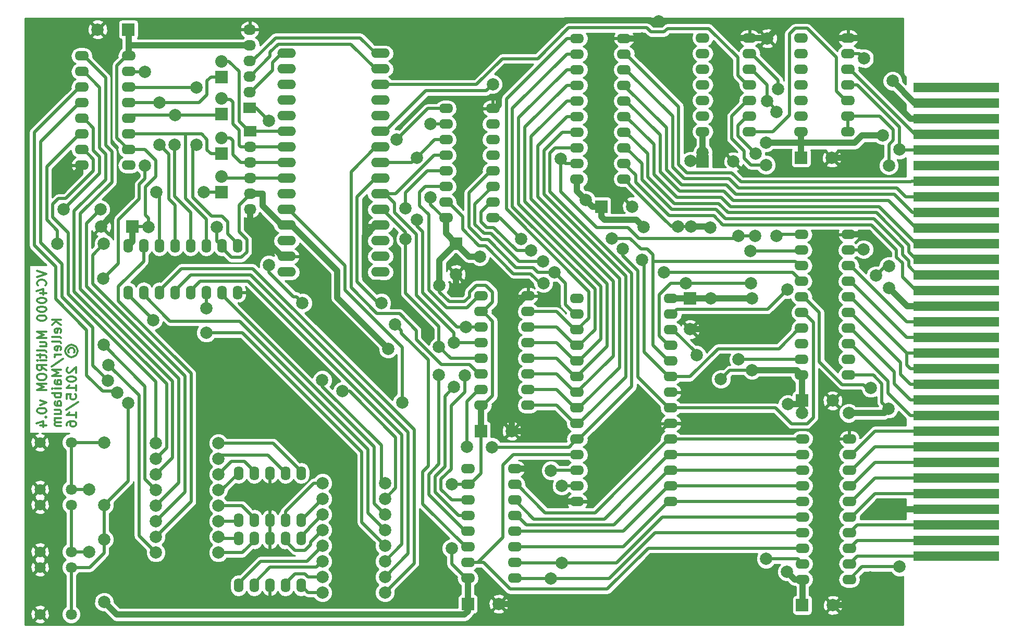
<source format=gbr>
G04 #@! TF.FileFunction,Copper,L2,Bot,Signal*
%FSLAX46Y46*%
G04 Gerber Fmt 4.6, Leading zero omitted, Abs format (unit mm)*
G04 Created by KiCad (PCBNEW 4.0.1-stable) date Dienstag, 26. April 2016 14:06:35*
%MOMM*%
G01*
G04 APERTURE LIST*
%ADD10C,0.100000*%
%ADD11C,0.300000*%
%ADD12C,1.998980*%
%ADD13O,2.300000X1.600000*%
%ADD14O,1.600000X2.300000*%
%ADD15R,2.032000X2.032000*%
%ADD16O,2.032000X2.032000*%
%ADD17R,2.032000X1.727200*%
%ADD18O,2.032000X1.727200*%
%ADD19O,3.048000X1.524000*%
%ADD20R,14.000000X1.524000*%
%ADD21C,1.800000*%
%ADD22R,2.000000X2.000000*%
%ADD23C,2.000000*%
%ADD24C,0.500000*%
%ADD25C,1.000000*%
%ADD26C,0.254000*%
G04 APERTURE END LIST*
D10*
D11*
X73621191Y-90260193D02*
X75121191Y-90760193D01*
X73621191Y-91260193D01*
X74978334Y-92617336D02*
X75049763Y-92545907D01*
X75121191Y-92331621D01*
X75121191Y-92188764D01*
X75049763Y-91974479D01*
X74906906Y-91831621D01*
X74764049Y-91760193D01*
X74478334Y-91688764D01*
X74264049Y-91688764D01*
X73978334Y-91760193D01*
X73835477Y-91831621D01*
X73692620Y-91974479D01*
X73621191Y-92188764D01*
X73621191Y-92331621D01*
X73692620Y-92545907D01*
X73764049Y-92617336D01*
X74121191Y-93903050D02*
X75121191Y-93903050D01*
X73549763Y-93545907D02*
X74621191Y-93188764D01*
X74621191Y-94117336D01*
X73621191Y-94974478D02*
X73621191Y-95117335D01*
X73692620Y-95260192D01*
X73764049Y-95331621D01*
X73906906Y-95403050D01*
X74192620Y-95474478D01*
X74549763Y-95474478D01*
X74835477Y-95403050D01*
X74978334Y-95331621D01*
X75049763Y-95260192D01*
X75121191Y-95117335D01*
X75121191Y-94974478D01*
X75049763Y-94831621D01*
X74978334Y-94760192D01*
X74835477Y-94688764D01*
X74549763Y-94617335D01*
X74192620Y-94617335D01*
X73906906Y-94688764D01*
X73764049Y-94760192D01*
X73692620Y-94831621D01*
X73621191Y-94974478D01*
X73621191Y-96403049D02*
X73621191Y-96545906D01*
X73692620Y-96688763D01*
X73764049Y-96760192D01*
X73906906Y-96831621D01*
X74192620Y-96903049D01*
X74549763Y-96903049D01*
X74835477Y-96831621D01*
X74978334Y-96760192D01*
X75049763Y-96688763D01*
X75121191Y-96545906D01*
X75121191Y-96403049D01*
X75049763Y-96260192D01*
X74978334Y-96188763D01*
X74835477Y-96117335D01*
X74549763Y-96045906D01*
X74192620Y-96045906D01*
X73906906Y-96117335D01*
X73764049Y-96188763D01*
X73692620Y-96260192D01*
X73621191Y-96403049D01*
X73621191Y-97831620D02*
X73621191Y-97974477D01*
X73692620Y-98117334D01*
X73764049Y-98188763D01*
X73906906Y-98260192D01*
X74192620Y-98331620D01*
X74549763Y-98331620D01*
X74835477Y-98260192D01*
X74978334Y-98188763D01*
X75049763Y-98117334D01*
X75121191Y-97974477D01*
X75121191Y-97831620D01*
X75049763Y-97688763D01*
X74978334Y-97617334D01*
X74835477Y-97545906D01*
X74549763Y-97474477D01*
X74192620Y-97474477D01*
X73906906Y-97545906D01*
X73764049Y-97617334D01*
X73692620Y-97688763D01*
X73621191Y-97831620D01*
X75121191Y-100117334D02*
X73621191Y-100117334D01*
X74692620Y-100617334D01*
X73621191Y-101117334D01*
X75121191Y-101117334D01*
X74121191Y-102474477D02*
X75121191Y-102474477D01*
X74121191Y-101831620D02*
X74906906Y-101831620D01*
X75049763Y-101903048D01*
X75121191Y-102045906D01*
X75121191Y-102260191D01*
X75049763Y-102403048D01*
X74978334Y-102474477D01*
X75121191Y-103403049D02*
X75049763Y-103260191D01*
X74906906Y-103188763D01*
X73621191Y-103188763D01*
X74121191Y-103760191D02*
X74121191Y-104331620D01*
X73621191Y-103974477D02*
X74906906Y-103974477D01*
X75049763Y-104045905D01*
X75121191Y-104188763D01*
X75121191Y-104331620D01*
X75121191Y-104831620D02*
X74121191Y-104831620D01*
X73621191Y-104831620D02*
X73692620Y-104760191D01*
X73764049Y-104831620D01*
X73692620Y-104903048D01*
X73621191Y-104831620D01*
X73764049Y-104831620D01*
X75121191Y-106403049D02*
X74406906Y-105903049D01*
X75121191Y-105545906D02*
X73621191Y-105545906D01*
X73621191Y-106117334D01*
X73692620Y-106260192D01*
X73764049Y-106331620D01*
X73906906Y-106403049D01*
X74121191Y-106403049D01*
X74264049Y-106331620D01*
X74335477Y-106260192D01*
X74406906Y-106117334D01*
X74406906Y-105545906D01*
X73621191Y-107331620D02*
X73621191Y-107617334D01*
X73692620Y-107760192D01*
X73835477Y-107903049D01*
X74121191Y-107974477D01*
X74621191Y-107974477D01*
X74906906Y-107903049D01*
X75049763Y-107760192D01*
X75121191Y-107617334D01*
X75121191Y-107331620D01*
X75049763Y-107188763D01*
X74906906Y-107045906D01*
X74621191Y-106974477D01*
X74121191Y-106974477D01*
X73835477Y-107045906D01*
X73692620Y-107188763D01*
X73621191Y-107331620D01*
X75121191Y-108617335D02*
X73621191Y-108617335D01*
X74692620Y-109117335D01*
X73621191Y-109617335D01*
X75121191Y-109617335D01*
X74121191Y-111331621D02*
X75121191Y-111688764D01*
X74121191Y-112045906D01*
X73621191Y-112903049D02*
X73621191Y-113045906D01*
X73692620Y-113188763D01*
X73764049Y-113260192D01*
X73906906Y-113331621D01*
X74192620Y-113403049D01*
X74549763Y-113403049D01*
X74835477Y-113331621D01*
X74978334Y-113260192D01*
X75049763Y-113188763D01*
X75121191Y-113045906D01*
X75121191Y-112903049D01*
X75049763Y-112760192D01*
X74978334Y-112688763D01*
X74835477Y-112617335D01*
X74549763Y-112545906D01*
X74192620Y-112545906D01*
X73906906Y-112617335D01*
X73764049Y-112688763D01*
X73692620Y-112760192D01*
X73621191Y-112903049D01*
X74978334Y-114045906D02*
X75049763Y-114117334D01*
X75121191Y-114045906D01*
X75049763Y-113974477D01*
X74978334Y-114045906D01*
X75121191Y-114045906D01*
X74121191Y-115403049D02*
X75121191Y-115403049D01*
X73549763Y-115045906D02*
X74621191Y-114688763D01*
X74621191Y-115617335D01*
X77521191Y-98188763D02*
X76021191Y-98188763D01*
X77521191Y-99045906D02*
X76664049Y-98403049D01*
X76021191Y-99045906D02*
X76878334Y-98188763D01*
X77449763Y-100260191D02*
X77521191Y-100117334D01*
X77521191Y-99831620D01*
X77449763Y-99688763D01*
X77306906Y-99617334D01*
X76735477Y-99617334D01*
X76592620Y-99688763D01*
X76521191Y-99831620D01*
X76521191Y-100117334D01*
X76592620Y-100260191D01*
X76735477Y-100331620D01*
X76878334Y-100331620D01*
X77021191Y-99617334D01*
X77521191Y-101188763D02*
X77449763Y-101045905D01*
X77306906Y-100974477D01*
X76021191Y-100974477D01*
X77521191Y-101974477D02*
X77449763Y-101831619D01*
X77306906Y-101760191D01*
X76021191Y-101760191D01*
X77449763Y-103117333D02*
X77521191Y-102974476D01*
X77521191Y-102688762D01*
X77449763Y-102545905D01*
X77306906Y-102474476D01*
X76735477Y-102474476D01*
X76592620Y-102545905D01*
X76521191Y-102688762D01*
X76521191Y-102974476D01*
X76592620Y-103117333D01*
X76735477Y-103188762D01*
X76878334Y-103188762D01*
X77021191Y-102474476D01*
X77521191Y-103831619D02*
X76521191Y-103831619D01*
X76806906Y-103831619D02*
X76664049Y-103903047D01*
X76592620Y-103974476D01*
X76521191Y-104117333D01*
X76521191Y-104260190D01*
X75949763Y-105831618D02*
X77878334Y-104545904D01*
X77521191Y-106331619D02*
X76021191Y-106331619D01*
X77092620Y-106831619D01*
X76021191Y-107331619D01*
X77521191Y-107331619D01*
X77521191Y-108688762D02*
X76735477Y-108688762D01*
X76592620Y-108617333D01*
X76521191Y-108474476D01*
X76521191Y-108188762D01*
X76592620Y-108045905D01*
X77449763Y-108688762D02*
X77521191Y-108545905D01*
X77521191Y-108188762D01*
X77449763Y-108045905D01*
X77306906Y-107974476D01*
X77164049Y-107974476D01*
X77021191Y-108045905D01*
X76949763Y-108188762D01*
X76949763Y-108545905D01*
X76878334Y-108688762D01*
X77521191Y-109403048D02*
X76521191Y-109403048D01*
X76021191Y-109403048D02*
X76092620Y-109331619D01*
X76164049Y-109403048D01*
X76092620Y-109474476D01*
X76021191Y-109403048D01*
X76164049Y-109403048D01*
X77521191Y-110117334D02*
X76021191Y-110117334D01*
X76592620Y-110117334D02*
X76521191Y-110260191D01*
X76521191Y-110545905D01*
X76592620Y-110688762D01*
X76664049Y-110760191D01*
X76806906Y-110831620D01*
X77235477Y-110831620D01*
X77378334Y-110760191D01*
X77449763Y-110688762D01*
X77521191Y-110545905D01*
X77521191Y-110260191D01*
X77449763Y-110117334D01*
X77521191Y-112117334D02*
X76735477Y-112117334D01*
X76592620Y-112045905D01*
X76521191Y-111903048D01*
X76521191Y-111617334D01*
X76592620Y-111474477D01*
X77449763Y-112117334D02*
X77521191Y-111974477D01*
X77521191Y-111617334D01*
X77449763Y-111474477D01*
X77306906Y-111403048D01*
X77164049Y-111403048D01*
X77021191Y-111474477D01*
X76949763Y-111617334D01*
X76949763Y-111974477D01*
X76878334Y-112117334D01*
X76521191Y-113474477D02*
X77521191Y-113474477D01*
X76521191Y-112831620D02*
X77306906Y-112831620D01*
X77449763Y-112903048D01*
X77521191Y-113045906D01*
X77521191Y-113260191D01*
X77449763Y-113403048D01*
X77378334Y-113474477D01*
X77521191Y-114188763D02*
X76521191Y-114188763D01*
X76664049Y-114188763D02*
X76592620Y-114260191D01*
X76521191Y-114403049D01*
X76521191Y-114617334D01*
X76592620Y-114760191D01*
X76735477Y-114831620D01*
X77521191Y-114831620D01*
X76735477Y-114831620D02*
X76592620Y-114903049D01*
X76521191Y-115045906D01*
X76521191Y-115260191D01*
X76592620Y-115403049D01*
X76735477Y-115474477D01*
X77521191Y-115474477D01*
X78778334Y-103545908D02*
X78706906Y-103403050D01*
X78706906Y-103117336D01*
X78778334Y-102974479D01*
X78921191Y-102831622D01*
X79064049Y-102760193D01*
X79349763Y-102760193D01*
X79492620Y-102831622D01*
X79635477Y-102974479D01*
X79706906Y-103117336D01*
X79706906Y-103403050D01*
X79635477Y-103545908D01*
X78206906Y-103260193D02*
X78278334Y-102903050D01*
X78492620Y-102545908D01*
X78849763Y-102331622D01*
X79206906Y-102260193D01*
X79564049Y-102331622D01*
X79921191Y-102545908D01*
X80135477Y-102903050D01*
X80206906Y-103260193D01*
X80135477Y-103617336D01*
X79921191Y-103974479D01*
X79564049Y-104188765D01*
X79206906Y-104260193D01*
X78849763Y-104188765D01*
X78492620Y-103974479D01*
X78278334Y-103617336D01*
X78206906Y-103260193D01*
X78564049Y-105974479D02*
X78492620Y-106045908D01*
X78421191Y-106188765D01*
X78421191Y-106545908D01*
X78492620Y-106688765D01*
X78564049Y-106760194D01*
X78706906Y-106831622D01*
X78849763Y-106831622D01*
X79064049Y-106760194D01*
X79921191Y-105903051D01*
X79921191Y-106831622D01*
X78421191Y-107760193D02*
X78421191Y-107903050D01*
X78492620Y-108045907D01*
X78564049Y-108117336D01*
X78706906Y-108188765D01*
X78992620Y-108260193D01*
X79349763Y-108260193D01*
X79635477Y-108188765D01*
X79778334Y-108117336D01*
X79849763Y-108045907D01*
X79921191Y-107903050D01*
X79921191Y-107760193D01*
X79849763Y-107617336D01*
X79778334Y-107545907D01*
X79635477Y-107474479D01*
X79349763Y-107403050D01*
X78992620Y-107403050D01*
X78706906Y-107474479D01*
X78564049Y-107545907D01*
X78492620Y-107617336D01*
X78421191Y-107760193D01*
X79921191Y-109688764D02*
X79921191Y-108831621D01*
X79921191Y-109260193D02*
X78421191Y-109260193D01*
X78635477Y-109117336D01*
X78778334Y-108974478D01*
X78849763Y-108831621D01*
X78421191Y-111045907D02*
X78421191Y-110331621D01*
X79135477Y-110260192D01*
X79064049Y-110331621D01*
X78992620Y-110474478D01*
X78992620Y-110831621D01*
X79064049Y-110974478D01*
X79135477Y-111045907D01*
X79278334Y-111117335D01*
X79635477Y-111117335D01*
X79778334Y-111045907D01*
X79849763Y-110974478D01*
X79921191Y-110831621D01*
X79921191Y-110474478D01*
X79849763Y-110331621D01*
X79778334Y-110260192D01*
X78349763Y-112831620D02*
X80278334Y-111545906D01*
X79921191Y-114117335D02*
X79921191Y-113260192D01*
X79921191Y-113688764D02*
X78421191Y-113688764D01*
X78635477Y-113545907D01*
X78778334Y-113403049D01*
X78849763Y-113260192D01*
X78421191Y-115403049D02*
X78421191Y-115117335D01*
X78492620Y-114974478D01*
X78564049Y-114903049D01*
X78778334Y-114760192D01*
X79064049Y-114688763D01*
X79635477Y-114688763D01*
X79778334Y-114760192D01*
X79849763Y-114831620D01*
X79921191Y-114974478D01*
X79921191Y-115260192D01*
X79849763Y-115403049D01*
X79778334Y-115474478D01*
X79635477Y-115545906D01*
X79278334Y-115545906D01*
X79135477Y-115474478D01*
X79064049Y-115403049D01*
X78992620Y-115260192D01*
X78992620Y-114974478D01*
X79064049Y-114831620D01*
X79135477Y-114760192D01*
X79278334Y-114688763D01*
D12*
X103070660Y-118264940D03*
X92910660Y-118264940D03*
X103070660Y-123344940D03*
X92910660Y-123344940D03*
X103070660Y-120804940D03*
X92910660Y-120804940D03*
D13*
X147660400Y-81610200D03*
X147660400Y-79070200D03*
X147660400Y-76530200D03*
X147660400Y-73990200D03*
X147660400Y-71450200D03*
X147660400Y-68910200D03*
X147660400Y-66370200D03*
X147660400Y-63830200D03*
X140040400Y-63830200D03*
X140040400Y-66370200D03*
X140040400Y-68910200D03*
X140040400Y-71450200D03*
X140040400Y-73990200D03*
X140040400Y-76530200D03*
X140040400Y-79070200D03*
X140040400Y-81610200D03*
X153365200Y-112107980D03*
X153365200Y-109567980D03*
X153365200Y-107027980D03*
X153365200Y-104487980D03*
X153365200Y-101947980D03*
X153365200Y-99407980D03*
X153365200Y-96867980D03*
X153365200Y-94327980D03*
X145745200Y-94327980D03*
X145745200Y-96867980D03*
X145745200Y-99407980D03*
X145745200Y-101947980D03*
X145745200Y-104487980D03*
X145745200Y-107027980D03*
X145745200Y-109567980D03*
X145745200Y-112107980D03*
X151223980Y-140202920D03*
X151223980Y-137662920D03*
X151223980Y-135122920D03*
X151223980Y-132582920D03*
X151223980Y-130042920D03*
X151223980Y-127502920D03*
X151223980Y-124962920D03*
X151223980Y-122422920D03*
X143603980Y-122422920D03*
X143603980Y-124962920D03*
X143603980Y-127502920D03*
X143603980Y-130042920D03*
X143603980Y-132582920D03*
X143603980Y-135122920D03*
X143603980Y-137662920D03*
X143603980Y-140202920D03*
D14*
X106342180Y-130754120D03*
X108882180Y-130754120D03*
X111422180Y-130754120D03*
X113962180Y-130754120D03*
X116502180Y-130754120D03*
X116502180Y-123134120D03*
X113962180Y-123134120D03*
X111422180Y-123134120D03*
X108882180Y-123134120D03*
X106342180Y-123134120D03*
X106349800Y-141396720D03*
X108889800Y-141396720D03*
X111429800Y-141396720D03*
X113969800Y-141396720D03*
X116509800Y-141396720D03*
X116509800Y-133776720D03*
X113969800Y-133776720D03*
X111429800Y-133776720D03*
X108889800Y-133776720D03*
X106349800Y-133776720D03*
D13*
X80865478Y-55292524D03*
X80865478Y-57832524D03*
X80865478Y-60372524D03*
X80865478Y-62912524D03*
X80865478Y-65452524D03*
X80865478Y-67992524D03*
X80865478Y-70532524D03*
X80865478Y-73072524D03*
X88485478Y-73072524D03*
X88485478Y-70532524D03*
X88485478Y-67992524D03*
X88485478Y-65452524D03*
X88485478Y-62912524D03*
X88485478Y-60372524D03*
X88485478Y-57832524D03*
X88485478Y-55292524D03*
D14*
X88397080Y-93779340D03*
X90937080Y-93779340D03*
X93477080Y-93779340D03*
X96017080Y-93779340D03*
X98557080Y-93779340D03*
X101097080Y-93779340D03*
X103637080Y-93779340D03*
X106177080Y-93779340D03*
X106177080Y-86159340D03*
X103637080Y-86159340D03*
X101097080Y-86159340D03*
X98557080Y-86159340D03*
X96017080Y-86159340D03*
X93477080Y-86159340D03*
X90937080Y-86159340D03*
X88397080Y-86159340D03*
D15*
X103567840Y-77431900D03*
D16*
X103567840Y-74891900D03*
D17*
X108186220Y-63726060D03*
D18*
X108186220Y-61186060D03*
X108186220Y-58646060D03*
X108186220Y-56106060D03*
X108186220Y-53566060D03*
X108186220Y-51026060D03*
D19*
X129402840Y-90429080D03*
X129402840Y-87889080D03*
X129402840Y-85349080D03*
X129402840Y-82809080D03*
X129402840Y-80269080D03*
X129402840Y-77729080D03*
X129402840Y-75189080D03*
X129402840Y-72649080D03*
X129402840Y-70109080D03*
X129402840Y-67569080D03*
X129402840Y-65029080D03*
X129402840Y-62489080D03*
X129402840Y-59949080D03*
X129402840Y-57409080D03*
X129402840Y-54869080D03*
X114162840Y-54869080D03*
X114162840Y-57409080D03*
X114162840Y-59949080D03*
X114162840Y-62489080D03*
X114162840Y-65029080D03*
X114162840Y-67569080D03*
X114162840Y-70109080D03*
X114162840Y-72649080D03*
X114162840Y-75189080D03*
X114162840Y-77729080D03*
X114162840Y-80269080D03*
X114162840Y-82809080D03*
X114162840Y-85349080D03*
X114162840Y-87889080D03*
X114162840Y-90429080D03*
D12*
X84513420Y-133906260D03*
X84513420Y-144066260D03*
D13*
X168971000Y-75285600D03*
X168971000Y-72745600D03*
X168971000Y-70205600D03*
X168971000Y-67665600D03*
X168971000Y-65125600D03*
X168971000Y-62585600D03*
X168971000Y-60045600D03*
X168971000Y-57505600D03*
X168971000Y-54965600D03*
X168971000Y-52425600D03*
X161351000Y-52425600D03*
X161351000Y-54965600D03*
X161351000Y-57505600D03*
X161351000Y-60045600D03*
X161351000Y-62585600D03*
X161351000Y-65125600D03*
X161351000Y-67665600D03*
X161351000Y-70205600D03*
X161351000Y-72745600D03*
X161351000Y-75285600D03*
D20*
X223000000Y-60400000D03*
X223000000Y-62940000D03*
X223000000Y-65480000D03*
X223000000Y-68020000D03*
X223000000Y-70560000D03*
X223000000Y-73100000D03*
X223000000Y-75640000D03*
X223000000Y-78180000D03*
X223000000Y-80720000D03*
X223000000Y-83260000D03*
X223000000Y-85800000D03*
X223000000Y-88340000D03*
X223000000Y-90880000D03*
X223000000Y-93420000D03*
X223000000Y-95960000D03*
X223000000Y-98500000D03*
X223000000Y-101040000D03*
X223000000Y-103580000D03*
X223000000Y-106120000D03*
X223000000Y-108660000D03*
X223000000Y-111200000D03*
X223000000Y-113740000D03*
X223000000Y-116280000D03*
X223000000Y-118820000D03*
X223000000Y-121360000D03*
X223000000Y-123900000D03*
X223000000Y-126440000D03*
X223000000Y-128980000D03*
X223000000Y-131520000D03*
X223000000Y-134060000D03*
X223000000Y-136600000D03*
D12*
X192262800Y-62611000D03*
X192262800Y-52451000D03*
D13*
X205369200Y-67614800D03*
X205369200Y-65074800D03*
X205369200Y-62534800D03*
X205369200Y-59994800D03*
X205369200Y-57454800D03*
X205369200Y-54914800D03*
X205369200Y-52374800D03*
X197749200Y-52374800D03*
X197749200Y-54914800D03*
X197749200Y-57454800D03*
X197749200Y-59994800D03*
X197749200Y-62534800D03*
X197749200Y-65074800D03*
X197749200Y-67614800D03*
X189367200Y-67614800D03*
X189367200Y-65074800D03*
X189367200Y-62534800D03*
X189367200Y-59994800D03*
X189367200Y-57454800D03*
X189367200Y-54914800D03*
X189367200Y-52374800D03*
X181747200Y-52374800D03*
X181747200Y-54914800D03*
X181747200Y-57454800D03*
X181747200Y-59994800D03*
X181747200Y-62534800D03*
X181747200Y-65074800D03*
X181747200Y-67614800D03*
X161351000Y-94742000D03*
X161351000Y-97282000D03*
X161351000Y-99822000D03*
X161351000Y-102362000D03*
X161351000Y-104902000D03*
X161351000Y-107442000D03*
X161351000Y-109982000D03*
X161351000Y-112522000D03*
X161351000Y-115062000D03*
X161351000Y-117602000D03*
X161351000Y-120142000D03*
X161351000Y-122682000D03*
X161351000Y-125222000D03*
X161351000Y-127762000D03*
X176591000Y-127762000D03*
X176591000Y-125222000D03*
X176591000Y-122682000D03*
X176591000Y-120142000D03*
X176591000Y-117602000D03*
X176591000Y-115062000D03*
X176591000Y-112522000D03*
X176591000Y-109982000D03*
X176591000Y-107442000D03*
X176591000Y-104902000D03*
X176591000Y-102362000D03*
X176591000Y-99822000D03*
X176591000Y-97282000D03*
X176591000Y-94742000D03*
X205445400Y-107188000D03*
X205445400Y-104648000D03*
X205445400Y-102108000D03*
X205445400Y-99568000D03*
X205445400Y-97028000D03*
X205445400Y-94488000D03*
X205445400Y-91948000D03*
X205445400Y-89408000D03*
X205445400Y-86868000D03*
X205445400Y-84328000D03*
X197825400Y-84328000D03*
X197825400Y-86868000D03*
X197825400Y-89408000D03*
X197825400Y-91948000D03*
X197825400Y-94488000D03*
X197825400Y-97028000D03*
X197825400Y-99568000D03*
X197825400Y-102108000D03*
X197825400Y-104648000D03*
X197825400Y-107188000D03*
X205597800Y-140411200D03*
X205597800Y-137871200D03*
X205597800Y-135331200D03*
X205597800Y-132791200D03*
X205597800Y-130251200D03*
X205597800Y-127711200D03*
X205597800Y-125171200D03*
X205597800Y-122631200D03*
X205597800Y-120091200D03*
X205597800Y-117551200D03*
X197977800Y-117551200D03*
X197977800Y-120091200D03*
X197977800Y-122631200D03*
X197977800Y-125171200D03*
X197977800Y-127711200D03*
X197977800Y-130251200D03*
X197977800Y-132791200D03*
X197977800Y-135331200D03*
X197977800Y-137871200D03*
X197977800Y-140411200D03*
D17*
X108214160Y-67551300D03*
D18*
X108214160Y-70091300D03*
X108214160Y-72631300D03*
X108214160Y-75171300D03*
X108214160Y-77711300D03*
X108214160Y-80251300D03*
D12*
X84513420Y-118142260D03*
X84513420Y-128302260D03*
X82100420Y-135947660D03*
X82100420Y-125787660D03*
D21*
X79154020Y-146082260D03*
X74074020Y-146082260D03*
X79154020Y-138462260D03*
X74074020Y-138462260D03*
X79154020Y-125762260D03*
X74074020Y-125762260D03*
X79154020Y-118142260D03*
X74074020Y-118142260D03*
X79154020Y-135922260D03*
X74074020Y-135922260D03*
X79154020Y-128302260D03*
X74074020Y-128302260D03*
D15*
X103567840Y-71183500D03*
D16*
X103567840Y-68643500D03*
D15*
X103565300Y-64770000D03*
D16*
X103565300Y-62230000D03*
D15*
X103565300Y-58737500D03*
D16*
X103565300Y-56197500D03*
D12*
X103070660Y-133504940D03*
X92910660Y-133504940D03*
X103070660Y-136044940D03*
X92910660Y-136044940D03*
X120004840Y-132359400D03*
X130164840Y-132359400D03*
X119984520Y-142523720D03*
X130144520Y-142523720D03*
X119984520Y-139983720D03*
X130144520Y-139983720D03*
X119984520Y-137443720D03*
X130144520Y-137443720D03*
X119984520Y-134903720D03*
X130144520Y-134903720D03*
X120004840Y-129834640D03*
X130164840Y-129834640D03*
X103070660Y-125884940D03*
X92910660Y-125884940D03*
X119984520Y-127283720D03*
X130144520Y-127283720D03*
X119984520Y-124743720D03*
X130144520Y-124743720D03*
X103070660Y-128424940D03*
X92910660Y-128424940D03*
X103070660Y-130964940D03*
X92910660Y-130964940D03*
D22*
X145743920Y-116263420D03*
D23*
X150743920Y-116263420D03*
D22*
X141678000Y-85810080D03*
D23*
X141678000Y-90810080D03*
D22*
X143612860Y-144399000D03*
D23*
X148612860Y-144399000D03*
D22*
X179735000Y-94742000D03*
D23*
X179735000Y-99742000D03*
D22*
X165288000Y-79781400D03*
D23*
X170288000Y-79781400D03*
D22*
X197876200Y-111348000D03*
D23*
X202876200Y-111348000D03*
D22*
X197930800Y-144596600D03*
D23*
X202930800Y-144596600D03*
D22*
X197749200Y-71851000D03*
D23*
X202749200Y-71851000D03*
D22*
X181747200Y-72446400D03*
D23*
X186747200Y-72446400D03*
D22*
X89062560Y-83050380D03*
D23*
X84062560Y-83050380D03*
D22*
X88452458Y-50984684D03*
D23*
X83452458Y-50984684D03*
X147493930Y-118897400D03*
X143474440Y-118859300D03*
X145576103Y-87910250D03*
X140965846Y-135356348D03*
X141013180Y-124965460D03*
X137530840Y-66370200D03*
X137530322Y-78280210D03*
X102847090Y-83087085D03*
X91727070Y-83083400D03*
X130659618Y-102893383D03*
X138995018Y-92602183D03*
X205480920Y-113357660D03*
X197876160Y-113357660D03*
X189799000Y-106398010D03*
X212001190Y-93027500D03*
X211961301Y-112676189D03*
X162803345Y-78744545D03*
X212596341Y-59362162D03*
X210999445Y-68222665D03*
X180753910Y-103913646D03*
X184728443Y-107832443D03*
X183053989Y-94742000D03*
X183031509Y-83222962D03*
X179797343Y-72384057D03*
X179842200Y-83019680D03*
X177757598Y-83072355D03*
X172141580Y-83113219D03*
X195590200Y-111942591D03*
X195463200Y-139166600D03*
X189799000Y-94742000D03*
X192039848Y-69364810D03*
X181747200Y-70999286D03*
X189550000Y-86981663D03*
X179050516Y-92231684D03*
X155882870Y-92231908D03*
X189584447Y-92240841D03*
X167005062Y-84958121D03*
X152240720Y-85043139D03*
X153860530Y-86947404D03*
X168793200Y-86705283D03*
X171940970Y-88455293D03*
X155824267Y-88697414D03*
X174635200Y-49657000D03*
X155110384Y-126024436D03*
X142104267Y-93498923D03*
X77765446Y-76500526D03*
X88467049Y-76730860D03*
X136997380Y-99923600D03*
X154010187Y-123510040D03*
X154038300Y-117095601D03*
X155111699Y-144372579D03*
X193895980Y-108398020D03*
X193899606Y-100668906D03*
X209679256Y-74027910D03*
X208965800Y-140100020D03*
X208965800Y-129769990D03*
X179689800Y-115062000D03*
X179740600Y-110032800D03*
X171866600Y-52476400D03*
X152138457Y-57513257D03*
X152156200Y-54013246D03*
X210096344Y-59357056D03*
X209688438Y-88520991D03*
X209679256Y-71414820D03*
X158856680Y-137693400D03*
X158856680Y-125178820D03*
X157106679Y-122702261D03*
X157111700Y-140233400D03*
X190330936Y-71189538D03*
X190289838Y-84533740D03*
X158700230Y-72000549D03*
X147650773Y-59879606D03*
X187584437Y-104648000D03*
X187587019Y-84528000D03*
X141325600Y-101904800D03*
X141355974Y-109146856D03*
X157668000Y-90481674D03*
X175440981Y-90481674D03*
X132050706Y-68860000D03*
X131773983Y-98942870D03*
X111274730Y-65801290D03*
X111310420Y-89270840D03*
X129571878Y-95441642D03*
X116739628Y-95449433D03*
X135310880Y-71824412D03*
X135305799Y-81922621D03*
X143105984Y-107250555D03*
X143319500Y-99407980D03*
X213751200Y-70535800D03*
X213751200Y-138350010D03*
X193789858Y-84528000D03*
X193736000Y-64414400D03*
X195539868Y-93245518D03*
X194012810Y-60688415D03*
X207929246Y-86744687D03*
X208014480Y-55698520D03*
X192039855Y-73014259D03*
X192059600Y-137081210D03*
X209090633Y-109292347D03*
X212001190Y-73101200D03*
X212001190Y-89484200D03*
X209880444Y-91018156D03*
X133486554Y-85059520D03*
X133490667Y-80107487D03*
X138907362Y-107187439D03*
X138922842Y-102610960D03*
X132920698Y-111630503D03*
X88411157Y-111768016D03*
X92967070Y-77431900D03*
X100693220Y-77431900D03*
X96012000Y-64935100D03*
X95991839Y-69742534D03*
X93512640Y-62912524D03*
X93491838Y-69742533D03*
X85218149Y-105553631D03*
X92447690Y-98260591D03*
X101097080Y-100314760D03*
X101097080Y-96354900D03*
X84401660Y-91506040D03*
X91142820Y-57853580D03*
X91134757Y-73130496D03*
X84419783Y-102280377D03*
X86604212Y-110037167D03*
X123211213Y-109814360D03*
X85087001Y-108050190D03*
X119961465Y-107978837D03*
X77924402Y-80229398D03*
X83905050Y-80261667D03*
X76901609Y-85816440D03*
X84485480Y-85836760D03*
X99487150Y-60406280D03*
X99491850Y-69778951D03*
D24*
X153365200Y-96867980D02*
X158046980Y-96867980D01*
X158046980Y-96867980D02*
X161001000Y-99822000D01*
X161001000Y-99822000D02*
X161351000Y-99822000D01*
X161353045Y-99822000D02*
X161351000Y-99822000D01*
X163251010Y-97924035D02*
X161353045Y-99822000D01*
X163251010Y-93578543D02*
X163251010Y-97924035D01*
X149865210Y-80192744D02*
X163251010Y-93578543D01*
X149865210Y-62261390D02*
X149865210Y-80192744D01*
X159701000Y-52425600D02*
X149865210Y-62261390D01*
X161351000Y-52425600D02*
X159701000Y-52425600D01*
X153365200Y-99407980D02*
X158046980Y-99407980D01*
X158046980Y-99407980D02*
X161001000Y-102362000D01*
X161001000Y-102362000D02*
X161351000Y-102362000D01*
X159701000Y-54965600D02*
X161351000Y-54965600D01*
X150865220Y-63801380D02*
X159701000Y-54965600D01*
X150865220Y-79778527D02*
X150865220Y-63801380D01*
X161701000Y-102362000D02*
X161351000Y-102362000D01*
X164251020Y-99811980D02*
X161701000Y-102362000D01*
X164251020Y-93164327D02*
X150865220Y-79778527D01*
X164251020Y-93164327D02*
X164251020Y-99811980D01*
X153365200Y-101947980D02*
X158046980Y-101947980D01*
X158046980Y-101947980D02*
X161001000Y-104902000D01*
X161001000Y-104902000D02*
X161351000Y-104902000D01*
X161701000Y-104902000D02*
X161351000Y-104902000D01*
X165251030Y-101351970D02*
X161701000Y-104902000D01*
X151865230Y-65341370D02*
X151865230Y-79364310D01*
X159701000Y-57505600D02*
X151865230Y-65341370D01*
X161351000Y-57505600D02*
X159701000Y-57505600D01*
X164823252Y-92322331D02*
X164823253Y-92322331D01*
X164823253Y-92322331D02*
X165251030Y-92750108D01*
X165251030Y-92750108D02*
X165251030Y-101351970D01*
X151865230Y-79364310D02*
X164823252Y-92322331D01*
X153365200Y-104487980D02*
X158046980Y-104487980D01*
X158046980Y-104487980D02*
X161001000Y-107442000D01*
X161001000Y-107442000D02*
X161351000Y-107442000D01*
X161353045Y-107442000D02*
X161351000Y-107442000D01*
X166251040Y-102544005D02*
X161353045Y-107442000D01*
X166251040Y-92335892D02*
X166251040Y-102544005D01*
X152865240Y-78950093D02*
X166251040Y-92335892D01*
X152865240Y-66881360D02*
X152865240Y-78950093D01*
X159701000Y-60045600D02*
X152865240Y-66881360D01*
X161351000Y-60045600D02*
X159701000Y-60045600D01*
X153365200Y-107027980D02*
X158046980Y-107027980D01*
X158046980Y-107027980D02*
X161001000Y-109982000D01*
X161001000Y-109982000D02*
X161351000Y-109982000D01*
X161353045Y-109982000D02*
X161351000Y-109982000D01*
X167251050Y-104083995D02*
X161353045Y-109982000D01*
X167251050Y-91921676D02*
X167251050Y-104083995D01*
X153865250Y-78535876D02*
X167251050Y-91921676D01*
X153865250Y-68421350D02*
X153865250Y-78535876D01*
X159701000Y-62585600D02*
X153865250Y-68421350D01*
X161351000Y-62585600D02*
X159701000Y-62585600D01*
X153365200Y-109567980D02*
X158046980Y-109567980D01*
X161001000Y-112522000D02*
X161351000Y-112522000D01*
X158046980Y-109567980D02*
X161001000Y-112522000D01*
X159701000Y-65125600D02*
X161351000Y-65125600D01*
X154950200Y-69876400D02*
X159701000Y-65125600D01*
X154950200Y-78206600D02*
X154950200Y-69876400D01*
X168251060Y-91507460D02*
X154950200Y-78206600D01*
X168251060Y-105971940D02*
X168251060Y-91507460D01*
X161701000Y-112522000D02*
X168251060Y-105971940D01*
X161351000Y-112522000D02*
X161701000Y-112522000D01*
X153365200Y-112107980D02*
X158046980Y-112107980D01*
X158046980Y-112107980D02*
X161001000Y-115062000D01*
X161001000Y-115062000D02*
X161351000Y-115062000D01*
X155950210Y-77792384D02*
X155950210Y-70636163D01*
X169251070Y-91093244D02*
X155950210Y-77792384D01*
X155950210Y-70636163D02*
X158920773Y-67665600D01*
X169251070Y-107511930D02*
X169251070Y-91093244D01*
X161701000Y-115062000D02*
X169251070Y-107511930D01*
X158920773Y-67665600D02*
X161351000Y-67665600D01*
X161351000Y-115062000D02*
X161701000Y-115062000D01*
X147493930Y-118897400D02*
X160055600Y-118897400D01*
X160055600Y-118897400D02*
X161351000Y-117602000D01*
X143474440Y-118859300D02*
X143474440Y-111488740D01*
X143474440Y-111488740D02*
X145395200Y-109567980D01*
X145395200Y-109567980D02*
X145745200Y-109567980D01*
X161001000Y-117602000D02*
X161351000Y-117602000D01*
X161351000Y-117602000D02*
X161348955Y-117602000D01*
X157795000Y-70205600D02*
X161351000Y-70205600D01*
X156950220Y-71050380D02*
X157795000Y-70205600D01*
X156950220Y-77378167D02*
X156950220Y-71050380D01*
X170251080Y-90679027D02*
X156950220Y-77378167D01*
X170251080Y-109051920D02*
X170251080Y-90679027D01*
X161701000Y-117602000D02*
X170251080Y-109051920D01*
X161351000Y-117602000D02*
X161701000Y-117602000D01*
D25*
X143612860Y-144399000D02*
X143612860Y-145571220D01*
X143612860Y-145571220D02*
X143047720Y-146136360D01*
X143047720Y-146136360D02*
X86583520Y-146136360D01*
X86583520Y-146136360D02*
X84513420Y-144066260D01*
X145576103Y-87910250D02*
X143778170Y-87910250D01*
X143778170Y-87910250D02*
X141678000Y-85810080D01*
D24*
X140965846Y-135356348D02*
X140965846Y-137914786D01*
X140965846Y-137914786D02*
X143253980Y-140202920D01*
X143253980Y-140202920D02*
X143603980Y-140202920D01*
X141015720Y-124962920D02*
X141013180Y-124965460D01*
X143603980Y-124962920D02*
X141015720Y-124962920D01*
X137530840Y-66370200D02*
X140040400Y-66370200D01*
X140040400Y-81610200D02*
X139690400Y-81610200D01*
X139690400Y-81610200D02*
X137530322Y-79450122D01*
X137530322Y-79450122D02*
X137530322Y-78280210D01*
X140040400Y-81610200D02*
X140038355Y-81610200D01*
X102847090Y-83087085D02*
X102847090Y-85369350D01*
X102847090Y-85369350D02*
X103637080Y-86159340D01*
X88485478Y-70532524D02*
X91126787Y-70532524D01*
X91217069Y-81159186D02*
X91727070Y-81669187D01*
X91126787Y-70532524D02*
X92884758Y-72290495D01*
X92884758Y-72290495D02*
X92884758Y-74924210D01*
X92884758Y-74924210D02*
X91217069Y-76591899D01*
X91727070Y-81669187D02*
X91727070Y-83083400D01*
X91217069Y-76591899D02*
X91217069Y-81159186D01*
X89062560Y-83050380D02*
X91694050Y-83050380D01*
X91694050Y-83050380D02*
X91727070Y-83083400D01*
X108214160Y-77711300D02*
X108214160Y-77816911D01*
X106448150Y-83888365D02*
X107727090Y-85167305D01*
X108214160Y-77816911D02*
X106448150Y-79582921D01*
X106448150Y-79582921D02*
X106448150Y-83888365D01*
X107727090Y-85167305D02*
X107727090Y-87151375D01*
X107727090Y-87151375D02*
X106819115Y-88059350D01*
X106819115Y-88059350D02*
X105187090Y-88059350D01*
X105187090Y-88059350D02*
X103637080Y-86509340D01*
X103637080Y-86509340D02*
X103637080Y-86159340D01*
D25*
X130659618Y-102893383D02*
X122378790Y-94612555D01*
X122378790Y-94612555D02*
X122378790Y-90263030D01*
X114924840Y-82809080D02*
X114162840Y-82809080D01*
X122378790Y-90263030D02*
X114924840Y-82809080D01*
D24*
X146095200Y-96867980D02*
X147645210Y-95317970D01*
X143845190Y-93677034D02*
X143845190Y-94463764D01*
X147645210Y-95317970D02*
X147645210Y-93685945D01*
X147645210Y-93685945D02*
X146519346Y-92560081D01*
X146519346Y-92560081D02*
X144962143Y-92560081D01*
X144962143Y-92560081D02*
X143845190Y-93677034D01*
X143845190Y-94463764D02*
X143053931Y-95255023D01*
X143053931Y-95255023D02*
X140587196Y-95255023D01*
X138995018Y-93662845D02*
X138995018Y-92602183D01*
X140587196Y-95255023D02*
X138995018Y-93662845D01*
D25*
X141678000Y-85810080D02*
X138995018Y-88493062D01*
X138995018Y-88493062D02*
X138995018Y-92602183D01*
X140040400Y-81610200D02*
X140040400Y-84172480D01*
X140040400Y-84172480D02*
X141678000Y-85810080D01*
D24*
X88485478Y-70532524D02*
X88483433Y-70532524D01*
X88483433Y-70532524D02*
X86585468Y-68634559D01*
X88135478Y-55292524D02*
X88485478Y-55292524D01*
X86585468Y-68634559D02*
X86585468Y-56842534D01*
X86585468Y-56842534D02*
X88135478Y-55292524D01*
D25*
X88485478Y-55292524D02*
X88485478Y-53594000D01*
X108186220Y-53566060D02*
X88513418Y-53566060D01*
X88485478Y-53594000D02*
X88485478Y-51017704D01*
X88513418Y-53566060D02*
X88485478Y-53594000D01*
X88485478Y-51017704D02*
X88452458Y-50984684D01*
X89062560Y-83050380D02*
X89062560Y-85493860D01*
X89062560Y-85493860D02*
X88397080Y-86159340D01*
X88350100Y-86206320D02*
X88397080Y-86159340D01*
X84559140Y-144111980D02*
X84513420Y-144066260D01*
X114162840Y-82809080D02*
X113400840Y-82809080D01*
X113400840Y-82809080D02*
X110230170Y-79638410D01*
X110230170Y-79638410D02*
X110230170Y-77711310D01*
X110230170Y-77711310D02*
X110230160Y-77711300D01*
X110230160Y-77711300D02*
X108214160Y-77711300D01*
D24*
X145745200Y-96867980D02*
X146095200Y-96867980D01*
X147645210Y-98417990D02*
X146095200Y-96867980D01*
X145745200Y-112107980D02*
X146095200Y-112107980D01*
X146095200Y-112107980D02*
X147645210Y-110557970D01*
X147645210Y-110557970D02*
X147645210Y-98417990D01*
X143953980Y-124962920D02*
X143603980Y-124962920D01*
D25*
X143603980Y-140202920D02*
X143603980Y-144390120D01*
X143603980Y-144390120D02*
X143612860Y-144399000D01*
D24*
X143953980Y-124962920D02*
X145743920Y-123172980D01*
X145743920Y-123172980D02*
X145743920Y-116263420D01*
D25*
X145743920Y-116263420D02*
X145743920Y-112109260D01*
X145743920Y-112109260D02*
X145745200Y-112107980D01*
X181747200Y-70999286D02*
X181747200Y-67614800D01*
X181747200Y-70999286D02*
X181747200Y-72446400D01*
X179797343Y-72384057D02*
X181684857Y-72384057D01*
X181684857Y-72384057D02*
X181747200Y-72446400D01*
X207656933Y-68222665D02*
X210999445Y-68222665D01*
X192039848Y-69364810D02*
X197697271Y-69364810D01*
X197697271Y-69364810D02*
X197749200Y-69416739D01*
X197749200Y-67614800D02*
X197749200Y-69416739D01*
X197749200Y-69416739D02*
X197749200Y-71851000D01*
X206464788Y-69414810D02*
X197751129Y-69414810D01*
X197751129Y-69414810D02*
X197749200Y-69416739D01*
X206464788Y-69414810D02*
X207656933Y-68222665D01*
X197876200Y-111348000D02*
X197876200Y-107238800D01*
X197876200Y-107238800D02*
X197825400Y-107188000D01*
X183053989Y-94742000D02*
X179735000Y-94742000D01*
X176591000Y-94742000D02*
X179735000Y-94742000D01*
X165814710Y-81958110D02*
X170986471Y-81958110D01*
X170986471Y-81958110D02*
X172141580Y-83113219D01*
X197977800Y-140411200D02*
X197977800Y-144549600D01*
X197977800Y-144549600D02*
X197930800Y-144596600D01*
X205480920Y-113357660D02*
X211279830Y-113357660D01*
X211279830Y-113357660D02*
X211961301Y-112676189D01*
X197876200Y-111348000D02*
X197876200Y-113357620D01*
X197876200Y-113357620D02*
X197876160Y-113357660D01*
X195590200Y-111942591D02*
X197281609Y-111942591D01*
X197281609Y-111942591D02*
X197876200Y-111348000D01*
D24*
X189799000Y-106398010D02*
X186162876Y-106398010D01*
X186162876Y-106398010D02*
X184728443Y-107832443D01*
D25*
X165288000Y-79781400D02*
X163840200Y-79781400D01*
X163840200Y-79781400D02*
X162803345Y-78744545D01*
X165814710Y-81958110D02*
X165288000Y-81431400D01*
X165288000Y-81431400D02*
X165288000Y-79781400D01*
X189799000Y-106398010D02*
X197035410Y-106398010D01*
X197035410Y-106398010D02*
X197825400Y-107188000D01*
X197930800Y-140458200D02*
X197977800Y-140411200D01*
X212067500Y-93027500D02*
X212001190Y-93027500D01*
X215000000Y-95960000D02*
X212067500Y-93027500D01*
X223000000Y-95960000D02*
X215000000Y-95960000D01*
D24*
X205445400Y-107188000D02*
X209461174Y-107188000D01*
X210894160Y-111609048D02*
X211961301Y-112676189D01*
X210894160Y-108620986D02*
X210894160Y-111609048D01*
X209461174Y-107188000D02*
X210894160Y-108620986D01*
D25*
X216174179Y-62940000D02*
X212596341Y-59362162D01*
X223000000Y-62940000D02*
X216174179Y-62940000D01*
D24*
X180753910Y-103634910D02*
X180753910Y-103913646D01*
X176941000Y-99822000D02*
X180753910Y-103634910D01*
X176591000Y-99822000D02*
X176941000Y-99822000D01*
D25*
X182828227Y-83019680D02*
X183031509Y-83222962D01*
X179842200Y-83019680D02*
X182828227Y-83019680D01*
D24*
X169871002Y-76185602D02*
X169871002Y-76246419D01*
X168971000Y-75285600D02*
X169871002Y-76185602D01*
X177810273Y-83019680D02*
X177757598Y-83072355D01*
X179842200Y-83019680D02*
X177810273Y-83019680D01*
X176696937Y-83072355D02*
X175637729Y-82013147D01*
X177757598Y-83072355D02*
X176696937Y-83072355D01*
X169871002Y-76246419D02*
X175637729Y-82013147D01*
D25*
X161351000Y-77292200D02*
X162803345Y-78744545D01*
X161351000Y-75285600D02*
X161351000Y-77292200D01*
X196707800Y-140411200D02*
X197977800Y-140411200D01*
X195463200Y-139166600D02*
X196707800Y-140411200D01*
X183053989Y-94742000D02*
X189799000Y-94742000D01*
D24*
X145425714Y-86160240D02*
X142760360Y-83494886D01*
X142760360Y-83494886D02*
X142760360Y-81440160D01*
X155882870Y-92231908D02*
X155354532Y-92231908D01*
X155354532Y-92231908D02*
X153820059Y-90697434D01*
X153820059Y-90697434D02*
X151030607Y-90697434D01*
X151030607Y-90697434D02*
X146493414Y-86160240D01*
X146493414Y-86160240D02*
X145425714Y-86160240D01*
X142760360Y-81440160D02*
X140390400Y-79070200D01*
X140390400Y-79070200D02*
X140040400Y-79070200D01*
X189550000Y-86981663D02*
X197711737Y-86981663D01*
X197711737Y-86981663D02*
X197825400Y-86868000D01*
X176241000Y-102362000D02*
X176591000Y-102362000D01*
X174690990Y-94099965D02*
X174690990Y-100811990D01*
X174690990Y-100811990D02*
X176241000Y-102362000D01*
X176559271Y-92231684D02*
X174690990Y-94099965D01*
X179050516Y-92231684D02*
X176559271Y-92231684D01*
X197825400Y-86868000D02*
X197749200Y-86868000D01*
X179059673Y-92240841D02*
X179050516Y-92231684D01*
X189584447Y-92240841D02*
X179059673Y-92240841D01*
X147660400Y-81610200D02*
X148807781Y-81610200D01*
X148807781Y-81610200D02*
X152240720Y-85043139D01*
X173690980Y-102351980D02*
X173690980Y-88697487D01*
X197825400Y-89408000D02*
X197475400Y-89408000D01*
X197475400Y-89408000D02*
X196799073Y-88731673D01*
X196799073Y-88731673D02*
X173725166Y-88731673D01*
X173725166Y-88731673D02*
X173690980Y-88697487D01*
X173690980Y-87615301D02*
X173690980Y-88697487D01*
X167005062Y-84958121D02*
X168075082Y-84955282D01*
X168075082Y-84955282D02*
X169979415Y-84955282D01*
X169979415Y-84955282D02*
X171729425Y-86705292D01*
X171729425Y-86705292D02*
X172780971Y-86705292D01*
X172780971Y-86705292D02*
X173690980Y-87615301D01*
X176591000Y-104902000D02*
X176241000Y-104902000D01*
X176241000Y-104902000D02*
X173690980Y-102351980D01*
X153860530Y-86947404D02*
X151554983Y-86947404D01*
X151554983Y-86947404D02*
X147767789Y-83160210D01*
X147767789Y-83160210D02*
X146668365Y-83160210D01*
X146668365Y-83160210D02*
X145760390Y-82252235D01*
X145760390Y-82252235D02*
X145760390Y-80620210D01*
X145760390Y-80620210D02*
X147310400Y-79070200D01*
X147310400Y-79070200D02*
X147660400Y-79070200D01*
X199725410Y-114100992D02*
X198718741Y-115107661D01*
X198718741Y-115107661D02*
X196165268Y-115107661D01*
X196165268Y-115107661D02*
X193579607Y-112522000D01*
X199725410Y-114100992D02*
X199725410Y-98578010D01*
X176591000Y-112522000D02*
X193579607Y-112522000D01*
X199725410Y-98578010D02*
X198175400Y-97028000D01*
X198175400Y-97028000D02*
X197825400Y-97028000D01*
X176241000Y-112522000D02*
X171251090Y-107532090D01*
X176591000Y-112522000D02*
X176241000Y-112522000D01*
X168793200Y-87806921D02*
X168793200Y-86705283D01*
X171251090Y-90264811D02*
X168793200Y-87806921D01*
X171251090Y-107532090D02*
X171251090Y-90264811D01*
X155824267Y-88697414D02*
X151890766Y-88697414D01*
X151890766Y-88697414D02*
X147353573Y-84160220D01*
X147353573Y-84160220D02*
X146254148Y-84160220D01*
X146254148Y-84160220D02*
X144760380Y-82666452D01*
X144760380Y-82666452D02*
X144760380Y-79428175D01*
X144760380Y-79428175D02*
X147658355Y-76530200D01*
X147658355Y-76530200D02*
X147660400Y-76530200D01*
X176241000Y-107442000D02*
X172251100Y-103452100D01*
X176591000Y-107442000D02*
X176241000Y-107442000D01*
X172251100Y-88765423D02*
X171940970Y-88455293D01*
X172251100Y-103452100D02*
X172251100Y-88765423D01*
X197475400Y-99568000D02*
X194145401Y-102897999D01*
X197825400Y-99568000D02*
X197475400Y-99568000D01*
X184244444Y-102897999D02*
X194145401Y-102897999D01*
X179700443Y-107442000D02*
X184244444Y-102897999D01*
X176591000Y-107442000D02*
X179700443Y-107442000D01*
X151223980Y-124962920D02*
X151573980Y-124962920D01*
X151573980Y-124962920D02*
X156193950Y-129582890D01*
X156193950Y-129582890D02*
X164260110Y-129582890D01*
X164260110Y-129582890D02*
X176241000Y-117602000D01*
X176241000Y-117602000D02*
X176591000Y-117602000D01*
X197927000Y-117602000D02*
X197977800Y-117551200D01*
X176591000Y-117602000D02*
X197927000Y-117602000D01*
X151223980Y-127502920D02*
X151226025Y-127502920D01*
X151226025Y-127502920D02*
X154306005Y-130582900D01*
X154306005Y-130582900D02*
X165800100Y-130582900D01*
X165800100Y-130582900D02*
X176241000Y-120142000D01*
X176241000Y-120142000D02*
X176591000Y-120142000D01*
X197927000Y-120142000D02*
X197977800Y-120091200D01*
X176591000Y-120142000D02*
X197927000Y-120142000D01*
X151223980Y-130042920D02*
X151573980Y-130042920D01*
X151573980Y-130042920D02*
X153113970Y-131582910D01*
X153113970Y-131582910D02*
X167340090Y-131582910D01*
X167340090Y-131582910D02*
X176241000Y-122682000D01*
X176241000Y-122682000D02*
X176591000Y-122682000D01*
X197927000Y-122682000D02*
X197977800Y-122631200D01*
X176591000Y-122682000D02*
X197927000Y-122682000D01*
X151223980Y-132582920D02*
X168880080Y-132582920D01*
X168880080Y-132582920D02*
X176241000Y-125222000D01*
X176241000Y-125222000D02*
X176591000Y-125222000D01*
X197927000Y-125222000D02*
X197977800Y-125171200D01*
X176591000Y-125222000D02*
X197927000Y-125222000D01*
X151223980Y-135122920D02*
X168880080Y-135122920D01*
X168880080Y-135122920D02*
X176241000Y-127762000D01*
X176241000Y-127762000D02*
X176591000Y-127762000D01*
X197927000Y-127762000D02*
X197977800Y-127711200D01*
X176591000Y-127762000D02*
X197927000Y-127762000D01*
D25*
X155110384Y-126024436D02*
X156847948Y-127762000D01*
X156847948Y-127762000D02*
X161351000Y-127762000D01*
X154010187Y-123510040D02*
X154010187Y-124924239D01*
X154010187Y-124924239D02*
X155110384Y-126024436D01*
X141678000Y-90810080D02*
X141678000Y-93072656D01*
X141678000Y-93072656D02*
X142104267Y-93498923D01*
X80865478Y-73072524D02*
X80865478Y-73400494D01*
X80865478Y-73400494D02*
X77765446Y-76500526D01*
X88467049Y-78528109D02*
X85062559Y-81932599D01*
X85062559Y-81932599D02*
X85062559Y-82050381D01*
X85062559Y-82050381D02*
X84062560Y-83050380D01*
X88467049Y-76730860D02*
X88467049Y-78528109D01*
X108214160Y-80251300D02*
X108214160Y-82702400D01*
X108214160Y-82702400D02*
X113400840Y-87889080D01*
X113400840Y-87889080D02*
X114162840Y-87889080D01*
X136997380Y-99923600D02*
X129264870Y-92191090D01*
X129264870Y-92191090D02*
X127910992Y-92191090D01*
X127910992Y-92191090D02*
X126878830Y-91158928D01*
X126878830Y-91158928D02*
X126878830Y-84571090D01*
X126878830Y-84571090D02*
X128640840Y-82809080D01*
X128640840Y-82809080D02*
X129402840Y-82809080D01*
X153365200Y-94327980D02*
X153009602Y-94327980D01*
X153009602Y-94327980D02*
X150743920Y-96593662D01*
X150743920Y-96593662D02*
X150743920Y-116263420D01*
X150743920Y-116263420D02*
X153206119Y-116263420D01*
X153206119Y-116263420D02*
X154038300Y-117095601D01*
X155111699Y-144372579D02*
X148639281Y-144372579D01*
X148639281Y-144372579D02*
X148612860Y-144399000D01*
X152923067Y-122422920D02*
X154010187Y-123510040D01*
X151223980Y-122422920D02*
X152923067Y-122422920D01*
X161151010Y-127562010D02*
X161351000Y-127762000D01*
X179735000Y-99742000D02*
X192972700Y-99742000D01*
X208965800Y-140100020D02*
X204469220Y-144596600D01*
X204469220Y-144596600D02*
X202930800Y-144596600D01*
X202749200Y-71851000D02*
X209243076Y-71851000D01*
X209243076Y-71851000D02*
X209679256Y-71414820D01*
X193895980Y-108398020D02*
X192261200Y-110032800D01*
X192261200Y-110032800D02*
X179740600Y-110032800D01*
X192972700Y-99742000D02*
X193899606Y-100668906D01*
X209679256Y-74027910D02*
X209679256Y-71414820D01*
X223000000Y-128980000D02*
X209755790Y-128980000D01*
X209755790Y-128980000D02*
X208965800Y-129769990D01*
D24*
X176241000Y-115062000D02*
X176591000Y-115062000D01*
X163541000Y-127762000D02*
X176241000Y-115062000D01*
X161351000Y-127762000D02*
X163541000Y-127762000D01*
X176941000Y-109982000D02*
X176591000Y-109982000D01*
X176591000Y-115062000D02*
X176941000Y-115062000D01*
X176591000Y-115062000D02*
X179689800Y-115062000D01*
X176641800Y-110032800D02*
X176591000Y-109982000D01*
X179740600Y-110032800D02*
X176641800Y-110032800D01*
D25*
X192186600Y-52374800D02*
X192262800Y-52451000D01*
X189367200Y-52374800D02*
X192186600Y-52374800D01*
X189367200Y-52374800D02*
X189017200Y-52374800D01*
X171815800Y-52425600D02*
X171866600Y-52476400D01*
X168971000Y-52425600D02*
X171815800Y-52425600D01*
X187217200Y-52374800D02*
X189367200Y-52374800D01*
X184417180Y-49574780D02*
X187217200Y-52374800D01*
X175539641Y-49574780D02*
X184417180Y-49574780D01*
X175457421Y-49657000D02*
X175539641Y-49574780D01*
X174635200Y-49657000D02*
X175457421Y-49657000D01*
X154931347Y-54013246D02*
X159468204Y-49476389D01*
X152156200Y-54013246D02*
X154931347Y-54013246D01*
X173404983Y-49657000D02*
X173224372Y-49476389D01*
X174635200Y-49657000D02*
X173404983Y-49657000D01*
X159468204Y-49476389D02*
X173224372Y-49476389D01*
X192262800Y-52451000D02*
X195163810Y-49549990D01*
X195163810Y-49549990D02*
X200394390Y-49549990D01*
X203219200Y-52374800D02*
X205369200Y-52374800D01*
X200394390Y-49549990D02*
X203219200Y-52374800D01*
X152138457Y-58220363D02*
X152138457Y-57513257D01*
X148615200Y-61743619D02*
X149347440Y-61011380D01*
X149347440Y-61011380D02*
X152138457Y-58220363D01*
X148615200Y-63307200D02*
X148615200Y-61743619D01*
X148092200Y-63830200D02*
X148615200Y-63307200D01*
X147660400Y-63830200D02*
X148092200Y-63830200D01*
X207519200Y-52374800D02*
X205369200Y-52374800D01*
X210014481Y-54870081D02*
X207519200Y-52374800D01*
X210014481Y-59275193D02*
X210096344Y-59357056D01*
X210014481Y-54870081D02*
X210014481Y-59275193D01*
X210096344Y-59357056D02*
X210096344Y-60064164D01*
X215512180Y-65480000D02*
X223000000Y-65480000D01*
X210096344Y-60064164D02*
X215512180Y-65480000D01*
X205445400Y-84328000D02*
X208472561Y-84328000D01*
X209977025Y-87656910D02*
X209977025Y-85832464D01*
X209688438Y-87945497D02*
X209977025Y-87656910D01*
X209688438Y-88520991D02*
X209688438Y-87945497D01*
X209977025Y-85832464D02*
X208472561Y-84328000D01*
X168971000Y-52425600D02*
X168615402Y-52425600D01*
D24*
X158856680Y-137693400D02*
X151254460Y-137693400D01*
X151254460Y-137693400D02*
X151223980Y-137662920D01*
X158856680Y-137693400D02*
X167723826Y-137693400D01*
X161351000Y-125222000D02*
X158899860Y-125222000D01*
X158899860Y-125222000D02*
X158856680Y-125178820D01*
X175166026Y-130251200D02*
X167723826Y-137693400D01*
X197977800Y-130251200D02*
X175166026Y-130251200D01*
X157111700Y-140233400D02*
X151254460Y-140233400D01*
X151254460Y-140233400D02*
X151223980Y-140202920D01*
X161351000Y-122682000D02*
X157126940Y-122682000D01*
X157126940Y-122682000D02*
X157106679Y-122702261D01*
X157111700Y-140233400D02*
X166598052Y-140233400D01*
X174040252Y-132791200D02*
X166598052Y-140233400D01*
X197977800Y-132791200D02*
X174040252Y-132791200D01*
X143603980Y-137662920D02*
X146141935Y-137662920D01*
X146141935Y-137662920D02*
X150462416Y-141983401D01*
X166262277Y-141983401D02*
X172914478Y-135331200D01*
X150462416Y-141983401D02*
X166262277Y-141983401D01*
X172914478Y-135331200D02*
X197977800Y-135331200D01*
X143603980Y-137662920D02*
X145253980Y-137662920D01*
X145253980Y-137662920D02*
X149323970Y-133592930D01*
X149323970Y-133592930D02*
X149323970Y-121780885D01*
X149323970Y-121780885D02*
X150962855Y-120142000D01*
X150962855Y-120142000D02*
X161351000Y-120142000D01*
X143253980Y-137662920D02*
X143603980Y-137662920D01*
X136784830Y-60949090D02*
X146581289Y-60949090D01*
X146581289Y-60949090D02*
X147650773Y-59879606D01*
X129402840Y-67569080D02*
X130164840Y-67569080D01*
X130164840Y-67569080D02*
X136784830Y-60949090D01*
X187562000Y-84528000D02*
X187117037Y-84972963D01*
X187117037Y-84972963D02*
X171411322Y-84972963D01*
X187587019Y-84528000D02*
X187562000Y-84528000D01*
X158700230Y-72000549D02*
X158700230Y-77391432D01*
X158700230Y-77391432D02*
X164516918Y-83208120D01*
X164516918Y-83208120D02*
X169646479Y-83208120D01*
X169646479Y-83208120D02*
X171411322Y-84972963D01*
X187467190Y-66624810D02*
X187467190Y-68325792D01*
X187467190Y-68325792D02*
X190330936Y-71189538D01*
X187587019Y-84528000D02*
X190284098Y-84528000D01*
X190284098Y-84528000D02*
X190289838Y-84533740D01*
X161351000Y-72745600D02*
X160935888Y-72745600D01*
X159445281Y-72745600D02*
X158700230Y-72000549D01*
X161351000Y-72745600D02*
X159445281Y-72745600D01*
X189017200Y-65074800D02*
X189367200Y-65074800D01*
X189017200Y-65074800D02*
X187467190Y-66624810D01*
X197825400Y-104648000D02*
X197475400Y-104648000D01*
X197800000Y-104673400D02*
X197825400Y-104648000D01*
X197825400Y-104648000D02*
X187584437Y-104648000D01*
X141355974Y-109146856D02*
X139907372Y-110595458D01*
X139907372Y-110595458D02*
X139907372Y-122067035D01*
X139907372Y-122067035D02*
X138263167Y-123711240D01*
X138263167Y-123711240D02*
X138263168Y-126219679D01*
X138263168Y-126219679D02*
X142086407Y-130042920D01*
X142086407Y-130042920D02*
X143603980Y-130042920D01*
X129402840Y-77729080D02*
X130164840Y-77729080D01*
X130164840Y-77729080D02*
X131676850Y-79241090D01*
X131676850Y-79241090D02*
X131676850Y-80768559D01*
X135236555Y-84328264D02*
X135236555Y-94215091D01*
X131676850Y-80768559D02*
X135236555Y-84328264D01*
X135236555Y-94215091D02*
X135236546Y-94215100D01*
X135236546Y-94215100D02*
X141325600Y-100304154D01*
X141325600Y-100304154D02*
X141325600Y-101904800D01*
X129402840Y-77729080D02*
X129763145Y-77729080D01*
X141325600Y-101904800D02*
X145702020Y-101904800D01*
X145702020Y-101904800D02*
X145745200Y-101947980D01*
X129402840Y-77729080D02*
X130036158Y-77729080D01*
X129402840Y-77729080D02*
X131881100Y-77729080D01*
X138159978Y-71450200D02*
X140040400Y-71450200D01*
X131881100Y-77729080D02*
X138159978Y-71450200D01*
X139690400Y-71450200D02*
X140040400Y-71450200D01*
X140390400Y-71450200D02*
X140040400Y-71450200D01*
X129402840Y-59949080D02*
X144991297Y-59949080D01*
X173387203Y-51407001D02*
X175475201Y-51407001D01*
X144991297Y-59949080D02*
X149177121Y-55763256D01*
X149177121Y-55763256D02*
X154949118Y-55763256D01*
X176057412Y-50824790D02*
X182739235Y-50824790D01*
X154949118Y-55763256D02*
X159985975Y-50726399D01*
X187467190Y-55552745D02*
X187467190Y-58444790D01*
X159985975Y-50726399D02*
X172706601Y-50726399D01*
X189017200Y-59994800D02*
X189367200Y-59994800D01*
X172706601Y-50726399D02*
X173387203Y-51407001D01*
X175475201Y-51407001D02*
X176057412Y-50824790D01*
X182739235Y-50824790D02*
X187467190Y-55552745D01*
X187467190Y-58444790D02*
X189017200Y-59994800D01*
X140040400Y-76530200D02*
X136690330Y-76530200D01*
X136690330Y-76530200D02*
X135780321Y-77440209D01*
X135780321Y-77440209D02*
X135780321Y-79656481D01*
X135780321Y-79656481D02*
X137245017Y-81121177D01*
X145745200Y-94327980D02*
X145395200Y-94327980D01*
X145395200Y-94327980D02*
X143468147Y-96255033D01*
X143468147Y-96255033D02*
X140172980Y-96255033D01*
X140172980Y-96255033D02*
X137245017Y-93327071D01*
X137245017Y-93327071D02*
X137245017Y-81121177D01*
X157668000Y-90481674D02*
X157633750Y-90447424D01*
X155359100Y-90447424D02*
X155359100Y-90447415D01*
X157633750Y-90447424D02*
X155359100Y-90447424D01*
X155359100Y-90447415D02*
X154984266Y-90447415D01*
X151444824Y-89697424D02*
X146907630Y-85160230D01*
X154984266Y-90447415D02*
X154234275Y-89697424D01*
X154234275Y-89697424D02*
X151444824Y-89697424D01*
X146907630Y-85160230D02*
X145839931Y-85160230D01*
X143760370Y-77540230D02*
X147310400Y-73990200D01*
X145839931Y-85160230D02*
X143760370Y-83080669D01*
X143760370Y-83080669D02*
X143760370Y-77540230D01*
X147310400Y-73990200D02*
X147660400Y-73990200D01*
X161351000Y-97282000D02*
X161348955Y-97282000D01*
X161001000Y-97282000D02*
X161351000Y-97282000D01*
X159450990Y-95731990D02*
X161001000Y-97282000D01*
X159450990Y-92264664D02*
X159450990Y-95731990D01*
X157668000Y-90481674D02*
X159450990Y-92264664D01*
X196707800Y-90830400D02*
X197825400Y-91948000D01*
X196705755Y-90830400D02*
X196707800Y-90830400D01*
X196357029Y-90481674D02*
X196705755Y-90830400D01*
X175440981Y-90481674D02*
X196357029Y-90481674D01*
X143253980Y-135122920D02*
X143603980Y-135122920D01*
X136263145Y-122882804D02*
X136263145Y-128132085D01*
X132773982Y-100351215D02*
X137157361Y-104734594D01*
X137157361Y-121988588D02*
X136263145Y-122882804D01*
X136263145Y-128132085D02*
X143253980Y-135122920D01*
X132773982Y-99942869D02*
X132773982Y-100351215D01*
X131773983Y-98942870D02*
X132773982Y-99942869D01*
X137157361Y-104734594D02*
X137157361Y-121988588D01*
X132050706Y-68860000D02*
X137080506Y-63830200D01*
X137080506Y-63830200D02*
X140040400Y-63830200D01*
X168971000Y-54965600D02*
X169321000Y-54965600D01*
X169321000Y-54965600D02*
X177871080Y-63515680D01*
X177871080Y-63515680D02*
X177871080Y-72932682D01*
X177871080Y-72932682D02*
X179207998Y-74269600D01*
X179207998Y-74269600D02*
X186452620Y-74269600D01*
X215563444Y-75777920D02*
X215701364Y-75640000D01*
X187960940Y-75777920D02*
X215563444Y-75777920D01*
X215701364Y-75640000D02*
X223000000Y-75640000D01*
X186452620Y-74269600D02*
X187960940Y-75777920D01*
X214735111Y-78180000D02*
X223000000Y-78180000D01*
X186038404Y-75269610D02*
X187546724Y-76777930D01*
X213333041Y-76777930D02*
X214735111Y-78180000D01*
X178793781Y-75269610D02*
X186038404Y-75269610D01*
X176871070Y-73346899D02*
X178793781Y-75269610D01*
X187546724Y-76777930D02*
X213333041Y-76777930D01*
X176871070Y-65055670D02*
X176871070Y-73346899D01*
X169321000Y-57505600D02*
X176871070Y-65055670D01*
X168971000Y-57505600D02*
X169321000Y-57505600D01*
X215860884Y-80720000D02*
X223000000Y-80720000D01*
X187132508Y-77777940D02*
X212918824Y-77777940D01*
X185624188Y-76269620D02*
X187132508Y-77777940D01*
X212918824Y-77777940D02*
X215860884Y-80720000D01*
X178379564Y-76269620D02*
X185624188Y-76269620D01*
X175871060Y-73761116D02*
X178379564Y-76269620D01*
X175871060Y-66943615D02*
X175871060Y-73761116D01*
X168973045Y-60045600D02*
X175871060Y-66943615D01*
X168971000Y-60045600D02*
X168973045Y-60045600D01*
X211945948Y-78777950D02*
X216427998Y-83260000D01*
X186718290Y-78777950D02*
X211945948Y-78777950D01*
X185209970Y-77269630D02*
X186718290Y-78777950D01*
X174871050Y-74175333D02*
X177965347Y-77269630D01*
X174871050Y-68135650D02*
X174871050Y-74175333D01*
X216427998Y-83260000D02*
X223000000Y-83260000D01*
X177965347Y-77269630D02*
X185209970Y-77269630D01*
X169321000Y-62585600D02*
X174871050Y-68135650D01*
X168971000Y-62585600D02*
X169321000Y-62585600D01*
X210405958Y-79777960D02*
X216427998Y-85800000D01*
X216427998Y-85800000D02*
X223000000Y-85800000D01*
X186304074Y-79777960D02*
X210405958Y-79777960D01*
X177551130Y-78269640D02*
X184795754Y-78269640D01*
X184795754Y-78269640D02*
X186304074Y-79777960D01*
X173871040Y-74589550D02*
X177551130Y-78269640D01*
X173871040Y-69675640D02*
X173871040Y-74589550D01*
X169321000Y-65125600D02*
X173871040Y-69675640D01*
X168971000Y-65125600D02*
X169321000Y-65125600D01*
X216427998Y-88340000D02*
X223000000Y-88340000D01*
X215249999Y-86036227D02*
X215249999Y-87162001D01*
X209991742Y-80777970D02*
X215249999Y-86036227D01*
X185889858Y-80777970D02*
X209991742Y-80777970D01*
X184381538Y-79269650D02*
X185889858Y-80777970D01*
X177136913Y-79269650D02*
X184381538Y-79269650D01*
X172871030Y-75003767D02*
X177136913Y-79269650D01*
X172871030Y-71215630D02*
X172871030Y-75003767D01*
X215249999Y-87162001D02*
X216427998Y-88340000D01*
X169321000Y-67665600D02*
X172871030Y-71215630D01*
X168971000Y-67665600D02*
X169321000Y-67665600D01*
X216625773Y-90880000D02*
X223000000Y-90880000D01*
X215249999Y-89504226D02*
X216625773Y-90880000D01*
X214249989Y-86450443D02*
X214249989Y-87576218D01*
X215249999Y-88576228D02*
X215249999Y-89504226D01*
X214249989Y-87576218D02*
X215249999Y-88576228D01*
X176722696Y-80269660D02*
X183967321Y-80269660D01*
X209577526Y-81777980D02*
X214249989Y-86450443D01*
X171871020Y-75417984D02*
X176722696Y-80269660D01*
X183967321Y-80269660D02*
X185475641Y-81777980D01*
X169321000Y-70205600D02*
X171871020Y-72755620D01*
X185475641Y-81777980D02*
X209577526Y-81777980D01*
X171871020Y-72755620D02*
X171871020Y-75417984D01*
X168971000Y-70205600D02*
X169321000Y-70205600D01*
X214249989Y-91241991D02*
X216427998Y-93420000D01*
X213249979Y-86864659D02*
X213249979Y-87990435D01*
X214249989Y-88990445D02*
X214249989Y-91241991D01*
X209163310Y-82777990D02*
X213249979Y-86864659D01*
X216427998Y-93420000D02*
X223000000Y-93420000D01*
X185061425Y-82777990D02*
X209163310Y-82777990D01*
X183553105Y-81269670D02*
X185061425Y-82777990D01*
X170871010Y-75832201D02*
X176308479Y-81269670D01*
X176308479Y-81269670D02*
X183553105Y-81269670D01*
X170871010Y-74643565D02*
X170871010Y-75832201D01*
X213249979Y-87990435D02*
X214249989Y-88990445D01*
X168973045Y-72745600D02*
X170871010Y-74643565D01*
X168971000Y-72745600D02*
X168973045Y-72745600D01*
X205795400Y-89408000D02*
X205445400Y-89408000D01*
X214887400Y-98500000D02*
X205795400Y-89408000D01*
X223000000Y-98500000D02*
X214887400Y-98500000D01*
X205795400Y-91948000D02*
X205445400Y-91948000D01*
X214887400Y-101040000D02*
X205795400Y-91948000D01*
X223000000Y-101040000D02*
X214887400Y-101040000D01*
X205795400Y-99568000D02*
X205445400Y-99568000D01*
X212894180Y-106666780D02*
X205795400Y-99568000D01*
X212894180Y-108594180D02*
X212894180Y-106666780D01*
X215500000Y-111200000D02*
X212894180Y-108594180D01*
X223000000Y-111200000D02*
X215500000Y-111200000D01*
X211894170Y-108206770D02*
X205795400Y-102108000D01*
X215500000Y-113740000D02*
X211894170Y-110134170D01*
X205795400Y-102108000D02*
X205445400Y-102108000D01*
X211894170Y-110134170D02*
X211894170Y-108206770D01*
X223000000Y-113740000D02*
X215500000Y-113740000D01*
X206869000Y-131520000D02*
X205597800Y-132791200D01*
X223000000Y-131520000D02*
X206869000Y-131520000D01*
X206869000Y-134060000D02*
X205597800Y-135331200D01*
X223000000Y-134060000D02*
X206869000Y-134060000D01*
X206869000Y-136600000D02*
X205597800Y-137871200D01*
X223000000Y-136600000D02*
X206869000Y-136600000D01*
X209759000Y-116280000D02*
X205947800Y-120091200D01*
X205947800Y-120091200D02*
X205597800Y-120091200D01*
X223000000Y-116280000D02*
X209759000Y-116280000D01*
X205947800Y-122631200D02*
X205597800Y-122631200D01*
X209759000Y-118820000D02*
X205947800Y-122631200D01*
X223000000Y-118820000D02*
X209759000Y-118820000D01*
X209759000Y-121360000D02*
X205947800Y-125171200D01*
X205947800Y-125171200D02*
X205597800Y-125171200D01*
X223000000Y-121360000D02*
X209759000Y-121360000D01*
X205947800Y-127711200D02*
X205597800Y-127711200D01*
X209759000Y-123900000D02*
X205947800Y-127711200D01*
X223000000Y-123900000D02*
X209759000Y-123900000D01*
X205947800Y-130251200D02*
X205597800Y-130251200D01*
X209759000Y-126440000D02*
X205947800Y-130251200D01*
X223000000Y-126440000D02*
X209759000Y-126440000D01*
X108186220Y-63726060D02*
X109199500Y-63726060D01*
X109199500Y-63726060D02*
X111274730Y-65801290D01*
X116739628Y-95449433D02*
X115739629Y-94449434D01*
X115739629Y-94449434D02*
X115282889Y-94449434D01*
X115282889Y-94449434D02*
X111310420Y-90476965D01*
X111310420Y-90476965D02*
X111310420Y-89270840D01*
X129571878Y-95441642D02*
X129071242Y-95441642D01*
X125628820Y-78201100D02*
X128640840Y-75189080D01*
X129071242Y-95441642D02*
X125628820Y-91999220D01*
X128640840Y-75189080D02*
X129402840Y-75189080D01*
X125628820Y-91999220D02*
X125628820Y-78201100D01*
X108186220Y-61186060D02*
X108338620Y-61186060D01*
X108338620Y-61186060D02*
X111888830Y-57635850D01*
X111888830Y-57635850D02*
X111888830Y-56381090D01*
X111888830Y-56381090D02*
X113400840Y-54869080D01*
X113400840Y-54869080D02*
X114162840Y-54869080D01*
X108186220Y-58646060D02*
X108209633Y-58646060D01*
X108209633Y-58646060D02*
X111474613Y-55381080D01*
X111474613Y-55381080D02*
X111474613Y-54657002D01*
X111474613Y-54657002D02*
X112774545Y-53357070D01*
X112774545Y-53357070D02*
X124588830Y-53357070D01*
X128640840Y-57409080D02*
X129402840Y-57409080D01*
X124588830Y-53357070D02*
X128640840Y-57409080D01*
X108186220Y-56106060D02*
X108611328Y-56106060D01*
X108611328Y-56106060D02*
X112360328Y-52357060D01*
X112360328Y-52357060D02*
X126128820Y-52357060D01*
X126128820Y-52357060D02*
X128640840Y-54869080D01*
X128640840Y-54869080D02*
X129402840Y-54869080D01*
X143105984Y-107250555D02*
X143105984Y-109986848D01*
X143105984Y-109986848D02*
X140907382Y-112185450D01*
X139263178Y-124125458D02*
X139263178Y-125805462D01*
X140907382Y-112185450D02*
X140907382Y-122481254D01*
X140907382Y-122481254D02*
X139263178Y-124125458D01*
X139263178Y-125805462D02*
X140960636Y-127502920D01*
X140960636Y-127502920D02*
X141953980Y-127502920D01*
X141953980Y-127502920D02*
X143603980Y-127502920D01*
X134486212Y-72649080D02*
X135310880Y-71824412D01*
X135310880Y-71824412D02*
X138225092Y-68910200D01*
X136236565Y-93800893D02*
X136236565Y-83914047D01*
X136236565Y-83914047D02*
X135305799Y-82983281D01*
X135305799Y-82983281D02*
X135305799Y-81922621D01*
X141843652Y-99407980D02*
X136236565Y-93800893D01*
X143319500Y-99407980D02*
X141843652Y-99407980D01*
X138225092Y-68910200D02*
X140040400Y-68910200D01*
X129402840Y-72649080D02*
X134486212Y-72649080D01*
X143319500Y-99407980D02*
X145745200Y-99407980D01*
X145727420Y-99390200D02*
X145745200Y-99407980D01*
X140040400Y-68910200D02*
X140038355Y-68910200D01*
X205795400Y-94488000D02*
X205445400Y-94488000D01*
X214887400Y-103580000D02*
X205795400Y-94488000D01*
X223000000Y-103580000D02*
X214887400Y-103580000D01*
X214894200Y-103586800D02*
X214887400Y-103580000D01*
X215500000Y-106120000D02*
X214894200Y-105514200D01*
X214894200Y-105514200D02*
X214894200Y-103586800D01*
X223000000Y-106120000D02*
X215500000Y-106120000D01*
X216284400Y-68020000D02*
X223000000Y-68020000D01*
X205719200Y-57454800D02*
X216284400Y-68020000D01*
X205369200Y-57454800D02*
X205719200Y-57454800D01*
X213775400Y-70560000D02*
X213751200Y-70535800D01*
X223000000Y-70560000D02*
X213775400Y-70560000D01*
X205599845Y-140411200D02*
X205597800Y-140411200D01*
X207661035Y-138350010D02*
X205599845Y-140411200D01*
X213751200Y-138350010D02*
X207661035Y-138350010D01*
X213751200Y-66901026D02*
X213751200Y-70535800D01*
X206844974Y-59994800D02*
X213751200Y-66901026D01*
X205369200Y-59994800D02*
X206844974Y-59994800D01*
X213894190Y-105126790D02*
X205795400Y-97028000D01*
X213894190Y-107054190D02*
X213894190Y-105126790D01*
X215500000Y-108660000D02*
X213894190Y-107054190D01*
X205795400Y-97028000D02*
X205445400Y-97028000D01*
X223000000Y-108660000D02*
X215500000Y-108660000D01*
X192262800Y-60000400D02*
X189717200Y-57454800D01*
X189717200Y-57454800D02*
X189367200Y-57454800D01*
X192262800Y-62611000D02*
X192262800Y-60000400D01*
X193989858Y-84328000D02*
X193789858Y-84528000D01*
X197825400Y-84328000D02*
X193989858Y-84328000D01*
X193736000Y-64084200D02*
X192262800Y-62611000D01*
X193736000Y-64414400D02*
X193736000Y-64084200D01*
X177566379Y-96492001D02*
X176776380Y-97282000D01*
X176776380Y-97282000D02*
X176591000Y-97282000D01*
X192293385Y-96492001D02*
X177566379Y-96492001D01*
X195539868Y-93245518D02*
X192293385Y-96492001D01*
X189717200Y-54914800D02*
X189367200Y-54914800D01*
X194012810Y-59210410D02*
X189717200Y-54914800D01*
X194012810Y-60688415D02*
X194012810Y-59210410D01*
X207805933Y-86868000D02*
X207929246Y-86744687D01*
X205445400Y-86868000D02*
X207805933Y-86868000D01*
X207230760Y-54914800D02*
X208014480Y-55698520D01*
X205369200Y-54914800D02*
X207230760Y-54914800D01*
X192039855Y-73014259D02*
X189565655Y-73014259D01*
X189565655Y-73014259D02*
X188497201Y-71945805D01*
X188497201Y-71945805D02*
X188497201Y-70770029D01*
X188497201Y-70770029D02*
X186467180Y-68740008D01*
X186467180Y-68740008D02*
X186467180Y-65084820D01*
X189017200Y-62534800D02*
X189367200Y-62534800D01*
X186467180Y-65084820D02*
X189017200Y-62534800D01*
X192059600Y-137081210D02*
X197035410Y-137081210D01*
X197035410Y-137081210D02*
X197038000Y-137083800D01*
X197190400Y-137083800D02*
X197977800Y-137871200D01*
X197038000Y-137083800D02*
X197190400Y-137083800D01*
X203469190Y-60984790D02*
X205019200Y-62534800D01*
X203469190Y-55552745D02*
X203469190Y-60984790D01*
X198716445Y-50800000D02*
X203469190Y-55552745D01*
X205019200Y-62534800D02*
X205369200Y-62534800D01*
X196781955Y-50800000D02*
X198716445Y-50800000D01*
X195849190Y-51732765D02*
X196781955Y-50800000D01*
X195849190Y-64891212D02*
X195849190Y-51732765D01*
X193125602Y-67614800D02*
X195849190Y-64891212D01*
X189367200Y-67614800D02*
X193125602Y-67614800D01*
X205369200Y-65074800D02*
X205369200Y-67614800D01*
X200725420Y-97038020D02*
X200725420Y-105010065D01*
X198175400Y-94488000D02*
X200725420Y-97038020D01*
X197825400Y-94488000D02*
X198175400Y-94488000D01*
X205394600Y-67640200D02*
X205369200Y-67614800D01*
X204453365Y-108738010D02*
X207884410Y-108738010D01*
X200725420Y-105010065D02*
X204453365Y-108738010D01*
X208438747Y-109292347D02*
X209090633Y-109292347D01*
X207884410Y-108738010D02*
X208438747Y-109292347D01*
X210510748Y-65074800D02*
X205369200Y-65074800D01*
X212751190Y-68945808D02*
X212751190Y-67315242D01*
X212751190Y-67315242D02*
X210510748Y-65074800D01*
X212001199Y-69695799D02*
X212751190Y-68945808D01*
X212001199Y-73101191D02*
X212001190Y-73101200D01*
X212001199Y-69695799D02*
X212001199Y-73101191D01*
X211414400Y-89484200D02*
X209880444Y-91018156D01*
X212001190Y-89484200D02*
X211414400Y-89484200D01*
X143603980Y-132582920D02*
X143212181Y-132582920D01*
X143212181Y-132582920D02*
X137263156Y-126633895D01*
X137263156Y-126633895D02*
X137263156Y-123297022D01*
X138907362Y-121652816D02*
X137263156Y-123297022D01*
X138907362Y-107187439D02*
X138907362Y-121652816D01*
X133486554Y-85059520D02*
X133486554Y-83992489D01*
X133486554Y-83992489D02*
X129763145Y-80269080D01*
X129763145Y-80269080D02*
X129402840Y-80269080D01*
X133486554Y-93879334D02*
X138922842Y-99315622D01*
X133486554Y-85059520D02*
X133486554Y-93879334D01*
X133490667Y-80107487D02*
X133490667Y-77533738D01*
X133490667Y-77533738D02*
X137034205Y-73990200D01*
X137034205Y-73990200D02*
X140040400Y-73990200D01*
X138922842Y-99315622D02*
X138922842Y-102610960D01*
X145745200Y-104487980D02*
X140799862Y-104487980D01*
X140799862Y-104487980D02*
X138922842Y-102610960D01*
X132497643Y-97191643D02*
X135247379Y-99941379D01*
X135247379Y-99941379D02*
X135247379Y-101410385D01*
X135247379Y-101410385D02*
X139324984Y-105487990D01*
X139324984Y-105487990D02*
X143855210Y-105487990D01*
X143855210Y-105487990D02*
X145395200Y-107027980D01*
X145395200Y-107027980D02*
X145745200Y-107027980D01*
X129402840Y-70109080D02*
X128640840Y-70109080D01*
X128640840Y-70109080D02*
X124628810Y-74121110D01*
X124628810Y-74121110D02*
X124628810Y-92973460D01*
X124628810Y-92973460D02*
X128846993Y-97191643D01*
X128846993Y-97191643D02*
X132497643Y-97191643D01*
X104802140Y-56197500D02*
X103565300Y-56197500D01*
X104802140Y-56197500D02*
X106420219Y-57815579D01*
X106420219Y-57815579D02*
X106420219Y-65909759D01*
X106420219Y-65909759D02*
X108061760Y-67551300D01*
X108061760Y-67551300D02*
X108214160Y-67551300D01*
X108214160Y-67551300D02*
X114145060Y-67551300D01*
X114145060Y-67551300D02*
X114162840Y-67569080D01*
X105420209Y-62813169D02*
X105420209Y-66323976D01*
X108214160Y-70091300D02*
X106698160Y-70091300D01*
X106698160Y-70091300D02*
X106448159Y-69841299D01*
X106448159Y-69841299D02*
X106448159Y-67351926D01*
X105420209Y-62813169D02*
X105002140Y-62395100D01*
X106448159Y-67351926D02*
X105420209Y-66323976D01*
X105002140Y-62395100D02*
X103565300Y-62395100D01*
X108214160Y-70091300D02*
X114145060Y-70091300D01*
X114145060Y-70091300D02*
X114162840Y-70109080D01*
X103567840Y-68643500D02*
X105004680Y-68643500D01*
X105004680Y-68643500D02*
X105448149Y-69086969D01*
X105448149Y-69086969D02*
X105448149Y-71381289D01*
X105448149Y-71381289D02*
X106698160Y-72631300D01*
X106698160Y-72631300D02*
X108214160Y-72631300D01*
X108214160Y-72631300D02*
X114145060Y-72631300D01*
X114145060Y-72631300D02*
X114162840Y-72649080D01*
X108214160Y-75171300D02*
X103847240Y-75171300D01*
X103847240Y-75171300D02*
X103567840Y-74891900D01*
X108214160Y-75171300D02*
X108061760Y-75171300D01*
X108214160Y-75171300D02*
X114145060Y-75171300D01*
X114145060Y-75171300D02*
X114162840Y-75189080D01*
X114162840Y-80269080D02*
X114523145Y-80269080D01*
X114523145Y-80269080D02*
X123628800Y-89374735D01*
X123628800Y-89374735D02*
X123628800Y-93387677D01*
X123628800Y-93387677D02*
X132920698Y-102679574D01*
X132920698Y-102679574D02*
X132920698Y-111630503D01*
X84513420Y-128302260D02*
X88411149Y-124404531D01*
X88411149Y-124404531D02*
X88411149Y-111768024D01*
X88411149Y-111768024D02*
X88411157Y-111768016D01*
X84513420Y-133906260D02*
X84513420Y-136123908D01*
X82175068Y-138462260D02*
X79154020Y-138462260D01*
X84513420Y-136123908D02*
X82175068Y-138462260D01*
X84513420Y-128302260D02*
X84513420Y-133906260D01*
X79154020Y-146082260D02*
X79154020Y-138462260D01*
X84513420Y-118142260D02*
X79154020Y-118142260D01*
X79154020Y-125762260D02*
X79154020Y-118142260D01*
X82100420Y-125787660D02*
X79179420Y-125787660D01*
X79179420Y-125787660D02*
X79154020Y-125762260D01*
X79154020Y-135922260D02*
X79154020Y-128302260D01*
X82100420Y-135947660D02*
X79179420Y-135947660D01*
X79179420Y-135947660D02*
X79154020Y-135922260D01*
X93477080Y-86159340D02*
X93477080Y-77941910D01*
X93477080Y-77941910D02*
X92967070Y-77431900D01*
X103567840Y-77431900D02*
X100693220Y-77431900D01*
X103529937Y-77469803D02*
X103567840Y-77431900D01*
X101097080Y-86159340D02*
X101097080Y-81839989D01*
X101097080Y-81839989D02*
X97741849Y-78484758D01*
X97741849Y-78484758D02*
X97741849Y-68106715D01*
X97741849Y-68106715D02*
X97856040Y-67992524D01*
X95412560Y-67992524D02*
X97856040Y-67992524D01*
X97856040Y-67992524D02*
X100329264Y-67992524D01*
X100329264Y-67992524D02*
X101241860Y-68905120D01*
X101241860Y-68905120D02*
X101241860Y-70573520D01*
X101241860Y-70573520D02*
X101851840Y-71183500D01*
X101851840Y-71183500D02*
X103567840Y-71183500D01*
X88485478Y-67992524D02*
X88835479Y-67992523D01*
X88835479Y-67992523D02*
X95412559Y-67992523D01*
X95412559Y-67992523D02*
X95412560Y-67992524D01*
X98557080Y-86159340D02*
X98557080Y-80714215D01*
X95991839Y-78148974D02*
X95991839Y-69742534D01*
X98557080Y-80714215D02*
X95991839Y-78148974D01*
X96012000Y-64935100D02*
X89002902Y-64935100D01*
X89002902Y-64935100D02*
X88485478Y-65452524D01*
X103365300Y-64935100D02*
X96012000Y-64935100D01*
X96017080Y-86159340D02*
X96017080Y-79588441D01*
X96017080Y-79588441D02*
X94991829Y-78563190D01*
X94991829Y-78563190D02*
X94991829Y-71242524D01*
X94991829Y-71242524D02*
X93491838Y-69742533D01*
X93512640Y-62912524D02*
X88485478Y-62912524D01*
X93512640Y-62912524D02*
X99964976Y-62912524D01*
X99964976Y-62912524D02*
X101237160Y-61640340D01*
X101237160Y-61640340D02*
X101237160Y-59349640D01*
X101237160Y-59349640D02*
X101849300Y-58737500D01*
X101849300Y-58737500D02*
X103565300Y-58737500D01*
X106349800Y-133776720D02*
X103342440Y-133776720D01*
X103342440Y-133776720D02*
X103070660Y-133504940D01*
X90937080Y-86159340D02*
X90937080Y-88697295D01*
X90937080Y-88697295D02*
X86847070Y-92787305D01*
X86847070Y-92787305D02*
X86847070Y-95134846D01*
X86847070Y-95134846D02*
X98660191Y-106947966D01*
X98660191Y-106947966D02*
X98660191Y-127755409D01*
X98660191Y-127755409D02*
X92910660Y-133504940D01*
X103070660Y-136044940D02*
X106971580Y-136044940D01*
X106971580Y-136044940D02*
X108889800Y-134126720D01*
X108889800Y-134126720D02*
X108889800Y-133776720D01*
X90161159Y-110496627D02*
X90161145Y-110496627D01*
X90161145Y-110496627D02*
X85218149Y-105553631D01*
X90161159Y-110496627D02*
X90161159Y-133295439D01*
X90161159Y-133295439D02*
X92910660Y-136044940D01*
X88397080Y-94129340D02*
X92447690Y-98179950D01*
X92447690Y-98179950D02*
X92447690Y-98260591D01*
X88397080Y-93779340D02*
X88397080Y-94129340D01*
X120004840Y-132359400D02*
X118059810Y-134304430D01*
X118059810Y-134304430D02*
X118059810Y-134768755D01*
X118059810Y-134768755D02*
X117151835Y-135676730D01*
X117151835Y-135676730D02*
X115519810Y-135676730D01*
X115519810Y-135676730D02*
X113969800Y-134126720D01*
X113969800Y-134126720D02*
X113969800Y-133776720D01*
X90937080Y-93779340D02*
X90937080Y-94129340D01*
X90937080Y-94129340D02*
X95222580Y-98414840D01*
X95222580Y-98414840D02*
X106508354Y-98414840D01*
X106508354Y-98414840D02*
X127389370Y-119295856D01*
X127389370Y-119295856D02*
X127389370Y-129583930D01*
X127389370Y-129583930D02*
X130164840Y-132359400D01*
X116524280Y-141411200D02*
X116509800Y-141396720D01*
X119984520Y-142523720D02*
X117636800Y-142523720D01*
X117636800Y-142523720D02*
X116509800Y-141396720D01*
X93477080Y-93779340D02*
X93477080Y-93429340D01*
X93477080Y-93429340D02*
X97027111Y-89879309D01*
X97027111Y-89879309D02*
X108694615Y-89879308D01*
X108694615Y-89879308D02*
X134894042Y-116078735D01*
X134894042Y-116078735D02*
X134894042Y-137774198D01*
X134894042Y-137774198D02*
X130144520Y-142523720D01*
X119984520Y-139983720D02*
X117638845Y-139983720D01*
X115519810Y-139496710D02*
X113969800Y-141046720D01*
X117638845Y-139983720D02*
X117151835Y-139496710D01*
X117151835Y-139496710D02*
X115519810Y-139496710D01*
X113969800Y-141046720D02*
X113969800Y-141396720D01*
X96017080Y-93779340D02*
X96017080Y-93429340D01*
X96017080Y-93429340D02*
X98567101Y-90879319D01*
X98567101Y-90879319D02*
X108280400Y-90879319D01*
X108280400Y-90879319D02*
X133894031Y-116492950D01*
X133894031Y-116492950D02*
X133894031Y-136234209D01*
X133894031Y-136234209D02*
X130144520Y-139983720D01*
X119984520Y-137443720D02*
X118985031Y-138443209D01*
X118985031Y-138443209D02*
X111493311Y-138443209D01*
X111493311Y-138443209D02*
X108889800Y-141046720D01*
X108889800Y-141046720D02*
X108889800Y-141396720D01*
X98557080Y-93779340D02*
X98557080Y-93429340D01*
X98557080Y-93429340D02*
X100107090Y-91879330D01*
X100107090Y-91879330D02*
X107866185Y-91879330D01*
X107866185Y-91879330D02*
X132894021Y-116907166D01*
X132894021Y-116907166D02*
X132894021Y-134694219D01*
X132894021Y-134694219D02*
X130144520Y-137443720D01*
X119984520Y-134903720D02*
X117445041Y-137443199D01*
X106349800Y-141046720D02*
X106349800Y-141396720D01*
X117445041Y-137443199D02*
X109953321Y-137443199D01*
X109953321Y-137443199D02*
X106349800Y-141046720D01*
X126389360Y-119710072D02*
X106994048Y-100314760D01*
X106994048Y-100314760D02*
X101097080Y-100314760D01*
X101097080Y-93779340D02*
X101097080Y-96354900D01*
X126389360Y-119710072D02*
X126389360Y-131148560D01*
X126389360Y-131148560D02*
X130144520Y-134903720D01*
X101097080Y-93779340D02*
X101097080Y-94064214D01*
X116509800Y-133776720D02*
X116509800Y-133426720D01*
X116509800Y-133426720D02*
X117809800Y-132126720D01*
X117809800Y-132126720D02*
X117809800Y-132029680D01*
X117809800Y-132029680D02*
X120004840Y-129834640D01*
X128389380Y-128059180D02*
X130164840Y-129834640D01*
X103637080Y-93779340D02*
X103637080Y-94129340D01*
X128389380Y-118881640D02*
X128389380Y-128059180D01*
X103637080Y-94129340D02*
X128389380Y-118881640D01*
X103070660Y-125884940D02*
X103591360Y-125884940D01*
X103591360Y-125884940D02*
X106342180Y-123134120D01*
X84401660Y-91506040D02*
X86847070Y-89060630D01*
X86847070Y-89060630D02*
X86847070Y-81915868D01*
X86847070Y-81915868D02*
X90217059Y-78545879D01*
X90217059Y-78545879D02*
X90217059Y-76177682D01*
X90217059Y-76177682D02*
X91134757Y-75259984D01*
X91134757Y-75259984D02*
X91134757Y-73130496D01*
X91142820Y-57853580D02*
X88506534Y-57853580D01*
X88506534Y-57853580D02*
X88485478Y-57832524D01*
X84419783Y-102280377D02*
X91161169Y-109021763D01*
X91161169Y-109021763D02*
X91161169Y-124135449D01*
X91161169Y-124135449D02*
X92910660Y-125884940D01*
X103070660Y-123344940D02*
X105181490Y-121234110D01*
X107332170Y-121234110D02*
X108882180Y-122784120D01*
X105181490Y-121234110D02*
X107332170Y-121234110D01*
X108882180Y-122784120D02*
X108882180Y-123134120D01*
X80865478Y-55292524D02*
X81215478Y-55292524D01*
X81215478Y-55292524D02*
X84765508Y-58842554D01*
X84765508Y-58842554D02*
X84765508Y-69839876D01*
X84765508Y-69839876D02*
X85765518Y-70839886D01*
X85765518Y-70839886D02*
X85765518Y-75811197D01*
X85765518Y-75811197D02*
X80651639Y-80925075D01*
X80651639Y-80925075D02*
X80651639Y-93182093D01*
X80651639Y-93182093D02*
X95660161Y-108190614D01*
X95660161Y-120595439D02*
X92910660Y-123344940D01*
X95660161Y-108190614D02*
X95660161Y-120595439D01*
X103070660Y-120804940D02*
X103641500Y-120234100D01*
X103641500Y-120234100D02*
X111090100Y-120234100D01*
X111090100Y-120234100D02*
X113962180Y-123106180D01*
X113962180Y-123106180D02*
X113962180Y-123134120D01*
X80865478Y-57832524D02*
X81215478Y-57832524D01*
X94660151Y-119055449D02*
X92910660Y-120804940D01*
X81215478Y-57832524D02*
X83765498Y-60382544D01*
X94660151Y-108604832D02*
X94660151Y-119055449D01*
X83765498Y-60382544D02*
X83765498Y-70254092D01*
X84765508Y-71254102D02*
X84765508Y-75396980D01*
X83765498Y-70254092D02*
X84765508Y-71254102D01*
X84765508Y-75396980D02*
X79651629Y-80510859D01*
X79651629Y-80510859D02*
X79651629Y-93596310D01*
X79651629Y-93596310D02*
X94660151Y-108604832D01*
X119984520Y-127283720D02*
X119972580Y-127283720D01*
X119972580Y-127283720D02*
X116502180Y-130754120D01*
X86604212Y-110037167D02*
X86367236Y-109800191D01*
X86367236Y-109800191D02*
X84247000Y-109800191D01*
X84247000Y-109800191D02*
X81669772Y-107222963D01*
X81669772Y-99857132D02*
X76651599Y-94838960D01*
X81669772Y-107222963D02*
X81669772Y-99857132D01*
X76651599Y-94838960D02*
X76651599Y-89570658D01*
X76651599Y-89570658D02*
X73174371Y-86093431D01*
X73174371Y-86093431D02*
X73174371Y-67713631D01*
X73174371Y-67713631D02*
X80515478Y-60372524D01*
X80515478Y-60372524D02*
X80865478Y-60372524D01*
X123211213Y-109814360D02*
X124386989Y-109814360D01*
X124386989Y-109814360D02*
X131894011Y-117321382D01*
X131894011Y-117321382D02*
X131894011Y-125534229D01*
X131894011Y-125534229D02*
X130144520Y-127283720D01*
X119984520Y-124743720D02*
X118571028Y-124743720D01*
X118571028Y-124743720D02*
X113962180Y-129352568D01*
X113962180Y-129352568D02*
X113962180Y-130754120D01*
X85087001Y-108050190D02*
X85087001Y-108012485D01*
X85087001Y-108012485D02*
X82669782Y-105595266D01*
X82669782Y-105595266D02*
X82669782Y-99442916D01*
X82669782Y-99442916D02*
X77651609Y-94424743D01*
X77651609Y-94424743D02*
X77651609Y-89156441D01*
X77651609Y-89156441D02*
X74174381Y-85679214D01*
X74174381Y-85679214D02*
X74174381Y-69253621D01*
X74174381Y-69253621D02*
X80515478Y-62912524D01*
X80515478Y-62912524D02*
X80865478Y-62912524D01*
X119903240Y-108981274D02*
X129540000Y-118618034D01*
X119961465Y-107978837D02*
X119903240Y-108037062D01*
X119903240Y-108037062D02*
X119903240Y-108981274D01*
X129540000Y-118618034D02*
X129540000Y-124460000D01*
X129540000Y-124460000D02*
X129860800Y-124460000D01*
X129860800Y-124460000D02*
X130144520Y-124743720D01*
X103070660Y-128424940D02*
X106903000Y-128424940D01*
X106903000Y-128424940D02*
X108882180Y-130404120D01*
X108882180Y-130404120D02*
X108882180Y-130754120D01*
X80865478Y-65452524D02*
X81215478Y-65452524D01*
X83765498Y-74389589D02*
X77925689Y-80229398D01*
X77925689Y-80229398D02*
X77924402Y-80229398D01*
X81215478Y-65452524D02*
X82765488Y-67002534D01*
X83765498Y-71668318D02*
X83765498Y-74389589D01*
X82765488Y-67002534D02*
X82765488Y-70668308D01*
X82765488Y-70668308D02*
X83765498Y-71668318D01*
X81651649Y-92767876D02*
X96660171Y-107776398D01*
X81651649Y-92767876D02*
X81651649Y-82515068D01*
X81651649Y-82515068D02*
X83905050Y-80261667D01*
X96660171Y-124675429D02*
X92910660Y-128424940D01*
X96660171Y-107776398D02*
X96660171Y-124675429D01*
X103070660Y-130964940D02*
X106131360Y-130964940D01*
X106131360Y-130964940D02*
X106342180Y-130754120D01*
X76901609Y-85816440D02*
X76901609Y-83687936D01*
X76901609Y-83687936D02*
X75174391Y-81960718D01*
X75174391Y-81960718D02*
X75174391Y-73333611D01*
X75174391Y-73333611D02*
X80515478Y-67992524D01*
X80515478Y-67992524D02*
X80865478Y-67992524D01*
X97660181Y-107362181D02*
X82651659Y-92353659D01*
X82651659Y-92353659D02*
X82651659Y-87670581D01*
X82651659Y-87670581D02*
X84485480Y-85836760D01*
X97660181Y-126215419D02*
X97660181Y-107362181D01*
X97660181Y-126215419D02*
X92910660Y-130964940D01*
X103070660Y-118264940D02*
X111983000Y-118264940D01*
X111983000Y-118264940D02*
X116502180Y-122784120D01*
X116502180Y-122784120D02*
X116502180Y-123134120D01*
X92910660Y-118264940D02*
X92910660Y-108269568D01*
X78651619Y-84023719D02*
X78651619Y-94010527D01*
X78651619Y-94010527D02*
X92910660Y-108269568D01*
X80865478Y-70532524D02*
X81215478Y-70532524D01*
X81215478Y-70532524D02*
X82765488Y-72082534D01*
X82765488Y-72082534D02*
X82765488Y-73975372D01*
X78261463Y-78479397D02*
X77084401Y-78479397D01*
X77084401Y-78479397D02*
X76174401Y-79389397D01*
X82765488Y-73975372D02*
X78261463Y-78479397D01*
X76174401Y-79389397D02*
X76174401Y-81546501D01*
X76174401Y-81546501D02*
X78651619Y-84023719D01*
X99491850Y-69778951D02*
X98943219Y-70327582D01*
X104597091Y-82247084D02*
X104597091Y-84229351D01*
X98943219Y-70327582D02*
X98943219Y-78271901D01*
X106177080Y-85809340D02*
X106177080Y-86159340D01*
X98943219Y-78271901D02*
X102008402Y-81337084D01*
X102008402Y-81337084D02*
X103687091Y-81337084D01*
X103687091Y-81337084D02*
X104597091Y-82247084D01*
X104597091Y-84229351D02*
X106177080Y-85809340D01*
X99487150Y-60406280D02*
X88519234Y-60406280D01*
X88519234Y-60406280D02*
X88485478Y-60372524D01*
D26*
G36*
X214315000Y-58000000D02*
X214367143Y-58262138D01*
X214515632Y-58484368D01*
X214737862Y-58632857D01*
X214773000Y-58639846D01*
X214773000Y-59933689D01*
X214231316Y-59392005D01*
X214231625Y-59038367D01*
X213983235Y-58437219D01*
X213523704Y-57976884D01*
X212922989Y-57727446D01*
X212272546Y-57726878D01*
X211671398Y-57975268D01*
X211211063Y-58434799D01*
X210961625Y-59035514D01*
X210961057Y-59685957D01*
X211209447Y-60287105D01*
X211668978Y-60747440D01*
X212269693Y-60996878D01*
X212626236Y-60997189D01*
X214773000Y-63143953D01*
X214773000Y-65257021D01*
X207152937Y-57636957D01*
X207189170Y-57454800D01*
X207117917Y-57096587D01*
X207687832Y-57333236D01*
X208338275Y-57333804D01*
X208939423Y-57085414D01*
X209399758Y-56625883D01*
X209649196Y-56025168D01*
X209649764Y-55374725D01*
X209401374Y-54773577D01*
X208941843Y-54313242D01*
X208341128Y-54063804D01*
X207690685Y-54063236D01*
X207584387Y-54107158D01*
X207569435Y-54097167D01*
X207486148Y-54080600D01*
X207230760Y-54029799D01*
X207230755Y-54029800D01*
X206855530Y-54029800D01*
X206768868Y-53900102D01*
X206391049Y-53647651D01*
X206823700Y-53299696D01*
X207093567Y-52806619D01*
X207111104Y-52723839D01*
X206989115Y-52501800D01*
X205496200Y-52501800D01*
X205496200Y-52521800D01*
X205242200Y-52521800D01*
X205242200Y-52501800D01*
X203749285Y-52501800D01*
X203627296Y-52723839D01*
X203644833Y-52806619D01*
X203914700Y-53299696D01*
X204347351Y-53647651D01*
X203969532Y-53900102D01*
X203658463Y-54365649D01*
X203637759Y-54469735D01*
X201193786Y-52025761D01*
X203627296Y-52025761D01*
X203749285Y-52247800D01*
X205242200Y-52247800D01*
X205242200Y-50939800D01*
X205496200Y-50939800D01*
X205496200Y-52247800D01*
X206989115Y-52247800D01*
X207111104Y-52025761D01*
X207093567Y-51942981D01*
X206823700Y-51449904D01*
X206385683Y-51097634D01*
X205846200Y-50939800D01*
X205496200Y-50939800D01*
X205242200Y-50939800D01*
X204892200Y-50939800D01*
X204352717Y-51097634D01*
X203914700Y-51449904D01*
X203644833Y-51942981D01*
X203627296Y-52025761D01*
X201193786Y-52025761D01*
X199342235Y-50174210D01*
X199232084Y-50100610D01*
X199055120Y-49982367D01*
X198988428Y-49969101D01*
X198716445Y-49914999D01*
X198716440Y-49915000D01*
X196781960Y-49915000D01*
X196781955Y-49914999D01*
X196509972Y-49969101D01*
X196443280Y-49982367D01*
X196156165Y-50174210D01*
X196156163Y-50174213D01*
X195223400Y-51106975D01*
X195031557Y-51394090D01*
X195020455Y-51449904D01*
X194964189Y-51732765D01*
X194964190Y-51732770D01*
X194964190Y-59327196D01*
X194940173Y-59303137D01*
X194897810Y-59285546D01*
X194897810Y-59210415D01*
X194897811Y-59210410D01*
X194830443Y-58871736D01*
X194830443Y-58871735D01*
X194638600Y-58584620D01*
X194638597Y-58584618D01*
X191150937Y-55096957D01*
X191187170Y-54914800D01*
X191077937Y-54365649D01*
X190766868Y-53900102D01*
X190389049Y-53647651D01*
X190444365Y-53603163D01*
X191290243Y-53603163D01*
X191388842Y-53869965D01*
X191998382Y-54096401D01*
X192648177Y-54072341D01*
X193136758Y-53869965D01*
X193235357Y-53603163D01*
X192262800Y-52630605D01*
X191290243Y-53603163D01*
X190444365Y-53603163D01*
X190821700Y-53299696D01*
X190828343Y-53287558D01*
X190843835Y-53324958D01*
X191110637Y-53423557D01*
X192083195Y-52451000D01*
X192442405Y-52451000D01*
X193414963Y-53423557D01*
X193681765Y-53324958D01*
X193908201Y-52715418D01*
X193884141Y-52065623D01*
X193681765Y-51577042D01*
X193414963Y-51478443D01*
X192442405Y-52451000D01*
X192083195Y-52451000D01*
X191110637Y-51478443D01*
X190883302Y-51562457D01*
X190821700Y-51449904D01*
X190633862Y-51298837D01*
X191290243Y-51298837D01*
X192262800Y-52271395D01*
X193235357Y-51298837D01*
X193136758Y-51032035D01*
X192527218Y-50805599D01*
X191877423Y-50829659D01*
X191388842Y-51032035D01*
X191290243Y-51298837D01*
X190633862Y-51298837D01*
X190383683Y-51097634D01*
X189844200Y-50939800D01*
X189494200Y-50939800D01*
X189494200Y-52247800D01*
X189514200Y-52247800D01*
X189514200Y-52501800D01*
X189494200Y-52501800D01*
X189494200Y-52521800D01*
X189240200Y-52521800D01*
X189240200Y-52501800D01*
X187747285Y-52501800D01*
X187625296Y-52723839D01*
X187642833Y-52806619D01*
X187912700Y-53299696D01*
X188345351Y-53647651D01*
X187967532Y-53900102D01*
X187656463Y-54365649D01*
X187635759Y-54469735D01*
X185191786Y-52025761D01*
X187625296Y-52025761D01*
X187747285Y-52247800D01*
X189240200Y-52247800D01*
X189240200Y-50939800D01*
X188890200Y-50939800D01*
X188350717Y-51097634D01*
X187912700Y-51449904D01*
X187642833Y-51942981D01*
X187625296Y-52025761D01*
X185191786Y-52025761D01*
X183365025Y-50199000D01*
X183327924Y-50174210D01*
X183077910Y-50007157D01*
X183021719Y-49995980D01*
X182739235Y-49939789D01*
X182739230Y-49939790D01*
X176057417Y-49939790D01*
X176057412Y-49939789D01*
X175774928Y-49995980D01*
X175718737Y-50007157D01*
X175431622Y-50199000D01*
X175431620Y-50199003D01*
X175108621Y-50522001D01*
X173753782Y-50522001D01*
X173332391Y-50100609D01*
X173045276Y-49908766D01*
X172989085Y-49897589D01*
X172706601Y-49841398D01*
X172706596Y-49841399D01*
X159985975Y-49841399D01*
X159647300Y-49908766D01*
X159360185Y-50100609D01*
X159360183Y-50100612D01*
X154582538Y-54878256D01*
X149177126Y-54878256D01*
X149177121Y-54878255D01*
X148894637Y-54934446D01*
X148838446Y-54945623D01*
X148551331Y-55137466D01*
X148551329Y-55137469D01*
X144624717Y-59064080D01*
X131263673Y-59064080D01*
X131194965Y-58961252D01*
X130772666Y-58679080D01*
X131194965Y-58396908D01*
X131497797Y-57943689D01*
X131604137Y-57409080D01*
X131497797Y-56874471D01*
X131194965Y-56421252D01*
X130772666Y-56139080D01*
X131194965Y-55856908D01*
X131497797Y-55403689D01*
X131604137Y-54869080D01*
X131497797Y-54334471D01*
X131194965Y-53881252D01*
X130741746Y-53578420D01*
X130207137Y-53472080D01*
X128598543Y-53472080D01*
X128512529Y-53489189D01*
X126754610Y-51731270D01*
X126722463Y-51709790D01*
X126467495Y-51539427D01*
X126411304Y-51528250D01*
X126128820Y-51472059D01*
X126128815Y-51472060D01*
X112360333Y-51472060D01*
X112360328Y-51472059D01*
X112077844Y-51528250D01*
X112021653Y-51539427D01*
X111734538Y-51731270D01*
X111734536Y-51731273D01*
X109862070Y-53603738D01*
X109869565Y-53566060D01*
X109755491Y-52992571D01*
X109430635Y-52506390D01*
X109121151Y-52299599D01*
X109536952Y-51928096D01*
X109790929Y-51400851D01*
X109793578Y-51385086D01*
X109672437Y-51153060D01*
X108313220Y-51153060D01*
X108313220Y-51173060D01*
X108059220Y-51173060D01*
X108059220Y-51153060D01*
X106700003Y-51153060D01*
X106578862Y-51385086D01*
X106581511Y-51400851D01*
X106835488Y-51928096D01*
X107251289Y-52299599D01*
X107054544Y-52431060D01*
X89916002Y-52431060D01*
X90048889Y-52236574D01*
X90099898Y-51984684D01*
X90099898Y-50667034D01*
X106578862Y-50667034D01*
X106700003Y-50899060D01*
X108059220Y-50899060D01*
X108059220Y-49685136D01*
X108313220Y-49685136D01*
X108313220Y-50899060D01*
X109672437Y-50899060D01*
X109793578Y-50667034D01*
X109790929Y-50651269D01*
X109536952Y-50124024D01*
X109100540Y-49734106D01*
X108548133Y-49540876D01*
X108313220Y-49685136D01*
X108059220Y-49685136D01*
X107824307Y-49540876D01*
X107271900Y-49734106D01*
X106835488Y-50124024D01*
X106581511Y-50651269D01*
X106578862Y-50667034D01*
X90099898Y-50667034D01*
X90099898Y-49984684D01*
X90055620Y-49749367D01*
X89916548Y-49533243D01*
X89704348Y-49388253D01*
X89452458Y-49337244D01*
X87452458Y-49337244D01*
X87217141Y-49381522D01*
X87001017Y-49520594D01*
X86856027Y-49732794D01*
X86805018Y-49984684D01*
X86805018Y-51984684D01*
X86849296Y-52220001D01*
X86988368Y-52436125D01*
X87200568Y-52581115D01*
X87350478Y-52611473D01*
X87350478Y-54100980D01*
X87085810Y-54277826D01*
X86774741Y-54743373D01*
X86665508Y-55292524D01*
X86701741Y-55474681D01*
X85959678Y-56216744D01*
X85767835Y-56503859D01*
X85767835Y-56503860D01*
X85700467Y-56842534D01*
X85700468Y-56842539D01*
X85700468Y-68634554D01*
X85700467Y-68634559D01*
X85754286Y-68905120D01*
X85767835Y-68973234D01*
X85952011Y-69248875D01*
X85959678Y-69260349D01*
X86759471Y-70060141D01*
X86665508Y-70532524D01*
X86774741Y-71081675D01*
X87085810Y-71547222D01*
X87467896Y-71802524D01*
X87085810Y-72057826D01*
X86774741Y-72523373D01*
X86665508Y-73072524D01*
X86774741Y-73621675D01*
X87085810Y-74087222D01*
X87551357Y-74398291D01*
X88100508Y-74507524D01*
X88870448Y-74507524D01*
X89419599Y-74398291D01*
X89821826Y-74129531D01*
X90207394Y-74515774D01*
X90249757Y-74533365D01*
X90249757Y-74893405D01*
X89591269Y-75551892D01*
X89399426Y-75839007D01*
X89390124Y-75885773D01*
X89332058Y-76177682D01*
X89332059Y-76177687D01*
X89332059Y-78179300D01*
X86221280Y-81290078D01*
X86029437Y-81577193D01*
X86021981Y-81614676D01*
X85962069Y-81915868D01*
X85962070Y-81915873D01*
X85962070Y-85128897D01*
X85872374Y-84911817D01*
X85412843Y-84451482D01*
X85006038Y-84282562D01*
X85035487Y-84202912D01*
X84062560Y-83229985D01*
X83089633Y-84202912D01*
X83188296Y-84469767D01*
X83445048Y-84565154D01*
X83100202Y-84909397D01*
X82850764Y-85510112D01*
X82850196Y-86160555D01*
X82867712Y-86202948D01*
X82536649Y-86534011D01*
X82536649Y-83667472D01*
X82643173Y-83924644D01*
X82910028Y-84023307D01*
X83882955Y-83050380D01*
X84242165Y-83050380D01*
X85215092Y-84023307D01*
X85481947Y-83924644D01*
X85708468Y-83314919D01*
X85684416Y-82664920D01*
X85481947Y-82176116D01*
X85215092Y-82077453D01*
X84242165Y-83050380D01*
X83882955Y-83050380D01*
X83868813Y-83036238D01*
X84048418Y-82856633D01*
X84062560Y-82870775D01*
X85035487Y-81897848D01*
X84936824Y-81630993D01*
X84871794Y-81606833D01*
X85290328Y-81189030D01*
X85539766Y-80588315D01*
X85540334Y-79937872D01*
X85291944Y-79336724D01*
X84832413Y-78876389D01*
X84231698Y-78626951D01*
X84201369Y-78626925D01*
X86391305Y-76436989D01*
X86391308Y-76436987D01*
X86583151Y-76149872D01*
X86650518Y-75811197D01*
X86650518Y-70839891D01*
X86650519Y-70839886D01*
X86590031Y-70535800D01*
X86583151Y-70501211D01*
X86391308Y-70214096D01*
X86391305Y-70214094D01*
X85650508Y-69473296D01*
X85650508Y-58842559D01*
X85650509Y-58842554D01*
X85583142Y-58503880D01*
X85501487Y-58381675D01*
X85391298Y-58216764D01*
X85391295Y-58216762D01*
X82649215Y-55474681D01*
X82685448Y-55292524D01*
X82576215Y-54743373D01*
X82265146Y-54277826D01*
X81799599Y-53966757D01*
X81250448Y-53857524D01*
X80480508Y-53857524D01*
X79931357Y-53966757D01*
X79465810Y-54277826D01*
X79154741Y-54743373D01*
X79045508Y-55292524D01*
X79154741Y-55841675D01*
X79465810Y-56307222D01*
X79847896Y-56562524D01*
X79465810Y-56817826D01*
X79154741Y-57283373D01*
X79045508Y-57832524D01*
X79154741Y-58381675D01*
X79465810Y-58847222D01*
X79847896Y-59102524D01*
X79465810Y-59357826D01*
X79154741Y-59823373D01*
X79045508Y-60372524D01*
X79081741Y-60554681D01*
X72548581Y-67087841D01*
X72356738Y-67374956D01*
X72352908Y-67394210D01*
X72289370Y-67713631D01*
X72289371Y-67713636D01*
X72289371Y-86093426D01*
X72289370Y-86093431D01*
X72353940Y-86418039D01*
X72356738Y-86432106D01*
X72548581Y-86719221D01*
X72548584Y-86719223D01*
X75161698Y-89332336D01*
X72307620Y-89332336D01*
X72307620Y-116616620D01*
X73818897Y-116616620D01*
X73704560Y-116621421D01*
X73259872Y-116805617D01*
X73173466Y-117062101D01*
X74074020Y-117962655D01*
X74974574Y-117062101D01*
X74888168Y-116805617D01*
X74371586Y-116616620D01*
X78826735Y-116616620D01*
X78285649Y-116840192D01*
X77853469Y-117271617D01*
X77619287Y-117835590D01*
X77618755Y-118446251D01*
X77851952Y-119010631D01*
X78269020Y-119428429D01*
X78269020Y-124476792D01*
X77853469Y-124891617D01*
X77619287Y-125455590D01*
X77618755Y-126066251D01*
X77851952Y-126630631D01*
X78253202Y-127032583D01*
X77853469Y-127431617D01*
X77619287Y-127995590D01*
X77618755Y-128606251D01*
X77851952Y-129170631D01*
X78269020Y-129588429D01*
X78269020Y-134636792D01*
X77853469Y-135051617D01*
X77619287Y-135615590D01*
X77618755Y-136226251D01*
X77851952Y-136790631D01*
X78253202Y-137192583D01*
X77853469Y-137591617D01*
X77619287Y-138155590D01*
X77618755Y-138766251D01*
X77851952Y-139330631D01*
X78269020Y-139748429D01*
X78269020Y-144796792D01*
X77853469Y-145211617D01*
X77619287Y-145775590D01*
X77618755Y-146386251D01*
X77851952Y-146950631D01*
X78283377Y-147382811D01*
X78847350Y-147616993D01*
X79458011Y-147617525D01*
X80022391Y-147384328D01*
X80454571Y-146952903D01*
X80688753Y-146388930D01*
X80689285Y-145778269D01*
X80456088Y-145213889D01*
X80039020Y-144796091D01*
X80039020Y-141011750D01*
X104914800Y-141011750D01*
X104914800Y-141781690D01*
X105024033Y-142330841D01*
X105335102Y-142796388D01*
X105800649Y-143107457D01*
X106349800Y-143216690D01*
X106898951Y-143107457D01*
X107364498Y-142796388D01*
X107619800Y-142414302D01*
X107875102Y-142796388D01*
X108340649Y-143107457D01*
X108889800Y-143216690D01*
X109438951Y-143107457D01*
X109904498Y-142796388D01*
X110156949Y-142418569D01*
X110504904Y-142851220D01*
X110997981Y-143121087D01*
X111080761Y-143138624D01*
X111302800Y-143016635D01*
X111302800Y-141523720D01*
X111282800Y-141523720D01*
X111282800Y-141269720D01*
X111302800Y-141269720D01*
X111302800Y-141249720D01*
X111556800Y-141249720D01*
X111556800Y-141269720D01*
X111576800Y-141269720D01*
X111576800Y-141523720D01*
X111556800Y-141523720D01*
X111556800Y-143016635D01*
X111778839Y-143138624D01*
X111861619Y-143121087D01*
X112354696Y-142851220D01*
X112702651Y-142418569D01*
X112955102Y-142796388D01*
X113420649Y-143107457D01*
X113969800Y-143216690D01*
X114518951Y-143107457D01*
X114984498Y-142796388D01*
X115239800Y-142414302D01*
X115495102Y-142796388D01*
X115960649Y-143107457D01*
X116509800Y-143216690D01*
X116983889Y-143122388D01*
X117011008Y-143149507D01*
X117011010Y-143149510D01*
X117298125Y-143341353D01*
X117315002Y-143344710D01*
X117636800Y-143408721D01*
X117636805Y-143408720D01*
X118581673Y-143408720D01*
X118598058Y-143448375D01*
X119057447Y-143908566D01*
X119657973Y-144157926D01*
X120308214Y-144158494D01*
X120909175Y-143910182D01*
X121369366Y-143450793D01*
X121618726Y-142850267D01*
X121619294Y-142200026D01*
X121370982Y-141599065D01*
X121026040Y-141253521D01*
X121369366Y-140910793D01*
X121618726Y-140310267D01*
X121619294Y-139660026D01*
X121370982Y-139059065D01*
X121026040Y-138713521D01*
X121369366Y-138370793D01*
X121618726Y-137770267D01*
X121619294Y-137120026D01*
X121370982Y-136519065D01*
X121026040Y-136173521D01*
X121369366Y-135830793D01*
X121618726Y-135230267D01*
X121619294Y-134580026D01*
X121370982Y-133979065D01*
X121034022Y-133641517D01*
X121389686Y-133286473D01*
X121639046Y-132685947D01*
X121639614Y-132035706D01*
X121391302Y-131434745D01*
X121053980Y-131096834D01*
X121389686Y-130761713D01*
X121639046Y-130161187D01*
X121639614Y-129510946D01*
X121391302Y-128909985D01*
X121030758Y-128548811D01*
X121369366Y-128210793D01*
X121618726Y-127610267D01*
X121619294Y-126960026D01*
X121370982Y-126359065D01*
X121026040Y-126013521D01*
X121369366Y-125670793D01*
X121618726Y-125070267D01*
X121619294Y-124420026D01*
X121370982Y-123819065D01*
X120911593Y-123358874D01*
X120311067Y-123109514D01*
X119660826Y-123108946D01*
X119059865Y-123357258D01*
X118599674Y-123816647D01*
X118582204Y-123858720D01*
X118571028Y-123858720D01*
X118232353Y-123926087D01*
X117945238Y-124117930D01*
X117945236Y-124117933D01*
X113336390Y-128726778D01*
X113144547Y-129013893D01*
X113144547Y-129013894D01*
X113096628Y-129254796D01*
X112947482Y-129354452D01*
X112695031Y-129732271D01*
X112347076Y-129299620D01*
X111853999Y-129029753D01*
X111771219Y-129012216D01*
X111549180Y-129134205D01*
X111549180Y-130627120D01*
X111569180Y-130627120D01*
X111569180Y-130881120D01*
X111549180Y-130881120D01*
X111549180Y-132374035D01*
X111556800Y-132378221D01*
X111556800Y-133649720D01*
X111576800Y-133649720D01*
X111576800Y-133903720D01*
X111556800Y-133903720D01*
X111556800Y-135396635D01*
X111778839Y-135518624D01*
X111861619Y-135501087D01*
X112354696Y-135231220D01*
X112702651Y-134798569D01*
X112955102Y-135176388D01*
X113420649Y-135487457D01*
X113969800Y-135596690D01*
X114151957Y-135560457D01*
X114894018Y-136302517D01*
X114894020Y-136302520D01*
X115126729Y-136458010D01*
X115181135Y-136494363D01*
X115502054Y-136558199D01*
X109953326Y-136558199D01*
X109953321Y-136558198D01*
X109614646Y-136625566D01*
X109327531Y-136817409D01*
X109327529Y-136817412D01*
X106531957Y-139612983D01*
X106349800Y-139576750D01*
X105800649Y-139685983D01*
X105335102Y-139997052D01*
X105024033Y-140462599D01*
X104914800Y-141011750D01*
X80039020Y-141011750D01*
X80039020Y-139747728D01*
X80440189Y-139347260D01*
X82175063Y-139347260D01*
X82175068Y-139347261D01*
X82457552Y-139291070D01*
X82513743Y-139279893D01*
X82800858Y-139088050D01*
X85139207Y-136749700D01*
X85139210Y-136749698D01*
X85331053Y-136462583D01*
X85349741Y-136368634D01*
X85398421Y-136123908D01*
X85398420Y-136123903D01*
X85398420Y-135309107D01*
X85438075Y-135292722D01*
X85898266Y-134833333D01*
X86147626Y-134232807D01*
X86148194Y-133582566D01*
X85899882Y-132981605D01*
X85440493Y-132521414D01*
X85398420Y-132503944D01*
X85398420Y-129705107D01*
X85438075Y-129688722D01*
X85898266Y-129229333D01*
X86147626Y-128628807D01*
X86148194Y-127978566D01*
X86130797Y-127936463D01*
X89036936Y-125030323D01*
X89036939Y-125030321D01*
X89228782Y-124743206D01*
X89244935Y-124662000D01*
X89276159Y-124505031D01*
X89276159Y-133295434D01*
X89276158Y-133295439D01*
X89320282Y-133517258D01*
X89343526Y-133634114D01*
X89475406Y-133831487D01*
X89535369Y-133921229D01*
X91292908Y-135678767D01*
X91276454Y-135718393D01*
X91275886Y-136368634D01*
X91524198Y-136969595D01*
X91983587Y-137429786D01*
X92584113Y-137679146D01*
X93234354Y-137679714D01*
X93835315Y-137431402D01*
X94295506Y-136972013D01*
X94544866Y-136371487D01*
X94545434Y-135721246D01*
X94297122Y-135120285D01*
X93952180Y-134774741D01*
X94295506Y-134432013D01*
X94544866Y-133831487D01*
X94545434Y-133181246D01*
X94528037Y-133139143D01*
X99285978Y-128381201D01*
X99285981Y-128381199D01*
X99477824Y-128094084D01*
X99509906Y-127932800D01*
X99545192Y-127755409D01*
X99545191Y-127755404D01*
X99545191Y-118588634D01*
X101435886Y-118588634D01*
X101684198Y-119189595D01*
X102029140Y-119535139D01*
X101685814Y-119877867D01*
X101436454Y-120478393D01*
X101435886Y-121128634D01*
X101684198Y-121729595D01*
X102029140Y-122075139D01*
X101685814Y-122417867D01*
X101436454Y-123018393D01*
X101435886Y-123668634D01*
X101684198Y-124269595D01*
X102029140Y-124615139D01*
X101685814Y-124957867D01*
X101436454Y-125558393D01*
X101435886Y-126208634D01*
X101684198Y-126809595D01*
X102029140Y-127155139D01*
X101685814Y-127497867D01*
X101436454Y-128098393D01*
X101435886Y-128748634D01*
X101684198Y-129349595D01*
X102029140Y-129695139D01*
X101685814Y-130037867D01*
X101436454Y-130638393D01*
X101435886Y-131288634D01*
X101684198Y-131889595D01*
X102029140Y-132235139D01*
X101685814Y-132577867D01*
X101436454Y-133178393D01*
X101435886Y-133828634D01*
X101684198Y-134429595D01*
X102029140Y-134775139D01*
X101685814Y-135117867D01*
X101436454Y-135718393D01*
X101435886Y-136368634D01*
X101684198Y-136969595D01*
X102143587Y-137429786D01*
X102744113Y-137679146D01*
X103394354Y-137679714D01*
X103995315Y-137431402D01*
X104455506Y-136972013D01*
X104472976Y-136929940D01*
X106971575Y-136929940D01*
X106971580Y-136929941D01*
X107261279Y-136872315D01*
X107310255Y-136862573D01*
X107597370Y-136670730D01*
X108707643Y-135560457D01*
X108889800Y-135596690D01*
X109438951Y-135487457D01*
X109904498Y-135176388D01*
X110156949Y-134798569D01*
X110504904Y-135231220D01*
X110997981Y-135501087D01*
X111080761Y-135518624D01*
X111302800Y-135396635D01*
X111302800Y-133903720D01*
X111282800Y-133903720D01*
X111282800Y-133649720D01*
X111302800Y-133649720D01*
X111302800Y-132156805D01*
X111295180Y-132152619D01*
X111295180Y-130881120D01*
X111275180Y-130881120D01*
X111275180Y-130627120D01*
X111295180Y-130627120D01*
X111295180Y-129134205D01*
X111073141Y-129012216D01*
X110990361Y-129029753D01*
X110497284Y-129299620D01*
X110149329Y-129732271D01*
X109896878Y-129354452D01*
X109431331Y-129043383D01*
X108882180Y-128934150D01*
X108700023Y-128970383D01*
X107528790Y-127799150D01*
X107473191Y-127762000D01*
X107241675Y-127607307D01*
X107185484Y-127596130D01*
X106903000Y-127539939D01*
X106902995Y-127539940D01*
X104473507Y-127539940D01*
X104457122Y-127500285D01*
X104112180Y-127154741D01*
X104455506Y-126812013D01*
X104704866Y-126211487D01*
X104705031Y-126022849D01*
X105868092Y-124859788D01*
X106342180Y-124954090D01*
X106891331Y-124844857D01*
X107356878Y-124533788D01*
X107612180Y-124151702D01*
X107867482Y-124533788D01*
X108333029Y-124844857D01*
X108882180Y-124954090D01*
X109431331Y-124844857D01*
X109896878Y-124533788D01*
X110149329Y-124155969D01*
X110497284Y-124588620D01*
X110990361Y-124858487D01*
X111073141Y-124876024D01*
X111295180Y-124754035D01*
X111295180Y-123261120D01*
X111275180Y-123261120D01*
X111275180Y-123007120D01*
X111295180Y-123007120D01*
X111295180Y-122987120D01*
X111549180Y-122987120D01*
X111549180Y-123007120D01*
X111569180Y-123007120D01*
X111569180Y-123261120D01*
X111549180Y-123261120D01*
X111549180Y-124754035D01*
X111771219Y-124876024D01*
X111853999Y-124858487D01*
X112347076Y-124588620D01*
X112695031Y-124155969D01*
X112947482Y-124533788D01*
X113413029Y-124844857D01*
X113962180Y-124954090D01*
X114511331Y-124844857D01*
X114976878Y-124533788D01*
X115232180Y-124151702D01*
X115487482Y-124533788D01*
X115953029Y-124844857D01*
X116502180Y-124954090D01*
X117051331Y-124844857D01*
X117516878Y-124533788D01*
X117827947Y-124068241D01*
X117937180Y-123519090D01*
X117937180Y-122749150D01*
X117827947Y-122199999D01*
X117516878Y-121734452D01*
X117051331Y-121423383D01*
X116502180Y-121314150D01*
X116320023Y-121350383D01*
X112608790Y-117639150D01*
X112541083Y-117593910D01*
X112321675Y-117447307D01*
X112265484Y-117436130D01*
X111983000Y-117379939D01*
X111982995Y-117379940D01*
X104473507Y-117379940D01*
X104457122Y-117340285D01*
X103997733Y-116880094D01*
X103397207Y-116630734D01*
X102746966Y-116630166D01*
X102146005Y-116878478D01*
X101685814Y-117337867D01*
X101436454Y-117938393D01*
X101435886Y-118588634D01*
X99545191Y-118588634D01*
X99545191Y-106947971D01*
X99545192Y-106947966D01*
X99477824Y-106609291D01*
X99467312Y-106593559D01*
X99285981Y-106322176D01*
X99285978Y-106322174D01*
X92833892Y-99870089D01*
X93372633Y-99647485D01*
X93832968Y-99187954D01*
X94082406Y-98587239D01*
X94082459Y-98526298D01*
X94596788Y-99040627D01*
X94596790Y-99040630D01*
X94840991Y-99203799D01*
X94883905Y-99232473D01*
X95222580Y-99299841D01*
X95222585Y-99299840D01*
X99799512Y-99299840D01*
X99711802Y-99387397D01*
X99462364Y-99988112D01*
X99461796Y-100638555D01*
X99710186Y-101239703D01*
X100169717Y-101700038D01*
X100770432Y-101949476D01*
X101420875Y-101950044D01*
X102022023Y-101701654D01*
X102482358Y-101242123D01*
X102499949Y-101199760D01*
X106627468Y-101199760D01*
X125504360Y-120076651D01*
X125504360Y-131148555D01*
X125504359Y-131148560D01*
X125560550Y-131431044D01*
X125571727Y-131487235D01*
X125736349Y-131733610D01*
X125763570Y-131774350D01*
X128526768Y-134537547D01*
X128510314Y-134577173D01*
X128509746Y-135227414D01*
X128758058Y-135828375D01*
X129103000Y-136173919D01*
X128759674Y-136516647D01*
X128510314Y-137117173D01*
X128509746Y-137767414D01*
X128758058Y-138368375D01*
X129103000Y-138713919D01*
X128759674Y-139056647D01*
X128510314Y-139657173D01*
X128509746Y-140307414D01*
X128758058Y-140908375D01*
X129103000Y-141253919D01*
X128759674Y-141596647D01*
X128510314Y-142197173D01*
X128509746Y-142847414D01*
X128758058Y-143448375D01*
X129217447Y-143908566D01*
X129817973Y-144157926D01*
X130468214Y-144158494D01*
X131069175Y-143910182D01*
X131529366Y-143450793D01*
X131778726Y-142850267D01*
X131779294Y-142200026D01*
X131761897Y-142157923D01*
X135519829Y-138399990D01*
X135519832Y-138399988D01*
X135711675Y-138112873D01*
X135779042Y-137774198D01*
X135779042Y-128899562D01*
X140612680Y-133733200D01*
X140040903Y-133969454D01*
X139580568Y-134428985D01*
X139331130Y-135029700D01*
X139330562Y-135680143D01*
X139578952Y-136281291D01*
X140038483Y-136741626D01*
X140080846Y-136759217D01*
X140080846Y-137914781D01*
X140080845Y-137914786D01*
X140120248Y-138112873D01*
X140148213Y-138253461D01*
X140246119Y-138399988D01*
X140340056Y-138540576D01*
X141820243Y-140020763D01*
X141784010Y-140202920D01*
X141893243Y-140752071D01*
X142204312Y-141217618D01*
X142468980Y-141394464D01*
X142468980Y-142778633D01*
X142377543Y-142795838D01*
X142161419Y-142934910D01*
X142016429Y-143147110D01*
X141965420Y-143399000D01*
X141965420Y-145001360D01*
X87053653Y-145001360D01*
X86147886Y-144095593D01*
X86148194Y-143742566D01*
X85899882Y-143141605D01*
X85440493Y-142681414D01*
X84839967Y-142432054D01*
X84189726Y-142431486D01*
X83588765Y-142679798D01*
X83128574Y-143139187D01*
X82879214Y-143739713D01*
X82878646Y-144389954D01*
X83126958Y-144990915D01*
X83586347Y-145451106D01*
X84186873Y-145700466D01*
X84542805Y-145700777D01*
X85780953Y-146938926D01*
X86149174Y-147184963D01*
X86583520Y-147271360D01*
X143047720Y-147271360D01*
X143482066Y-147184963D01*
X143850286Y-146938926D01*
X144415426Y-146373786D01*
X144637214Y-146041857D01*
X144848177Y-146002162D01*
X145064301Y-145863090D01*
X145209291Y-145650890D01*
X145229411Y-145551532D01*
X147639933Y-145551532D01*
X147738596Y-145818387D01*
X148348321Y-146044908D01*
X148998320Y-146020856D01*
X149487124Y-145818387D01*
X149585787Y-145551532D01*
X148612860Y-144578605D01*
X147639933Y-145551532D01*
X145229411Y-145551532D01*
X145260300Y-145399000D01*
X145260300Y-144134461D01*
X146966952Y-144134461D01*
X146991004Y-144784460D01*
X147193473Y-145273264D01*
X147460328Y-145371927D01*
X148433255Y-144399000D01*
X148792465Y-144399000D01*
X149765392Y-145371927D01*
X150032247Y-145273264D01*
X150258768Y-144663539D01*
X150234716Y-144013540D01*
X150032247Y-143524736D01*
X149765392Y-143426073D01*
X148792465Y-144399000D01*
X148433255Y-144399000D01*
X147460328Y-143426073D01*
X147193473Y-143524736D01*
X146966952Y-144134461D01*
X145260300Y-144134461D01*
X145260300Y-143399000D01*
X145231600Y-143246468D01*
X147639933Y-143246468D01*
X148612860Y-144219395D01*
X149585787Y-143246468D01*
X149487124Y-142979613D01*
X148877399Y-142753092D01*
X148227400Y-142777144D01*
X147738596Y-142979613D01*
X147639933Y-143246468D01*
X145231600Y-143246468D01*
X145216022Y-143163683D01*
X145076950Y-142947559D01*
X144864750Y-142802569D01*
X144738980Y-142777100D01*
X144738980Y-141394464D01*
X145003648Y-141217618D01*
X145314717Y-140752071D01*
X145423950Y-140202920D01*
X145314717Y-139653769D01*
X145003648Y-139188222D01*
X144621562Y-138932920D01*
X145003648Y-138677618D01*
X145090310Y-138547920D01*
X145253975Y-138547920D01*
X145253980Y-138547921D01*
X145253985Y-138547920D01*
X145775355Y-138547920D01*
X149836624Y-142609188D01*
X149836626Y-142609191D01*
X150123741Y-142801034D01*
X150179932Y-142812211D01*
X150462416Y-142868402D01*
X150462421Y-142868401D01*
X166262272Y-142868401D01*
X166262277Y-142868402D01*
X166544761Y-142812211D01*
X166600952Y-142801034D01*
X166888067Y-142609191D01*
X173281057Y-136216200D01*
X190648431Y-136216200D01*
X190424884Y-136754562D01*
X190424316Y-137405005D01*
X190672706Y-138006153D01*
X191132237Y-138466488D01*
X191732952Y-138715926D01*
X192383395Y-138716494D01*
X192984543Y-138468104D01*
X193444878Y-138008573D01*
X193462469Y-137966210D01*
X194351427Y-137966210D01*
X194077922Y-138239237D01*
X193828484Y-138839952D01*
X193827916Y-139490395D01*
X194076306Y-140091543D01*
X194535837Y-140551878D01*
X195136552Y-140801316D01*
X195493095Y-140801627D01*
X195905234Y-141213766D01*
X196273454Y-141459803D01*
X196707800Y-141546200D01*
X196758176Y-141546200D01*
X196842800Y-141602744D01*
X196842800Y-142965718D01*
X196695483Y-142993438D01*
X196479359Y-143132510D01*
X196334369Y-143344710D01*
X196283360Y-143596600D01*
X196283360Y-145596600D01*
X196327638Y-145831917D01*
X196466710Y-146048041D01*
X196678910Y-146193031D01*
X196930800Y-146244040D01*
X198930800Y-146244040D01*
X199166117Y-146199762D01*
X199382241Y-146060690D01*
X199527231Y-145848490D01*
X199547351Y-145749132D01*
X201957873Y-145749132D01*
X202056536Y-146015987D01*
X202666261Y-146242508D01*
X203316260Y-146218456D01*
X203805064Y-146015987D01*
X203903727Y-145749132D01*
X202930800Y-144776205D01*
X201957873Y-145749132D01*
X199547351Y-145749132D01*
X199578240Y-145596600D01*
X199578240Y-144332061D01*
X201284892Y-144332061D01*
X201308944Y-144982060D01*
X201511413Y-145470864D01*
X201778268Y-145569527D01*
X202751195Y-144596600D01*
X203110405Y-144596600D01*
X204083332Y-145569527D01*
X204350187Y-145470864D01*
X204576708Y-144861139D01*
X204552656Y-144211140D01*
X204350187Y-143722336D01*
X204083332Y-143623673D01*
X203110405Y-144596600D01*
X202751195Y-144596600D01*
X201778268Y-143623673D01*
X201511413Y-143722336D01*
X201284892Y-144332061D01*
X199578240Y-144332061D01*
X199578240Y-143596600D01*
X199549540Y-143444068D01*
X201957873Y-143444068D01*
X202930800Y-144416995D01*
X203903727Y-143444068D01*
X203805064Y-143177213D01*
X203195339Y-142950692D01*
X202545340Y-142974744D01*
X202056536Y-143177213D01*
X201957873Y-143444068D01*
X199549540Y-143444068D01*
X199533962Y-143361283D01*
X199394890Y-143145159D01*
X199182690Y-143000169D01*
X199112800Y-142986016D01*
X199112800Y-141602744D01*
X199377468Y-141425898D01*
X199688537Y-140960351D01*
X199797770Y-140411200D01*
X199688537Y-139862049D01*
X199377468Y-139396502D01*
X198995382Y-139141200D01*
X199377468Y-138885898D01*
X199688537Y-138420351D01*
X199797770Y-137871200D01*
X199688537Y-137322049D01*
X199377468Y-136856502D01*
X198995382Y-136601200D01*
X199377468Y-136345898D01*
X199688537Y-135880351D01*
X199797770Y-135331200D01*
X199688537Y-134782049D01*
X199377468Y-134316502D01*
X198995382Y-134061200D01*
X199377468Y-133805898D01*
X199688537Y-133340351D01*
X199797770Y-132791200D01*
X199688537Y-132242049D01*
X199377468Y-131776502D01*
X198995382Y-131521200D01*
X199377468Y-131265898D01*
X199688537Y-130800351D01*
X199797770Y-130251200D01*
X199688537Y-129702049D01*
X199377468Y-129236502D01*
X198995382Y-128981200D01*
X199377468Y-128725898D01*
X199688537Y-128260351D01*
X199797770Y-127711200D01*
X199688537Y-127162049D01*
X199377468Y-126696502D01*
X198995382Y-126441200D01*
X199377468Y-126185898D01*
X199688537Y-125720351D01*
X199797770Y-125171200D01*
X199688537Y-124622049D01*
X199377468Y-124156502D01*
X198995382Y-123901200D01*
X199377468Y-123645898D01*
X199688537Y-123180351D01*
X199797770Y-122631200D01*
X199688537Y-122082049D01*
X199377468Y-121616502D01*
X198995382Y-121361200D01*
X199377468Y-121105898D01*
X199688537Y-120640351D01*
X199797770Y-120091200D01*
X199688537Y-119542049D01*
X199377468Y-119076502D01*
X198995382Y-118821200D01*
X199377468Y-118565898D01*
X199688537Y-118100351D01*
X199797770Y-117551200D01*
X199728342Y-117202161D01*
X203855896Y-117202161D01*
X203977885Y-117424200D01*
X205470800Y-117424200D01*
X205470800Y-116116200D01*
X205120800Y-116116200D01*
X204581317Y-116274034D01*
X204143300Y-116626304D01*
X203873433Y-117119381D01*
X203855896Y-117202161D01*
X199728342Y-117202161D01*
X199688537Y-117002049D01*
X199377468Y-116536502D01*
X198911921Y-116225433D01*
X198362770Y-116116200D01*
X197592830Y-116116200D01*
X197043679Y-116225433D01*
X196578132Y-116536502D01*
X196457527Y-116717000D01*
X178077330Y-116717000D01*
X177990668Y-116587302D01*
X177612849Y-116334851D01*
X178045500Y-115986896D01*
X178315367Y-115493819D01*
X178332904Y-115411039D01*
X178210915Y-115189000D01*
X176718000Y-115189000D01*
X176718000Y-115209000D01*
X176464000Y-115209000D01*
X176464000Y-115189000D01*
X174971085Y-115189000D01*
X174849096Y-115411039D01*
X174866633Y-115493819D01*
X175136500Y-115986896D01*
X175569151Y-116334851D01*
X175191332Y-116587302D01*
X174880263Y-117052849D01*
X174771030Y-117602000D01*
X174807263Y-117784158D01*
X163893530Y-128697890D01*
X162791830Y-128697890D01*
X162805500Y-128686896D01*
X163075367Y-128193819D01*
X163092904Y-128111039D01*
X162970915Y-127889000D01*
X161478000Y-127889000D01*
X161478000Y-127909000D01*
X161224000Y-127909000D01*
X161224000Y-127889000D01*
X159731085Y-127889000D01*
X159609096Y-128111039D01*
X159626633Y-128193819D01*
X159896500Y-128686896D01*
X159910170Y-128697890D01*
X156560529Y-128697890D01*
X153007717Y-125145077D01*
X153043950Y-124962920D01*
X152934717Y-124413769D01*
X152623648Y-123948222D01*
X152245829Y-123695771D01*
X152678480Y-123347816D01*
X152948347Y-122854739D01*
X152965884Y-122771959D01*
X152843895Y-122549920D01*
X151350980Y-122549920D01*
X151350980Y-122569920D01*
X151096980Y-122569920D01*
X151096980Y-122549920D01*
X151076980Y-122549920D01*
X151076980Y-122295920D01*
X151096980Y-122295920D01*
X151096980Y-122275920D01*
X151350980Y-122275920D01*
X151350980Y-122295920D01*
X152843895Y-122295920D01*
X152965884Y-122073881D01*
X152948347Y-121991101D01*
X152678480Y-121498024D01*
X152240463Y-121145754D01*
X151834557Y-121027000D01*
X159864670Y-121027000D01*
X159951332Y-121156698D01*
X160333418Y-121412000D01*
X159951332Y-121667302D01*
X159864670Y-121797000D01*
X158501705Y-121797000D01*
X158493573Y-121777318D01*
X158034042Y-121316983D01*
X157433327Y-121067545D01*
X156782884Y-121066977D01*
X156181736Y-121315367D01*
X155721401Y-121774898D01*
X155471963Y-122375613D01*
X155471395Y-123026056D01*
X155719785Y-123627204D01*
X156179316Y-124087539D01*
X156780031Y-124336977D01*
X157430474Y-124337545D01*
X157436728Y-124334961D01*
X157221964Y-124852172D01*
X157221396Y-125502615D01*
X157469786Y-126103763D01*
X157929317Y-126564098D01*
X158530032Y-126813536D01*
X159180475Y-126814104D01*
X159781623Y-126565714D01*
X160047107Y-126300693D01*
X160329151Y-126489149D01*
X159896500Y-126837104D01*
X159626633Y-127330181D01*
X159609096Y-127412961D01*
X159731085Y-127635000D01*
X161224000Y-127635000D01*
X161224000Y-127615000D01*
X161478000Y-127615000D01*
X161478000Y-127635000D01*
X162970915Y-127635000D01*
X163092904Y-127412961D01*
X163075367Y-127330181D01*
X162805500Y-126837104D01*
X162372849Y-126489149D01*
X162750668Y-126236698D01*
X163061737Y-125771151D01*
X163170970Y-125222000D01*
X163061737Y-124672849D01*
X162750668Y-124207302D01*
X162368582Y-123952000D01*
X162750668Y-123696698D01*
X163061737Y-123231151D01*
X163170970Y-122682000D01*
X163061737Y-122132849D01*
X162750668Y-121667302D01*
X162368582Y-121412000D01*
X162750668Y-121156698D01*
X163061737Y-120691151D01*
X163170970Y-120142000D01*
X163061737Y-119592849D01*
X162750668Y-119127302D01*
X162368582Y-118872000D01*
X162750668Y-118616698D01*
X163061737Y-118151151D01*
X163170970Y-117602000D01*
X163134737Y-117419843D01*
X170876867Y-109677712D01*
X170876870Y-109677710D01*
X171068713Y-109390595D01*
X171075553Y-109356210D01*
X171136081Y-109051920D01*
X171136080Y-109051915D01*
X171136080Y-108668660D01*
X174807263Y-112339843D01*
X174771030Y-112522000D01*
X174880263Y-113071151D01*
X175191332Y-113536698D01*
X175569151Y-113789149D01*
X175136500Y-114137104D01*
X174866633Y-114630181D01*
X174849096Y-114712961D01*
X174971085Y-114935000D01*
X176464000Y-114935000D01*
X176464000Y-114915000D01*
X176718000Y-114915000D01*
X176718000Y-114935000D01*
X178210915Y-114935000D01*
X178332904Y-114712961D01*
X178315367Y-114630181D01*
X178045500Y-114137104D01*
X177612849Y-113789149D01*
X177990668Y-113536698D01*
X178077330Y-113407000D01*
X193213027Y-113407000D01*
X195539476Y-115733448D01*
X195539478Y-115733451D01*
X195826593Y-115925294D01*
X195882784Y-115936471D01*
X196165268Y-115992662D01*
X196165273Y-115992661D01*
X198718736Y-115992661D01*
X198718741Y-115992662D01*
X199001225Y-115936471D01*
X199057416Y-115925294D01*
X199344531Y-115733451D01*
X200351197Y-114726784D01*
X200351200Y-114726782D01*
X200543043Y-114439667D01*
X200568543Y-114311473D01*
X200610411Y-114100992D01*
X200610410Y-114100987D01*
X200610410Y-112500532D01*
X201903273Y-112500532D01*
X202001936Y-112767387D01*
X202611661Y-112993908D01*
X203261660Y-112969856D01*
X203750464Y-112767387D01*
X203849127Y-112500532D01*
X202876200Y-111527605D01*
X201903273Y-112500532D01*
X200610410Y-112500532D01*
X200610410Y-111083461D01*
X201230292Y-111083461D01*
X201254344Y-111733460D01*
X201456813Y-112222264D01*
X201723668Y-112320927D01*
X202696595Y-111348000D01*
X203055805Y-111348000D01*
X204028732Y-112320927D01*
X204295587Y-112222264D01*
X204522108Y-111612539D01*
X204498056Y-110962540D01*
X204295587Y-110473736D01*
X204028732Y-110375073D01*
X203055805Y-111348000D01*
X202696595Y-111348000D01*
X201723668Y-110375073D01*
X201456813Y-110473736D01*
X201230292Y-111083461D01*
X200610410Y-111083461D01*
X200610410Y-110195468D01*
X201903273Y-110195468D01*
X202876200Y-111168395D01*
X203849127Y-110195468D01*
X203750464Y-109928613D01*
X203140739Y-109702092D01*
X202490740Y-109726144D01*
X202001936Y-109928613D01*
X201903273Y-110195468D01*
X200610410Y-110195468D01*
X200610410Y-106146635D01*
X203827573Y-109363797D01*
X203827575Y-109363800D01*
X204114690Y-109555643D01*
X204453365Y-109623010D01*
X207458187Y-109623010D01*
X207703739Y-110217290D01*
X208163270Y-110677625D01*
X208763985Y-110927063D01*
X209414428Y-110927631D01*
X210009160Y-110681892D01*
X210009160Y-111609043D01*
X210009159Y-111609048D01*
X210040782Y-111768024D01*
X210076527Y-111947723D01*
X210254373Y-112213890D01*
X210260233Y-112222660D01*
X206658124Y-112222660D01*
X206408283Y-111972382D01*
X205807568Y-111722944D01*
X205157125Y-111722376D01*
X204555977Y-111970766D01*
X204095642Y-112430297D01*
X203846204Y-113031012D01*
X203845636Y-113681455D01*
X204094026Y-114282603D01*
X204553557Y-114742938D01*
X205154272Y-114992376D01*
X205804715Y-114992944D01*
X206405863Y-114744554D01*
X206658198Y-114492660D01*
X211279830Y-114492660D01*
X211714176Y-114406263D01*
X211856599Y-114311099D01*
X212285096Y-114311473D01*
X212886244Y-114063083D01*
X213346579Y-113603552D01*
X213571148Y-113062728D01*
X214773000Y-114264579D01*
X214773000Y-115395000D01*
X209759005Y-115395000D01*
X209759000Y-115394999D01*
X209476516Y-115451190D01*
X209420325Y-115462367D01*
X209133210Y-115654210D01*
X209133208Y-115654213D01*
X207363222Y-117424198D01*
X207217716Y-117424198D01*
X207339704Y-117202161D01*
X207322167Y-117119381D01*
X207052300Y-116626304D01*
X206614283Y-116274034D01*
X206074800Y-116116200D01*
X205724800Y-116116200D01*
X205724800Y-117424200D01*
X205744800Y-117424200D01*
X205744800Y-117678200D01*
X205724800Y-117678200D01*
X205724800Y-117698200D01*
X205470800Y-117698200D01*
X205470800Y-117678200D01*
X203977885Y-117678200D01*
X203855896Y-117900239D01*
X203873433Y-117983019D01*
X204143300Y-118476096D01*
X204575951Y-118824051D01*
X204198132Y-119076502D01*
X203887063Y-119542049D01*
X203777830Y-120091200D01*
X203887063Y-120640351D01*
X204198132Y-121105898D01*
X204580218Y-121361200D01*
X204198132Y-121616502D01*
X203887063Y-122082049D01*
X203777830Y-122631200D01*
X203887063Y-123180351D01*
X204198132Y-123645898D01*
X204580218Y-123901200D01*
X204198132Y-124156502D01*
X203887063Y-124622049D01*
X203777830Y-125171200D01*
X203887063Y-125720351D01*
X204198132Y-126185898D01*
X204580218Y-126441200D01*
X204198132Y-126696502D01*
X203887063Y-127162049D01*
X203777830Y-127711200D01*
X203887063Y-128260351D01*
X204198132Y-128725898D01*
X204580218Y-128981200D01*
X204198132Y-129236502D01*
X203887063Y-129702049D01*
X203777830Y-130251200D01*
X203887063Y-130800351D01*
X204198132Y-131265898D01*
X204580218Y-131521200D01*
X204198132Y-131776502D01*
X203887063Y-132242049D01*
X203777830Y-132791200D01*
X203887063Y-133340351D01*
X204198132Y-133805898D01*
X204580218Y-134061200D01*
X204198132Y-134316502D01*
X203887063Y-134782049D01*
X203777830Y-135331200D01*
X203887063Y-135880351D01*
X204198132Y-136345898D01*
X204580218Y-136601200D01*
X204198132Y-136856502D01*
X203887063Y-137322049D01*
X203777830Y-137871200D01*
X203887063Y-138420351D01*
X204198132Y-138885898D01*
X204580218Y-139141200D01*
X204198132Y-139396502D01*
X203887063Y-139862049D01*
X203777830Y-140411200D01*
X203887063Y-140960351D01*
X204198132Y-141425898D01*
X204663679Y-141736967D01*
X205212830Y-141846200D01*
X205982770Y-141846200D01*
X206531921Y-141736967D01*
X206997468Y-141425898D01*
X207308537Y-140960351D01*
X207417770Y-140411200D01*
X207323807Y-139938817D01*
X208027614Y-139235010D01*
X212347802Y-139235010D01*
X212364306Y-139274953D01*
X212823837Y-139735288D01*
X213424552Y-139984726D01*
X214074995Y-139985294D01*
X214315082Y-139886092D01*
X214315817Y-147813567D01*
X71685000Y-147814993D01*
X71685000Y-147162419D01*
X73173466Y-147162419D01*
X73259872Y-147418903D01*
X73833356Y-147628718D01*
X74443480Y-147603099D01*
X74888168Y-147418903D01*
X74974574Y-147162419D01*
X74074020Y-146261865D01*
X73173466Y-147162419D01*
X71685000Y-147162419D01*
X71685000Y-145841596D01*
X72527562Y-145841596D01*
X72553181Y-146451720D01*
X72737377Y-146896408D01*
X72993861Y-146982814D01*
X73894415Y-146082260D01*
X74253625Y-146082260D01*
X75154179Y-146982814D01*
X75410663Y-146896408D01*
X75620478Y-146322924D01*
X75594859Y-145712800D01*
X75410663Y-145268112D01*
X75154179Y-145181706D01*
X74253625Y-146082260D01*
X73894415Y-146082260D01*
X72993861Y-145181706D01*
X72737377Y-145268112D01*
X72527562Y-145841596D01*
X71685000Y-145841596D01*
X71685000Y-145002101D01*
X73173466Y-145002101D01*
X74074020Y-145902655D01*
X74974574Y-145002101D01*
X74888168Y-144745617D01*
X74314684Y-144535802D01*
X73704560Y-144561421D01*
X73259872Y-144745617D01*
X73173466Y-145002101D01*
X71685000Y-145002101D01*
X71685000Y-139542419D01*
X73173466Y-139542419D01*
X73259872Y-139798903D01*
X73833356Y-140008718D01*
X74443480Y-139983099D01*
X74888168Y-139798903D01*
X74974574Y-139542419D01*
X74074020Y-138641865D01*
X73173466Y-139542419D01*
X71685000Y-139542419D01*
X71685000Y-138221596D01*
X72527562Y-138221596D01*
X72553181Y-138831720D01*
X72737377Y-139276408D01*
X72993861Y-139362814D01*
X73894415Y-138462260D01*
X74253625Y-138462260D01*
X75154179Y-139362814D01*
X75410663Y-139276408D01*
X75620478Y-138702924D01*
X75594859Y-138092800D01*
X75410663Y-137648112D01*
X75154179Y-137561706D01*
X74253625Y-138462260D01*
X73894415Y-138462260D01*
X72993861Y-137561706D01*
X72737377Y-137648112D01*
X72527562Y-138221596D01*
X71685000Y-138221596D01*
X71685000Y-137002419D01*
X73173466Y-137002419D01*
X73237421Y-137192260D01*
X73173466Y-137382101D01*
X74074020Y-138282655D01*
X74974574Y-137382101D01*
X74910619Y-137192260D01*
X74974574Y-137002419D01*
X74074020Y-136101865D01*
X73173466Y-137002419D01*
X71685000Y-137002419D01*
X71685000Y-135681596D01*
X72527562Y-135681596D01*
X72553181Y-136291720D01*
X72737377Y-136736408D01*
X72993861Y-136822814D01*
X73894415Y-135922260D01*
X74253625Y-135922260D01*
X75154179Y-136822814D01*
X75410663Y-136736408D01*
X75620478Y-136162924D01*
X75594859Y-135552800D01*
X75410663Y-135108112D01*
X75154179Y-135021706D01*
X74253625Y-135922260D01*
X73894415Y-135922260D01*
X72993861Y-135021706D01*
X72737377Y-135108112D01*
X72527562Y-135681596D01*
X71685000Y-135681596D01*
X71685000Y-134842101D01*
X73173466Y-134842101D01*
X74074020Y-135742655D01*
X74974574Y-134842101D01*
X74888168Y-134585617D01*
X74314684Y-134375802D01*
X73704560Y-134401421D01*
X73259872Y-134585617D01*
X73173466Y-134842101D01*
X71685000Y-134842101D01*
X71685000Y-129382419D01*
X73173466Y-129382419D01*
X73259872Y-129638903D01*
X73833356Y-129848718D01*
X74443480Y-129823099D01*
X74888168Y-129638903D01*
X74974574Y-129382419D01*
X74074020Y-128481865D01*
X73173466Y-129382419D01*
X71685000Y-129382419D01*
X71685000Y-128061596D01*
X72527562Y-128061596D01*
X72553181Y-128671720D01*
X72737377Y-129116408D01*
X72993861Y-129202814D01*
X73894415Y-128302260D01*
X74253625Y-128302260D01*
X75154179Y-129202814D01*
X75410663Y-129116408D01*
X75620478Y-128542924D01*
X75594859Y-127932800D01*
X75410663Y-127488112D01*
X75154179Y-127401706D01*
X74253625Y-128302260D01*
X73894415Y-128302260D01*
X72993861Y-127401706D01*
X72737377Y-127488112D01*
X72527562Y-128061596D01*
X71685000Y-128061596D01*
X71685000Y-126842419D01*
X73173466Y-126842419D01*
X73237421Y-127032260D01*
X73173466Y-127222101D01*
X74074020Y-128122655D01*
X74974574Y-127222101D01*
X74910619Y-127032260D01*
X74974574Y-126842419D01*
X74074020Y-125941865D01*
X73173466Y-126842419D01*
X71685000Y-126842419D01*
X71685000Y-125521596D01*
X72527562Y-125521596D01*
X72553181Y-126131720D01*
X72737377Y-126576408D01*
X72993861Y-126662814D01*
X73894415Y-125762260D01*
X74253625Y-125762260D01*
X75154179Y-126662814D01*
X75410663Y-126576408D01*
X75620478Y-126002924D01*
X75594859Y-125392800D01*
X75410663Y-124948112D01*
X75154179Y-124861706D01*
X74253625Y-125762260D01*
X73894415Y-125762260D01*
X72993861Y-124861706D01*
X72737377Y-124948112D01*
X72527562Y-125521596D01*
X71685000Y-125521596D01*
X71685000Y-124682101D01*
X73173466Y-124682101D01*
X74074020Y-125582655D01*
X74974574Y-124682101D01*
X74888168Y-124425617D01*
X74314684Y-124215802D01*
X73704560Y-124241421D01*
X73259872Y-124425617D01*
X73173466Y-124682101D01*
X71685000Y-124682101D01*
X71685000Y-119222419D01*
X73173466Y-119222419D01*
X73259872Y-119478903D01*
X73833356Y-119688718D01*
X74443480Y-119663099D01*
X74888168Y-119478903D01*
X74974574Y-119222419D01*
X74074020Y-118321865D01*
X73173466Y-119222419D01*
X71685000Y-119222419D01*
X71685000Y-117901596D01*
X72527562Y-117901596D01*
X72553181Y-118511720D01*
X72737377Y-118956408D01*
X72993861Y-119042814D01*
X73894415Y-118142260D01*
X74253625Y-118142260D01*
X75154179Y-119042814D01*
X75410663Y-118956408D01*
X75620478Y-118382924D01*
X75594859Y-117772800D01*
X75410663Y-117328112D01*
X75154179Y-117241706D01*
X74253625Y-118142260D01*
X73894415Y-118142260D01*
X72993861Y-117241706D01*
X72737377Y-117328112D01*
X72527562Y-117901596D01*
X71685000Y-117901596D01*
X71685000Y-52137216D01*
X82479531Y-52137216D01*
X82578194Y-52404071D01*
X83187919Y-52630592D01*
X83837918Y-52606540D01*
X84326722Y-52404071D01*
X84425385Y-52137216D01*
X83452458Y-51164289D01*
X82479531Y-52137216D01*
X71685000Y-52137216D01*
X71685000Y-50720145D01*
X81806550Y-50720145D01*
X81830602Y-51370144D01*
X82033071Y-51858948D01*
X82299926Y-51957611D01*
X83272853Y-50984684D01*
X83632063Y-50984684D01*
X84604990Y-51957611D01*
X84871845Y-51858948D01*
X85098366Y-51249223D01*
X85074314Y-50599224D01*
X84871845Y-50110420D01*
X84604990Y-50011757D01*
X83632063Y-50984684D01*
X83272853Y-50984684D01*
X82299926Y-50011757D01*
X82033071Y-50110420D01*
X81806550Y-50720145D01*
X71685000Y-50720145D01*
X71685000Y-49832152D01*
X82479531Y-49832152D01*
X83452458Y-50805079D01*
X84425385Y-49832152D01*
X84326722Y-49565297D01*
X83716997Y-49338776D01*
X83066998Y-49362828D01*
X82578194Y-49565297D01*
X82479531Y-49832152D01*
X71685000Y-49832152D01*
X71685000Y-49184994D01*
X214315000Y-49183766D01*
X214315000Y-58000000D01*
X214315000Y-58000000D01*
G37*
X214315000Y-58000000D02*
X214367143Y-58262138D01*
X214515632Y-58484368D01*
X214737862Y-58632857D01*
X214773000Y-58639846D01*
X214773000Y-59933689D01*
X214231316Y-59392005D01*
X214231625Y-59038367D01*
X213983235Y-58437219D01*
X213523704Y-57976884D01*
X212922989Y-57727446D01*
X212272546Y-57726878D01*
X211671398Y-57975268D01*
X211211063Y-58434799D01*
X210961625Y-59035514D01*
X210961057Y-59685957D01*
X211209447Y-60287105D01*
X211668978Y-60747440D01*
X212269693Y-60996878D01*
X212626236Y-60997189D01*
X214773000Y-63143953D01*
X214773000Y-65257021D01*
X207152937Y-57636957D01*
X207189170Y-57454800D01*
X207117917Y-57096587D01*
X207687832Y-57333236D01*
X208338275Y-57333804D01*
X208939423Y-57085414D01*
X209399758Y-56625883D01*
X209649196Y-56025168D01*
X209649764Y-55374725D01*
X209401374Y-54773577D01*
X208941843Y-54313242D01*
X208341128Y-54063804D01*
X207690685Y-54063236D01*
X207584387Y-54107158D01*
X207569435Y-54097167D01*
X207486148Y-54080600D01*
X207230760Y-54029799D01*
X207230755Y-54029800D01*
X206855530Y-54029800D01*
X206768868Y-53900102D01*
X206391049Y-53647651D01*
X206823700Y-53299696D01*
X207093567Y-52806619D01*
X207111104Y-52723839D01*
X206989115Y-52501800D01*
X205496200Y-52501800D01*
X205496200Y-52521800D01*
X205242200Y-52521800D01*
X205242200Y-52501800D01*
X203749285Y-52501800D01*
X203627296Y-52723839D01*
X203644833Y-52806619D01*
X203914700Y-53299696D01*
X204347351Y-53647651D01*
X203969532Y-53900102D01*
X203658463Y-54365649D01*
X203637759Y-54469735D01*
X201193786Y-52025761D01*
X203627296Y-52025761D01*
X203749285Y-52247800D01*
X205242200Y-52247800D01*
X205242200Y-50939800D01*
X205496200Y-50939800D01*
X205496200Y-52247800D01*
X206989115Y-52247800D01*
X207111104Y-52025761D01*
X207093567Y-51942981D01*
X206823700Y-51449904D01*
X206385683Y-51097634D01*
X205846200Y-50939800D01*
X205496200Y-50939800D01*
X205242200Y-50939800D01*
X204892200Y-50939800D01*
X204352717Y-51097634D01*
X203914700Y-51449904D01*
X203644833Y-51942981D01*
X203627296Y-52025761D01*
X201193786Y-52025761D01*
X199342235Y-50174210D01*
X199232084Y-50100610D01*
X199055120Y-49982367D01*
X198988428Y-49969101D01*
X198716445Y-49914999D01*
X198716440Y-49915000D01*
X196781960Y-49915000D01*
X196781955Y-49914999D01*
X196509972Y-49969101D01*
X196443280Y-49982367D01*
X196156165Y-50174210D01*
X196156163Y-50174213D01*
X195223400Y-51106975D01*
X195031557Y-51394090D01*
X195020455Y-51449904D01*
X194964189Y-51732765D01*
X194964190Y-51732770D01*
X194964190Y-59327196D01*
X194940173Y-59303137D01*
X194897810Y-59285546D01*
X194897810Y-59210415D01*
X194897811Y-59210410D01*
X194830443Y-58871736D01*
X194830443Y-58871735D01*
X194638600Y-58584620D01*
X194638597Y-58584618D01*
X191150937Y-55096957D01*
X191187170Y-54914800D01*
X191077937Y-54365649D01*
X190766868Y-53900102D01*
X190389049Y-53647651D01*
X190444365Y-53603163D01*
X191290243Y-53603163D01*
X191388842Y-53869965D01*
X191998382Y-54096401D01*
X192648177Y-54072341D01*
X193136758Y-53869965D01*
X193235357Y-53603163D01*
X192262800Y-52630605D01*
X191290243Y-53603163D01*
X190444365Y-53603163D01*
X190821700Y-53299696D01*
X190828343Y-53287558D01*
X190843835Y-53324958D01*
X191110637Y-53423557D01*
X192083195Y-52451000D01*
X192442405Y-52451000D01*
X193414963Y-53423557D01*
X193681765Y-53324958D01*
X193908201Y-52715418D01*
X193884141Y-52065623D01*
X193681765Y-51577042D01*
X193414963Y-51478443D01*
X192442405Y-52451000D01*
X192083195Y-52451000D01*
X191110637Y-51478443D01*
X190883302Y-51562457D01*
X190821700Y-51449904D01*
X190633862Y-51298837D01*
X191290243Y-51298837D01*
X192262800Y-52271395D01*
X193235357Y-51298837D01*
X193136758Y-51032035D01*
X192527218Y-50805599D01*
X191877423Y-50829659D01*
X191388842Y-51032035D01*
X191290243Y-51298837D01*
X190633862Y-51298837D01*
X190383683Y-51097634D01*
X189844200Y-50939800D01*
X189494200Y-50939800D01*
X189494200Y-52247800D01*
X189514200Y-52247800D01*
X189514200Y-52501800D01*
X189494200Y-52501800D01*
X189494200Y-52521800D01*
X189240200Y-52521800D01*
X189240200Y-52501800D01*
X187747285Y-52501800D01*
X187625296Y-52723839D01*
X187642833Y-52806619D01*
X187912700Y-53299696D01*
X188345351Y-53647651D01*
X187967532Y-53900102D01*
X187656463Y-54365649D01*
X187635759Y-54469735D01*
X185191786Y-52025761D01*
X187625296Y-52025761D01*
X187747285Y-52247800D01*
X189240200Y-52247800D01*
X189240200Y-50939800D01*
X188890200Y-50939800D01*
X188350717Y-51097634D01*
X187912700Y-51449904D01*
X187642833Y-51942981D01*
X187625296Y-52025761D01*
X185191786Y-52025761D01*
X183365025Y-50199000D01*
X183327924Y-50174210D01*
X183077910Y-50007157D01*
X183021719Y-49995980D01*
X182739235Y-49939789D01*
X182739230Y-49939790D01*
X176057417Y-49939790D01*
X176057412Y-49939789D01*
X175774928Y-49995980D01*
X175718737Y-50007157D01*
X175431622Y-50199000D01*
X175431620Y-50199003D01*
X175108621Y-50522001D01*
X173753782Y-50522001D01*
X173332391Y-50100609D01*
X173045276Y-49908766D01*
X172989085Y-49897589D01*
X172706601Y-49841398D01*
X172706596Y-49841399D01*
X159985975Y-49841399D01*
X159647300Y-49908766D01*
X159360185Y-50100609D01*
X159360183Y-50100612D01*
X154582538Y-54878256D01*
X149177126Y-54878256D01*
X149177121Y-54878255D01*
X148894637Y-54934446D01*
X148838446Y-54945623D01*
X148551331Y-55137466D01*
X148551329Y-55137469D01*
X144624717Y-59064080D01*
X131263673Y-59064080D01*
X131194965Y-58961252D01*
X130772666Y-58679080D01*
X131194965Y-58396908D01*
X131497797Y-57943689D01*
X131604137Y-57409080D01*
X131497797Y-56874471D01*
X131194965Y-56421252D01*
X130772666Y-56139080D01*
X131194965Y-55856908D01*
X131497797Y-55403689D01*
X131604137Y-54869080D01*
X131497797Y-54334471D01*
X131194965Y-53881252D01*
X130741746Y-53578420D01*
X130207137Y-53472080D01*
X128598543Y-53472080D01*
X128512529Y-53489189D01*
X126754610Y-51731270D01*
X126722463Y-51709790D01*
X126467495Y-51539427D01*
X126411304Y-51528250D01*
X126128820Y-51472059D01*
X126128815Y-51472060D01*
X112360333Y-51472060D01*
X112360328Y-51472059D01*
X112077844Y-51528250D01*
X112021653Y-51539427D01*
X111734538Y-51731270D01*
X111734536Y-51731273D01*
X109862070Y-53603738D01*
X109869565Y-53566060D01*
X109755491Y-52992571D01*
X109430635Y-52506390D01*
X109121151Y-52299599D01*
X109536952Y-51928096D01*
X109790929Y-51400851D01*
X109793578Y-51385086D01*
X109672437Y-51153060D01*
X108313220Y-51153060D01*
X108313220Y-51173060D01*
X108059220Y-51173060D01*
X108059220Y-51153060D01*
X106700003Y-51153060D01*
X106578862Y-51385086D01*
X106581511Y-51400851D01*
X106835488Y-51928096D01*
X107251289Y-52299599D01*
X107054544Y-52431060D01*
X89916002Y-52431060D01*
X90048889Y-52236574D01*
X90099898Y-51984684D01*
X90099898Y-50667034D01*
X106578862Y-50667034D01*
X106700003Y-50899060D01*
X108059220Y-50899060D01*
X108059220Y-49685136D01*
X108313220Y-49685136D01*
X108313220Y-50899060D01*
X109672437Y-50899060D01*
X109793578Y-50667034D01*
X109790929Y-50651269D01*
X109536952Y-50124024D01*
X109100540Y-49734106D01*
X108548133Y-49540876D01*
X108313220Y-49685136D01*
X108059220Y-49685136D01*
X107824307Y-49540876D01*
X107271900Y-49734106D01*
X106835488Y-50124024D01*
X106581511Y-50651269D01*
X106578862Y-50667034D01*
X90099898Y-50667034D01*
X90099898Y-49984684D01*
X90055620Y-49749367D01*
X89916548Y-49533243D01*
X89704348Y-49388253D01*
X89452458Y-49337244D01*
X87452458Y-49337244D01*
X87217141Y-49381522D01*
X87001017Y-49520594D01*
X86856027Y-49732794D01*
X86805018Y-49984684D01*
X86805018Y-51984684D01*
X86849296Y-52220001D01*
X86988368Y-52436125D01*
X87200568Y-52581115D01*
X87350478Y-52611473D01*
X87350478Y-54100980D01*
X87085810Y-54277826D01*
X86774741Y-54743373D01*
X86665508Y-55292524D01*
X86701741Y-55474681D01*
X85959678Y-56216744D01*
X85767835Y-56503859D01*
X85767835Y-56503860D01*
X85700467Y-56842534D01*
X85700468Y-56842539D01*
X85700468Y-68634554D01*
X85700467Y-68634559D01*
X85754286Y-68905120D01*
X85767835Y-68973234D01*
X85952011Y-69248875D01*
X85959678Y-69260349D01*
X86759471Y-70060141D01*
X86665508Y-70532524D01*
X86774741Y-71081675D01*
X87085810Y-71547222D01*
X87467896Y-71802524D01*
X87085810Y-72057826D01*
X86774741Y-72523373D01*
X86665508Y-73072524D01*
X86774741Y-73621675D01*
X87085810Y-74087222D01*
X87551357Y-74398291D01*
X88100508Y-74507524D01*
X88870448Y-74507524D01*
X89419599Y-74398291D01*
X89821826Y-74129531D01*
X90207394Y-74515774D01*
X90249757Y-74533365D01*
X90249757Y-74893405D01*
X89591269Y-75551892D01*
X89399426Y-75839007D01*
X89390124Y-75885773D01*
X89332058Y-76177682D01*
X89332059Y-76177687D01*
X89332059Y-78179300D01*
X86221280Y-81290078D01*
X86029437Y-81577193D01*
X86021981Y-81614676D01*
X85962069Y-81915868D01*
X85962070Y-81915873D01*
X85962070Y-85128897D01*
X85872374Y-84911817D01*
X85412843Y-84451482D01*
X85006038Y-84282562D01*
X85035487Y-84202912D01*
X84062560Y-83229985D01*
X83089633Y-84202912D01*
X83188296Y-84469767D01*
X83445048Y-84565154D01*
X83100202Y-84909397D01*
X82850764Y-85510112D01*
X82850196Y-86160555D01*
X82867712Y-86202948D01*
X82536649Y-86534011D01*
X82536649Y-83667472D01*
X82643173Y-83924644D01*
X82910028Y-84023307D01*
X83882955Y-83050380D01*
X84242165Y-83050380D01*
X85215092Y-84023307D01*
X85481947Y-83924644D01*
X85708468Y-83314919D01*
X85684416Y-82664920D01*
X85481947Y-82176116D01*
X85215092Y-82077453D01*
X84242165Y-83050380D01*
X83882955Y-83050380D01*
X83868813Y-83036238D01*
X84048418Y-82856633D01*
X84062560Y-82870775D01*
X85035487Y-81897848D01*
X84936824Y-81630993D01*
X84871794Y-81606833D01*
X85290328Y-81189030D01*
X85539766Y-80588315D01*
X85540334Y-79937872D01*
X85291944Y-79336724D01*
X84832413Y-78876389D01*
X84231698Y-78626951D01*
X84201369Y-78626925D01*
X86391305Y-76436989D01*
X86391308Y-76436987D01*
X86583151Y-76149872D01*
X86650518Y-75811197D01*
X86650518Y-70839891D01*
X86650519Y-70839886D01*
X86590031Y-70535800D01*
X86583151Y-70501211D01*
X86391308Y-70214096D01*
X86391305Y-70214094D01*
X85650508Y-69473296D01*
X85650508Y-58842559D01*
X85650509Y-58842554D01*
X85583142Y-58503880D01*
X85501487Y-58381675D01*
X85391298Y-58216764D01*
X85391295Y-58216762D01*
X82649215Y-55474681D01*
X82685448Y-55292524D01*
X82576215Y-54743373D01*
X82265146Y-54277826D01*
X81799599Y-53966757D01*
X81250448Y-53857524D01*
X80480508Y-53857524D01*
X79931357Y-53966757D01*
X79465810Y-54277826D01*
X79154741Y-54743373D01*
X79045508Y-55292524D01*
X79154741Y-55841675D01*
X79465810Y-56307222D01*
X79847896Y-56562524D01*
X79465810Y-56817826D01*
X79154741Y-57283373D01*
X79045508Y-57832524D01*
X79154741Y-58381675D01*
X79465810Y-58847222D01*
X79847896Y-59102524D01*
X79465810Y-59357826D01*
X79154741Y-59823373D01*
X79045508Y-60372524D01*
X79081741Y-60554681D01*
X72548581Y-67087841D01*
X72356738Y-67374956D01*
X72352908Y-67394210D01*
X72289370Y-67713631D01*
X72289371Y-67713636D01*
X72289371Y-86093426D01*
X72289370Y-86093431D01*
X72353940Y-86418039D01*
X72356738Y-86432106D01*
X72548581Y-86719221D01*
X72548584Y-86719223D01*
X75161698Y-89332336D01*
X72307620Y-89332336D01*
X72307620Y-116616620D01*
X73818897Y-116616620D01*
X73704560Y-116621421D01*
X73259872Y-116805617D01*
X73173466Y-117062101D01*
X74074020Y-117962655D01*
X74974574Y-117062101D01*
X74888168Y-116805617D01*
X74371586Y-116616620D01*
X78826735Y-116616620D01*
X78285649Y-116840192D01*
X77853469Y-117271617D01*
X77619287Y-117835590D01*
X77618755Y-118446251D01*
X77851952Y-119010631D01*
X78269020Y-119428429D01*
X78269020Y-124476792D01*
X77853469Y-124891617D01*
X77619287Y-125455590D01*
X77618755Y-126066251D01*
X77851952Y-126630631D01*
X78253202Y-127032583D01*
X77853469Y-127431617D01*
X77619287Y-127995590D01*
X77618755Y-128606251D01*
X77851952Y-129170631D01*
X78269020Y-129588429D01*
X78269020Y-134636792D01*
X77853469Y-135051617D01*
X77619287Y-135615590D01*
X77618755Y-136226251D01*
X77851952Y-136790631D01*
X78253202Y-137192583D01*
X77853469Y-137591617D01*
X77619287Y-138155590D01*
X77618755Y-138766251D01*
X77851952Y-139330631D01*
X78269020Y-139748429D01*
X78269020Y-144796792D01*
X77853469Y-145211617D01*
X77619287Y-145775590D01*
X77618755Y-146386251D01*
X77851952Y-146950631D01*
X78283377Y-147382811D01*
X78847350Y-147616993D01*
X79458011Y-147617525D01*
X80022391Y-147384328D01*
X80454571Y-146952903D01*
X80688753Y-146388930D01*
X80689285Y-145778269D01*
X80456088Y-145213889D01*
X80039020Y-144796091D01*
X80039020Y-141011750D01*
X104914800Y-141011750D01*
X104914800Y-141781690D01*
X105024033Y-142330841D01*
X105335102Y-142796388D01*
X105800649Y-143107457D01*
X106349800Y-143216690D01*
X106898951Y-143107457D01*
X107364498Y-142796388D01*
X107619800Y-142414302D01*
X107875102Y-142796388D01*
X108340649Y-143107457D01*
X108889800Y-143216690D01*
X109438951Y-143107457D01*
X109904498Y-142796388D01*
X110156949Y-142418569D01*
X110504904Y-142851220D01*
X110997981Y-143121087D01*
X111080761Y-143138624D01*
X111302800Y-143016635D01*
X111302800Y-141523720D01*
X111282800Y-141523720D01*
X111282800Y-141269720D01*
X111302800Y-141269720D01*
X111302800Y-141249720D01*
X111556800Y-141249720D01*
X111556800Y-141269720D01*
X111576800Y-141269720D01*
X111576800Y-141523720D01*
X111556800Y-141523720D01*
X111556800Y-143016635D01*
X111778839Y-143138624D01*
X111861619Y-143121087D01*
X112354696Y-142851220D01*
X112702651Y-142418569D01*
X112955102Y-142796388D01*
X113420649Y-143107457D01*
X113969800Y-143216690D01*
X114518951Y-143107457D01*
X114984498Y-142796388D01*
X115239800Y-142414302D01*
X115495102Y-142796388D01*
X115960649Y-143107457D01*
X116509800Y-143216690D01*
X116983889Y-143122388D01*
X117011008Y-143149507D01*
X117011010Y-143149510D01*
X117298125Y-143341353D01*
X117315002Y-143344710D01*
X117636800Y-143408721D01*
X117636805Y-143408720D01*
X118581673Y-143408720D01*
X118598058Y-143448375D01*
X119057447Y-143908566D01*
X119657973Y-144157926D01*
X120308214Y-144158494D01*
X120909175Y-143910182D01*
X121369366Y-143450793D01*
X121618726Y-142850267D01*
X121619294Y-142200026D01*
X121370982Y-141599065D01*
X121026040Y-141253521D01*
X121369366Y-140910793D01*
X121618726Y-140310267D01*
X121619294Y-139660026D01*
X121370982Y-139059065D01*
X121026040Y-138713521D01*
X121369366Y-138370793D01*
X121618726Y-137770267D01*
X121619294Y-137120026D01*
X121370982Y-136519065D01*
X121026040Y-136173521D01*
X121369366Y-135830793D01*
X121618726Y-135230267D01*
X121619294Y-134580026D01*
X121370982Y-133979065D01*
X121034022Y-133641517D01*
X121389686Y-133286473D01*
X121639046Y-132685947D01*
X121639614Y-132035706D01*
X121391302Y-131434745D01*
X121053980Y-131096834D01*
X121389686Y-130761713D01*
X121639046Y-130161187D01*
X121639614Y-129510946D01*
X121391302Y-128909985D01*
X121030758Y-128548811D01*
X121369366Y-128210793D01*
X121618726Y-127610267D01*
X121619294Y-126960026D01*
X121370982Y-126359065D01*
X121026040Y-126013521D01*
X121369366Y-125670793D01*
X121618726Y-125070267D01*
X121619294Y-124420026D01*
X121370982Y-123819065D01*
X120911593Y-123358874D01*
X120311067Y-123109514D01*
X119660826Y-123108946D01*
X119059865Y-123357258D01*
X118599674Y-123816647D01*
X118582204Y-123858720D01*
X118571028Y-123858720D01*
X118232353Y-123926087D01*
X117945238Y-124117930D01*
X117945236Y-124117933D01*
X113336390Y-128726778D01*
X113144547Y-129013893D01*
X113144547Y-129013894D01*
X113096628Y-129254796D01*
X112947482Y-129354452D01*
X112695031Y-129732271D01*
X112347076Y-129299620D01*
X111853999Y-129029753D01*
X111771219Y-129012216D01*
X111549180Y-129134205D01*
X111549180Y-130627120D01*
X111569180Y-130627120D01*
X111569180Y-130881120D01*
X111549180Y-130881120D01*
X111549180Y-132374035D01*
X111556800Y-132378221D01*
X111556800Y-133649720D01*
X111576800Y-133649720D01*
X111576800Y-133903720D01*
X111556800Y-133903720D01*
X111556800Y-135396635D01*
X111778839Y-135518624D01*
X111861619Y-135501087D01*
X112354696Y-135231220D01*
X112702651Y-134798569D01*
X112955102Y-135176388D01*
X113420649Y-135487457D01*
X113969800Y-135596690D01*
X114151957Y-135560457D01*
X114894018Y-136302517D01*
X114894020Y-136302520D01*
X115126729Y-136458010D01*
X115181135Y-136494363D01*
X115502054Y-136558199D01*
X109953326Y-136558199D01*
X109953321Y-136558198D01*
X109614646Y-136625566D01*
X109327531Y-136817409D01*
X109327529Y-136817412D01*
X106531957Y-139612983D01*
X106349800Y-139576750D01*
X105800649Y-139685983D01*
X105335102Y-139997052D01*
X105024033Y-140462599D01*
X104914800Y-141011750D01*
X80039020Y-141011750D01*
X80039020Y-139747728D01*
X80440189Y-139347260D01*
X82175063Y-139347260D01*
X82175068Y-139347261D01*
X82457552Y-139291070D01*
X82513743Y-139279893D01*
X82800858Y-139088050D01*
X85139207Y-136749700D01*
X85139210Y-136749698D01*
X85331053Y-136462583D01*
X85349741Y-136368634D01*
X85398421Y-136123908D01*
X85398420Y-136123903D01*
X85398420Y-135309107D01*
X85438075Y-135292722D01*
X85898266Y-134833333D01*
X86147626Y-134232807D01*
X86148194Y-133582566D01*
X85899882Y-132981605D01*
X85440493Y-132521414D01*
X85398420Y-132503944D01*
X85398420Y-129705107D01*
X85438075Y-129688722D01*
X85898266Y-129229333D01*
X86147626Y-128628807D01*
X86148194Y-127978566D01*
X86130797Y-127936463D01*
X89036936Y-125030323D01*
X89036939Y-125030321D01*
X89228782Y-124743206D01*
X89244935Y-124662000D01*
X89276159Y-124505031D01*
X89276159Y-133295434D01*
X89276158Y-133295439D01*
X89320282Y-133517258D01*
X89343526Y-133634114D01*
X89475406Y-133831487D01*
X89535369Y-133921229D01*
X91292908Y-135678767D01*
X91276454Y-135718393D01*
X91275886Y-136368634D01*
X91524198Y-136969595D01*
X91983587Y-137429786D01*
X92584113Y-137679146D01*
X93234354Y-137679714D01*
X93835315Y-137431402D01*
X94295506Y-136972013D01*
X94544866Y-136371487D01*
X94545434Y-135721246D01*
X94297122Y-135120285D01*
X93952180Y-134774741D01*
X94295506Y-134432013D01*
X94544866Y-133831487D01*
X94545434Y-133181246D01*
X94528037Y-133139143D01*
X99285978Y-128381201D01*
X99285981Y-128381199D01*
X99477824Y-128094084D01*
X99509906Y-127932800D01*
X99545192Y-127755409D01*
X99545191Y-127755404D01*
X99545191Y-118588634D01*
X101435886Y-118588634D01*
X101684198Y-119189595D01*
X102029140Y-119535139D01*
X101685814Y-119877867D01*
X101436454Y-120478393D01*
X101435886Y-121128634D01*
X101684198Y-121729595D01*
X102029140Y-122075139D01*
X101685814Y-122417867D01*
X101436454Y-123018393D01*
X101435886Y-123668634D01*
X101684198Y-124269595D01*
X102029140Y-124615139D01*
X101685814Y-124957867D01*
X101436454Y-125558393D01*
X101435886Y-126208634D01*
X101684198Y-126809595D01*
X102029140Y-127155139D01*
X101685814Y-127497867D01*
X101436454Y-128098393D01*
X101435886Y-128748634D01*
X101684198Y-129349595D01*
X102029140Y-129695139D01*
X101685814Y-130037867D01*
X101436454Y-130638393D01*
X101435886Y-131288634D01*
X101684198Y-131889595D01*
X102029140Y-132235139D01*
X101685814Y-132577867D01*
X101436454Y-133178393D01*
X101435886Y-133828634D01*
X101684198Y-134429595D01*
X102029140Y-134775139D01*
X101685814Y-135117867D01*
X101436454Y-135718393D01*
X101435886Y-136368634D01*
X101684198Y-136969595D01*
X102143587Y-137429786D01*
X102744113Y-137679146D01*
X103394354Y-137679714D01*
X103995315Y-137431402D01*
X104455506Y-136972013D01*
X104472976Y-136929940D01*
X106971575Y-136929940D01*
X106971580Y-136929941D01*
X107261279Y-136872315D01*
X107310255Y-136862573D01*
X107597370Y-136670730D01*
X108707643Y-135560457D01*
X108889800Y-135596690D01*
X109438951Y-135487457D01*
X109904498Y-135176388D01*
X110156949Y-134798569D01*
X110504904Y-135231220D01*
X110997981Y-135501087D01*
X111080761Y-135518624D01*
X111302800Y-135396635D01*
X111302800Y-133903720D01*
X111282800Y-133903720D01*
X111282800Y-133649720D01*
X111302800Y-133649720D01*
X111302800Y-132156805D01*
X111295180Y-132152619D01*
X111295180Y-130881120D01*
X111275180Y-130881120D01*
X111275180Y-130627120D01*
X111295180Y-130627120D01*
X111295180Y-129134205D01*
X111073141Y-129012216D01*
X110990361Y-129029753D01*
X110497284Y-129299620D01*
X110149329Y-129732271D01*
X109896878Y-129354452D01*
X109431331Y-129043383D01*
X108882180Y-128934150D01*
X108700023Y-128970383D01*
X107528790Y-127799150D01*
X107473191Y-127762000D01*
X107241675Y-127607307D01*
X107185484Y-127596130D01*
X106903000Y-127539939D01*
X106902995Y-127539940D01*
X104473507Y-127539940D01*
X104457122Y-127500285D01*
X104112180Y-127154741D01*
X104455506Y-126812013D01*
X104704866Y-126211487D01*
X104705031Y-126022849D01*
X105868092Y-124859788D01*
X106342180Y-124954090D01*
X106891331Y-124844857D01*
X107356878Y-124533788D01*
X107612180Y-124151702D01*
X107867482Y-124533788D01*
X108333029Y-124844857D01*
X108882180Y-124954090D01*
X109431331Y-124844857D01*
X109896878Y-124533788D01*
X110149329Y-124155969D01*
X110497284Y-124588620D01*
X110990361Y-124858487D01*
X111073141Y-124876024D01*
X111295180Y-124754035D01*
X111295180Y-123261120D01*
X111275180Y-123261120D01*
X111275180Y-123007120D01*
X111295180Y-123007120D01*
X111295180Y-122987120D01*
X111549180Y-122987120D01*
X111549180Y-123007120D01*
X111569180Y-123007120D01*
X111569180Y-123261120D01*
X111549180Y-123261120D01*
X111549180Y-124754035D01*
X111771219Y-124876024D01*
X111853999Y-124858487D01*
X112347076Y-124588620D01*
X112695031Y-124155969D01*
X112947482Y-124533788D01*
X113413029Y-124844857D01*
X113962180Y-124954090D01*
X114511331Y-124844857D01*
X114976878Y-124533788D01*
X115232180Y-124151702D01*
X115487482Y-124533788D01*
X115953029Y-124844857D01*
X116502180Y-124954090D01*
X117051331Y-124844857D01*
X117516878Y-124533788D01*
X117827947Y-124068241D01*
X117937180Y-123519090D01*
X117937180Y-122749150D01*
X117827947Y-122199999D01*
X117516878Y-121734452D01*
X117051331Y-121423383D01*
X116502180Y-121314150D01*
X116320023Y-121350383D01*
X112608790Y-117639150D01*
X112541083Y-117593910D01*
X112321675Y-117447307D01*
X112265484Y-117436130D01*
X111983000Y-117379939D01*
X111982995Y-117379940D01*
X104473507Y-117379940D01*
X104457122Y-117340285D01*
X103997733Y-116880094D01*
X103397207Y-116630734D01*
X102746966Y-116630166D01*
X102146005Y-116878478D01*
X101685814Y-117337867D01*
X101436454Y-117938393D01*
X101435886Y-118588634D01*
X99545191Y-118588634D01*
X99545191Y-106947971D01*
X99545192Y-106947966D01*
X99477824Y-106609291D01*
X99467312Y-106593559D01*
X99285981Y-106322176D01*
X99285978Y-106322174D01*
X92833892Y-99870089D01*
X93372633Y-99647485D01*
X93832968Y-99187954D01*
X94082406Y-98587239D01*
X94082459Y-98526298D01*
X94596788Y-99040627D01*
X94596790Y-99040630D01*
X94840991Y-99203799D01*
X94883905Y-99232473D01*
X95222580Y-99299841D01*
X95222585Y-99299840D01*
X99799512Y-99299840D01*
X99711802Y-99387397D01*
X99462364Y-99988112D01*
X99461796Y-100638555D01*
X99710186Y-101239703D01*
X100169717Y-101700038D01*
X100770432Y-101949476D01*
X101420875Y-101950044D01*
X102022023Y-101701654D01*
X102482358Y-101242123D01*
X102499949Y-101199760D01*
X106627468Y-101199760D01*
X125504360Y-120076651D01*
X125504360Y-131148555D01*
X125504359Y-131148560D01*
X125560550Y-131431044D01*
X125571727Y-131487235D01*
X125736349Y-131733610D01*
X125763570Y-131774350D01*
X128526768Y-134537547D01*
X128510314Y-134577173D01*
X128509746Y-135227414D01*
X128758058Y-135828375D01*
X129103000Y-136173919D01*
X128759674Y-136516647D01*
X128510314Y-137117173D01*
X128509746Y-137767414D01*
X128758058Y-138368375D01*
X129103000Y-138713919D01*
X128759674Y-139056647D01*
X128510314Y-139657173D01*
X128509746Y-140307414D01*
X128758058Y-140908375D01*
X129103000Y-141253919D01*
X128759674Y-141596647D01*
X128510314Y-142197173D01*
X128509746Y-142847414D01*
X128758058Y-143448375D01*
X129217447Y-143908566D01*
X129817973Y-144157926D01*
X130468214Y-144158494D01*
X131069175Y-143910182D01*
X131529366Y-143450793D01*
X131778726Y-142850267D01*
X131779294Y-142200026D01*
X131761897Y-142157923D01*
X135519829Y-138399990D01*
X135519832Y-138399988D01*
X135711675Y-138112873D01*
X135779042Y-137774198D01*
X135779042Y-128899562D01*
X140612680Y-133733200D01*
X140040903Y-133969454D01*
X139580568Y-134428985D01*
X139331130Y-135029700D01*
X139330562Y-135680143D01*
X139578952Y-136281291D01*
X140038483Y-136741626D01*
X140080846Y-136759217D01*
X140080846Y-137914781D01*
X140080845Y-137914786D01*
X140120248Y-138112873D01*
X140148213Y-138253461D01*
X140246119Y-138399988D01*
X140340056Y-138540576D01*
X141820243Y-140020763D01*
X141784010Y-140202920D01*
X141893243Y-140752071D01*
X142204312Y-141217618D01*
X142468980Y-141394464D01*
X142468980Y-142778633D01*
X142377543Y-142795838D01*
X142161419Y-142934910D01*
X142016429Y-143147110D01*
X141965420Y-143399000D01*
X141965420Y-145001360D01*
X87053653Y-145001360D01*
X86147886Y-144095593D01*
X86148194Y-143742566D01*
X85899882Y-143141605D01*
X85440493Y-142681414D01*
X84839967Y-142432054D01*
X84189726Y-142431486D01*
X83588765Y-142679798D01*
X83128574Y-143139187D01*
X82879214Y-143739713D01*
X82878646Y-144389954D01*
X83126958Y-144990915D01*
X83586347Y-145451106D01*
X84186873Y-145700466D01*
X84542805Y-145700777D01*
X85780953Y-146938926D01*
X86149174Y-147184963D01*
X86583520Y-147271360D01*
X143047720Y-147271360D01*
X143482066Y-147184963D01*
X143850286Y-146938926D01*
X144415426Y-146373786D01*
X144637214Y-146041857D01*
X144848177Y-146002162D01*
X145064301Y-145863090D01*
X145209291Y-145650890D01*
X145229411Y-145551532D01*
X147639933Y-145551532D01*
X147738596Y-145818387D01*
X148348321Y-146044908D01*
X148998320Y-146020856D01*
X149487124Y-145818387D01*
X149585787Y-145551532D01*
X148612860Y-144578605D01*
X147639933Y-145551532D01*
X145229411Y-145551532D01*
X145260300Y-145399000D01*
X145260300Y-144134461D01*
X146966952Y-144134461D01*
X146991004Y-144784460D01*
X147193473Y-145273264D01*
X147460328Y-145371927D01*
X148433255Y-144399000D01*
X148792465Y-144399000D01*
X149765392Y-145371927D01*
X150032247Y-145273264D01*
X150258768Y-144663539D01*
X150234716Y-144013540D01*
X150032247Y-143524736D01*
X149765392Y-143426073D01*
X148792465Y-144399000D01*
X148433255Y-144399000D01*
X147460328Y-143426073D01*
X147193473Y-143524736D01*
X146966952Y-144134461D01*
X145260300Y-144134461D01*
X145260300Y-143399000D01*
X145231600Y-143246468D01*
X147639933Y-143246468D01*
X148612860Y-144219395D01*
X149585787Y-143246468D01*
X149487124Y-142979613D01*
X148877399Y-142753092D01*
X148227400Y-142777144D01*
X147738596Y-142979613D01*
X147639933Y-143246468D01*
X145231600Y-143246468D01*
X145216022Y-143163683D01*
X145076950Y-142947559D01*
X144864750Y-142802569D01*
X144738980Y-142777100D01*
X144738980Y-141394464D01*
X145003648Y-141217618D01*
X145314717Y-140752071D01*
X145423950Y-140202920D01*
X145314717Y-139653769D01*
X145003648Y-139188222D01*
X144621562Y-138932920D01*
X145003648Y-138677618D01*
X145090310Y-138547920D01*
X145253975Y-138547920D01*
X145253980Y-138547921D01*
X145253985Y-138547920D01*
X145775355Y-138547920D01*
X149836624Y-142609188D01*
X149836626Y-142609191D01*
X150123741Y-142801034D01*
X150179932Y-142812211D01*
X150462416Y-142868402D01*
X150462421Y-142868401D01*
X166262272Y-142868401D01*
X166262277Y-142868402D01*
X166544761Y-142812211D01*
X166600952Y-142801034D01*
X166888067Y-142609191D01*
X173281057Y-136216200D01*
X190648431Y-136216200D01*
X190424884Y-136754562D01*
X190424316Y-137405005D01*
X190672706Y-138006153D01*
X191132237Y-138466488D01*
X191732952Y-138715926D01*
X192383395Y-138716494D01*
X192984543Y-138468104D01*
X193444878Y-138008573D01*
X193462469Y-137966210D01*
X194351427Y-137966210D01*
X194077922Y-138239237D01*
X193828484Y-138839952D01*
X193827916Y-139490395D01*
X194076306Y-140091543D01*
X194535837Y-140551878D01*
X195136552Y-140801316D01*
X195493095Y-140801627D01*
X195905234Y-141213766D01*
X196273454Y-141459803D01*
X196707800Y-141546200D01*
X196758176Y-141546200D01*
X196842800Y-141602744D01*
X196842800Y-142965718D01*
X196695483Y-142993438D01*
X196479359Y-143132510D01*
X196334369Y-143344710D01*
X196283360Y-143596600D01*
X196283360Y-145596600D01*
X196327638Y-145831917D01*
X196466710Y-146048041D01*
X196678910Y-146193031D01*
X196930800Y-146244040D01*
X198930800Y-146244040D01*
X199166117Y-146199762D01*
X199382241Y-146060690D01*
X199527231Y-145848490D01*
X199547351Y-145749132D01*
X201957873Y-145749132D01*
X202056536Y-146015987D01*
X202666261Y-146242508D01*
X203316260Y-146218456D01*
X203805064Y-146015987D01*
X203903727Y-145749132D01*
X202930800Y-144776205D01*
X201957873Y-145749132D01*
X199547351Y-145749132D01*
X199578240Y-145596600D01*
X199578240Y-144332061D01*
X201284892Y-144332061D01*
X201308944Y-144982060D01*
X201511413Y-145470864D01*
X201778268Y-145569527D01*
X202751195Y-144596600D01*
X203110405Y-144596600D01*
X204083332Y-145569527D01*
X204350187Y-145470864D01*
X204576708Y-144861139D01*
X204552656Y-144211140D01*
X204350187Y-143722336D01*
X204083332Y-143623673D01*
X203110405Y-144596600D01*
X202751195Y-144596600D01*
X201778268Y-143623673D01*
X201511413Y-143722336D01*
X201284892Y-144332061D01*
X199578240Y-144332061D01*
X199578240Y-143596600D01*
X199549540Y-143444068D01*
X201957873Y-143444068D01*
X202930800Y-144416995D01*
X203903727Y-143444068D01*
X203805064Y-143177213D01*
X203195339Y-142950692D01*
X202545340Y-142974744D01*
X202056536Y-143177213D01*
X201957873Y-143444068D01*
X199549540Y-143444068D01*
X199533962Y-143361283D01*
X199394890Y-143145159D01*
X199182690Y-143000169D01*
X199112800Y-142986016D01*
X199112800Y-141602744D01*
X199377468Y-141425898D01*
X199688537Y-140960351D01*
X199797770Y-140411200D01*
X199688537Y-139862049D01*
X199377468Y-139396502D01*
X198995382Y-139141200D01*
X199377468Y-138885898D01*
X199688537Y-138420351D01*
X199797770Y-137871200D01*
X199688537Y-137322049D01*
X199377468Y-136856502D01*
X198995382Y-136601200D01*
X199377468Y-136345898D01*
X199688537Y-135880351D01*
X199797770Y-135331200D01*
X199688537Y-134782049D01*
X199377468Y-134316502D01*
X198995382Y-134061200D01*
X199377468Y-133805898D01*
X199688537Y-133340351D01*
X199797770Y-132791200D01*
X199688537Y-132242049D01*
X199377468Y-131776502D01*
X198995382Y-131521200D01*
X199377468Y-131265898D01*
X199688537Y-130800351D01*
X199797770Y-130251200D01*
X199688537Y-129702049D01*
X199377468Y-129236502D01*
X198995382Y-128981200D01*
X199377468Y-128725898D01*
X199688537Y-128260351D01*
X199797770Y-127711200D01*
X199688537Y-127162049D01*
X199377468Y-126696502D01*
X198995382Y-126441200D01*
X199377468Y-126185898D01*
X199688537Y-125720351D01*
X199797770Y-125171200D01*
X199688537Y-124622049D01*
X199377468Y-124156502D01*
X198995382Y-123901200D01*
X199377468Y-123645898D01*
X199688537Y-123180351D01*
X199797770Y-122631200D01*
X199688537Y-122082049D01*
X199377468Y-121616502D01*
X198995382Y-121361200D01*
X199377468Y-121105898D01*
X199688537Y-120640351D01*
X199797770Y-120091200D01*
X199688537Y-119542049D01*
X199377468Y-119076502D01*
X198995382Y-118821200D01*
X199377468Y-118565898D01*
X199688537Y-118100351D01*
X199797770Y-117551200D01*
X199728342Y-117202161D01*
X203855896Y-117202161D01*
X203977885Y-117424200D01*
X205470800Y-117424200D01*
X205470800Y-116116200D01*
X205120800Y-116116200D01*
X204581317Y-116274034D01*
X204143300Y-116626304D01*
X203873433Y-117119381D01*
X203855896Y-117202161D01*
X199728342Y-117202161D01*
X199688537Y-117002049D01*
X199377468Y-116536502D01*
X198911921Y-116225433D01*
X198362770Y-116116200D01*
X197592830Y-116116200D01*
X197043679Y-116225433D01*
X196578132Y-116536502D01*
X196457527Y-116717000D01*
X178077330Y-116717000D01*
X177990668Y-116587302D01*
X177612849Y-116334851D01*
X178045500Y-115986896D01*
X178315367Y-115493819D01*
X178332904Y-115411039D01*
X178210915Y-115189000D01*
X176718000Y-115189000D01*
X176718000Y-115209000D01*
X176464000Y-115209000D01*
X176464000Y-115189000D01*
X174971085Y-115189000D01*
X174849096Y-115411039D01*
X174866633Y-115493819D01*
X175136500Y-115986896D01*
X175569151Y-116334851D01*
X175191332Y-116587302D01*
X174880263Y-117052849D01*
X174771030Y-117602000D01*
X174807263Y-117784158D01*
X163893530Y-128697890D01*
X162791830Y-128697890D01*
X162805500Y-128686896D01*
X163075367Y-128193819D01*
X163092904Y-128111039D01*
X162970915Y-127889000D01*
X161478000Y-127889000D01*
X161478000Y-127909000D01*
X161224000Y-127909000D01*
X161224000Y-127889000D01*
X159731085Y-127889000D01*
X159609096Y-128111039D01*
X159626633Y-128193819D01*
X159896500Y-128686896D01*
X159910170Y-128697890D01*
X156560529Y-128697890D01*
X153007717Y-125145077D01*
X153043950Y-124962920D01*
X152934717Y-124413769D01*
X152623648Y-123948222D01*
X152245829Y-123695771D01*
X152678480Y-123347816D01*
X152948347Y-122854739D01*
X152965884Y-122771959D01*
X152843895Y-122549920D01*
X151350980Y-122549920D01*
X151350980Y-122569920D01*
X151096980Y-122569920D01*
X151096980Y-122549920D01*
X151076980Y-122549920D01*
X151076980Y-122295920D01*
X151096980Y-122295920D01*
X151096980Y-122275920D01*
X151350980Y-122275920D01*
X151350980Y-122295920D01*
X152843895Y-122295920D01*
X152965884Y-122073881D01*
X152948347Y-121991101D01*
X152678480Y-121498024D01*
X152240463Y-121145754D01*
X151834557Y-121027000D01*
X159864670Y-121027000D01*
X159951332Y-121156698D01*
X160333418Y-121412000D01*
X159951332Y-121667302D01*
X159864670Y-121797000D01*
X158501705Y-121797000D01*
X158493573Y-121777318D01*
X158034042Y-121316983D01*
X157433327Y-121067545D01*
X156782884Y-121066977D01*
X156181736Y-121315367D01*
X155721401Y-121774898D01*
X155471963Y-122375613D01*
X155471395Y-123026056D01*
X155719785Y-123627204D01*
X156179316Y-124087539D01*
X156780031Y-124336977D01*
X157430474Y-124337545D01*
X157436728Y-124334961D01*
X157221964Y-124852172D01*
X157221396Y-125502615D01*
X157469786Y-126103763D01*
X157929317Y-126564098D01*
X158530032Y-126813536D01*
X159180475Y-126814104D01*
X159781623Y-126565714D01*
X160047107Y-126300693D01*
X160329151Y-126489149D01*
X159896500Y-126837104D01*
X159626633Y-127330181D01*
X159609096Y-127412961D01*
X159731085Y-127635000D01*
X161224000Y-127635000D01*
X161224000Y-127615000D01*
X161478000Y-127615000D01*
X161478000Y-127635000D01*
X162970915Y-127635000D01*
X163092904Y-127412961D01*
X163075367Y-127330181D01*
X162805500Y-126837104D01*
X162372849Y-126489149D01*
X162750668Y-126236698D01*
X163061737Y-125771151D01*
X163170970Y-125222000D01*
X163061737Y-124672849D01*
X162750668Y-124207302D01*
X162368582Y-123952000D01*
X162750668Y-123696698D01*
X163061737Y-123231151D01*
X163170970Y-122682000D01*
X163061737Y-122132849D01*
X162750668Y-121667302D01*
X162368582Y-121412000D01*
X162750668Y-121156698D01*
X163061737Y-120691151D01*
X163170970Y-120142000D01*
X163061737Y-119592849D01*
X162750668Y-119127302D01*
X162368582Y-118872000D01*
X162750668Y-118616698D01*
X163061737Y-118151151D01*
X163170970Y-117602000D01*
X163134737Y-117419843D01*
X170876867Y-109677712D01*
X170876870Y-109677710D01*
X171068713Y-109390595D01*
X171075553Y-109356210D01*
X171136081Y-109051920D01*
X171136080Y-109051915D01*
X171136080Y-108668660D01*
X174807263Y-112339843D01*
X174771030Y-112522000D01*
X174880263Y-113071151D01*
X175191332Y-113536698D01*
X175569151Y-113789149D01*
X175136500Y-114137104D01*
X174866633Y-114630181D01*
X174849096Y-114712961D01*
X174971085Y-114935000D01*
X176464000Y-114935000D01*
X176464000Y-114915000D01*
X176718000Y-114915000D01*
X176718000Y-114935000D01*
X178210915Y-114935000D01*
X178332904Y-114712961D01*
X178315367Y-114630181D01*
X178045500Y-114137104D01*
X177612849Y-113789149D01*
X177990668Y-113536698D01*
X178077330Y-113407000D01*
X193213027Y-113407000D01*
X195539476Y-115733448D01*
X195539478Y-115733451D01*
X195826593Y-115925294D01*
X195882784Y-115936471D01*
X196165268Y-115992662D01*
X196165273Y-115992661D01*
X198718736Y-115992661D01*
X198718741Y-115992662D01*
X199001225Y-115936471D01*
X199057416Y-115925294D01*
X199344531Y-115733451D01*
X200351197Y-114726784D01*
X200351200Y-114726782D01*
X200543043Y-114439667D01*
X200568543Y-114311473D01*
X200610411Y-114100992D01*
X200610410Y-114100987D01*
X200610410Y-112500532D01*
X201903273Y-112500532D01*
X202001936Y-112767387D01*
X202611661Y-112993908D01*
X203261660Y-112969856D01*
X203750464Y-112767387D01*
X203849127Y-112500532D01*
X202876200Y-111527605D01*
X201903273Y-112500532D01*
X200610410Y-112500532D01*
X200610410Y-111083461D01*
X201230292Y-111083461D01*
X201254344Y-111733460D01*
X201456813Y-112222264D01*
X201723668Y-112320927D01*
X202696595Y-111348000D01*
X203055805Y-111348000D01*
X204028732Y-112320927D01*
X204295587Y-112222264D01*
X204522108Y-111612539D01*
X204498056Y-110962540D01*
X204295587Y-110473736D01*
X204028732Y-110375073D01*
X203055805Y-111348000D01*
X202696595Y-111348000D01*
X201723668Y-110375073D01*
X201456813Y-110473736D01*
X201230292Y-111083461D01*
X200610410Y-111083461D01*
X200610410Y-110195468D01*
X201903273Y-110195468D01*
X202876200Y-111168395D01*
X203849127Y-110195468D01*
X203750464Y-109928613D01*
X203140739Y-109702092D01*
X202490740Y-109726144D01*
X202001936Y-109928613D01*
X201903273Y-110195468D01*
X200610410Y-110195468D01*
X200610410Y-106146635D01*
X203827573Y-109363797D01*
X203827575Y-109363800D01*
X204114690Y-109555643D01*
X204453365Y-109623010D01*
X207458187Y-109623010D01*
X207703739Y-110217290D01*
X208163270Y-110677625D01*
X208763985Y-110927063D01*
X209414428Y-110927631D01*
X210009160Y-110681892D01*
X210009160Y-111609043D01*
X210009159Y-111609048D01*
X210040782Y-111768024D01*
X210076527Y-111947723D01*
X210254373Y-112213890D01*
X210260233Y-112222660D01*
X206658124Y-112222660D01*
X206408283Y-111972382D01*
X205807568Y-111722944D01*
X205157125Y-111722376D01*
X204555977Y-111970766D01*
X204095642Y-112430297D01*
X203846204Y-113031012D01*
X203845636Y-113681455D01*
X204094026Y-114282603D01*
X204553557Y-114742938D01*
X205154272Y-114992376D01*
X205804715Y-114992944D01*
X206405863Y-114744554D01*
X206658198Y-114492660D01*
X211279830Y-114492660D01*
X211714176Y-114406263D01*
X211856599Y-114311099D01*
X212285096Y-114311473D01*
X212886244Y-114063083D01*
X213346579Y-113603552D01*
X213571148Y-113062728D01*
X214773000Y-114264579D01*
X214773000Y-115395000D01*
X209759005Y-115395000D01*
X209759000Y-115394999D01*
X209476516Y-115451190D01*
X209420325Y-115462367D01*
X209133210Y-115654210D01*
X209133208Y-115654213D01*
X207363222Y-117424198D01*
X207217716Y-117424198D01*
X207339704Y-117202161D01*
X207322167Y-117119381D01*
X207052300Y-116626304D01*
X206614283Y-116274034D01*
X206074800Y-116116200D01*
X205724800Y-116116200D01*
X205724800Y-117424200D01*
X205744800Y-117424200D01*
X205744800Y-117678200D01*
X205724800Y-117678200D01*
X205724800Y-117698200D01*
X205470800Y-117698200D01*
X205470800Y-117678200D01*
X203977885Y-117678200D01*
X203855896Y-117900239D01*
X203873433Y-117983019D01*
X204143300Y-118476096D01*
X204575951Y-118824051D01*
X204198132Y-119076502D01*
X203887063Y-119542049D01*
X203777830Y-120091200D01*
X203887063Y-120640351D01*
X204198132Y-121105898D01*
X204580218Y-121361200D01*
X204198132Y-121616502D01*
X203887063Y-122082049D01*
X203777830Y-122631200D01*
X203887063Y-123180351D01*
X204198132Y-123645898D01*
X204580218Y-123901200D01*
X204198132Y-124156502D01*
X203887063Y-124622049D01*
X203777830Y-125171200D01*
X203887063Y-125720351D01*
X204198132Y-126185898D01*
X204580218Y-126441200D01*
X204198132Y-126696502D01*
X203887063Y-127162049D01*
X203777830Y-127711200D01*
X203887063Y-128260351D01*
X204198132Y-128725898D01*
X204580218Y-128981200D01*
X204198132Y-129236502D01*
X203887063Y-129702049D01*
X203777830Y-130251200D01*
X203887063Y-130800351D01*
X204198132Y-131265898D01*
X204580218Y-131521200D01*
X204198132Y-131776502D01*
X203887063Y-132242049D01*
X203777830Y-132791200D01*
X203887063Y-133340351D01*
X204198132Y-133805898D01*
X204580218Y-134061200D01*
X204198132Y-134316502D01*
X203887063Y-134782049D01*
X203777830Y-135331200D01*
X203887063Y-135880351D01*
X204198132Y-136345898D01*
X204580218Y-136601200D01*
X204198132Y-136856502D01*
X203887063Y-137322049D01*
X203777830Y-137871200D01*
X203887063Y-138420351D01*
X204198132Y-138885898D01*
X204580218Y-139141200D01*
X204198132Y-139396502D01*
X203887063Y-139862049D01*
X203777830Y-140411200D01*
X203887063Y-140960351D01*
X204198132Y-141425898D01*
X204663679Y-141736967D01*
X205212830Y-141846200D01*
X205982770Y-141846200D01*
X206531921Y-141736967D01*
X206997468Y-141425898D01*
X207308537Y-140960351D01*
X207417770Y-140411200D01*
X207323807Y-139938817D01*
X208027614Y-139235010D01*
X212347802Y-139235010D01*
X212364306Y-139274953D01*
X212823837Y-139735288D01*
X213424552Y-139984726D01*
X214074995Y-139985294D01*
X214315082Y-139886092D01*
X214315817Y-147813567D01*
X71685000Y-147814993D01*
X71685000Y-147162419D01*
X73173466Y-147162419D01*
X73259872Y-147418903D01*
X73833356Y-147628718D01*
X74443480Y-147603099D01*
X74888168Y-147418903D01*
X74974574Y-147162419D01*
X74074020Y-146261865D01*
X73173466Y-147162419D01*
X71685000Y-147162419D01*
X71685000Y-145841596D01*
X72527562Y-145841596D01*
X72553181Y-146451720D01*
X72737377Y-146896408D01*
X72993861Y-146982814D01*
X73894415Y-146082260D01*
X74253625Y-146082260D01*
X75154179Y-146982814D01*
X75410663Y-146896408D01*
X75620478Y-146322924D01*
X75594859Y-145712800D01*
X75410663Y-145268112D01*
X75154179Y-145181706D01*
X74253625Y-146082260D01*
X73894415Y-146082260D01*
X72993861Y-145181706D01*
X72737377Y-145268112D01*
X72527562Y-145841596D01*
X71685000Y-145841596D01*
X71685000Y-145002101D01*
X73173466Y-145002101D01*
X74074020Y-145902655D01*
X74974574Y-145002101D01*
X74888168Y-144745617D01*
X74314684Y-144535802D01*
X73704560Y-144561421D01*
X73259872Y-144745617D01*
X73173466Y-145002101D01*
X71685000Y-145002101D01*
X71685000Y-139542419D01*
X73173466Y-139542419D01*
X73259872Y-139798903D01*
X73833356Y-140008718D01*
X74443480Y-139983099D01*
X74888168Y-139798903D01*
X74974574Y-139542419D01*
X74074020Y-138641865D01*
X73173466Y-139542419D01*
X71685000Y-139542419D01*
X71685000Y-138221596D01*
X72527562Y-138221596D01*
X72553181Y-138831720D01*
X72737377Y-139276408D01*
X72993861Y-139362814D01*
X73894415Y-138462260D01*
X74253625Y-138462260D01*
X75154179Y-139362814D01*
X75410663Y-139276408D01*
X75620478Y-138702924D01*
X75594859Y-138092800D01*
X75410663Y-137648112D01*
X75154179Y-137561706D01*
X74253625Y-138462260D01*
X73894415Y-138462260D01*
X72993861Y-137561706D01*
X72737377Y-137648112D01*
X72527562Y-138221596D01*
X71685000Y-138221596D01*
X71685000Y-137002419D01*
X73173466Y-137002419D01*
X73237421Y-137192260D01*
X73173466Y-137382101D01*
X74074020Y-138282655D01*
X74974574Y-137382101D01*
X74910619Y-137192260D01*
X74974574Y-137002419D01*
X74074020Y-136101865D01*
X73173466Y-137002419D01*
X71685000Y-137002419D01*
X71685000Y-135681596D01*
X72527562Y-135681596D01*
X72553181Y-136291720D01*
X72737377Y-136736408D01*
X72993861Y-136822814D01*
X73894415Y-135922260D01*
X74253625Y-135922260D01*
X75154179Y-136822814D01*
X75410663Y-136736408D01*
X75620478Y-136162924D01*
X75594859Y-135552800D01*
X75410663Y-135108112D01*
X75154179Y-135021706D01*
X74253625Y-135922260D01*
X73894415Y-135922260D01*
X72993861Y-135021706D01*
X72737377Y-135108112D01*
X72527562Y-135681596D01*
X71685000Y-135681596D01*
X71685000Y-134842101D01*
X73173466Y-134842101D01*
X74074020Y-135742655D01*
X74974574Y-134842101D01*
X74888168Y-134585617D01*
X74314684Y-134375802D01*
X73704560Y-134401421D01*
X73259872Y-134585617D01*
X73173466Y-134842101D01*
X71685000Y-134842101D01*
X71685000Y-129382419D01*
X73173466Y-129382419D01*
X73259872Y-129638903D01*
X73833356Y-129848718D01*
X74443480Y-129823099D01*
X74888168Y-129638903D01*
X74974574Y-129382419D01*
X74074020Y-128481865D01*
X73173466Y-129382419D01*
X71685000Y-129382419D01*
X71685000Y-128061596D01*
X72527562Y-128061596D01*
X72553181Y-128671720D01*
X72737377Y-129116408D01*
X72993861Y-129202814D01*
X73894415Y-128302260D01*
X74253625Y-128302260D01*
X75154179Y-129202814D01*
X75410663Y-129116408D01*
X75620478Y-128542924D01*
X75594859Y-127932800D01*
X75410663Y-127488112D01*
X75154179Y-127401706D01*
X74253625Y-128302260D01*
X73894415Y-128302260D01*
X72993861Y-127401706D01*
X72737377Y-127488112D01*
X72527562Y-128061596D01*
X71685000Y-128061596D01*
X71685000Y-126842419D01*
X73173466Y-126842419D01*
X73237421Y-127032260D01*
X73173466Y-127222101D01*
X74074020Y-128122655D01*
X74974574Y-127222101D01*
X74910619Y-127032260D01*
X74974574Y-126842419D01*
X74074020Y-125941865D01*
X73173466Y-126842419D01*
X71685000Y-126842419D01*
X71685000Y-125521596D01*
X72527562Y-125521596D01*
X72553181Y-126131720D01*
X72737377Y-126576408D01*
X72993861Y-126662814D01*
X73894415Y-125762260D01*
X74253625Y-125762260D01*
X75154179Y-126662814D01*
X75410663Y-126576408D01*
X75620478Y-126002924D01*
X75594859Y-125392800D01*
X75410663Y-124948112D01*
X75154179Y-124861706D01*
X74253625Y-125762260D01*
X73894415Y-125762260D01*
X72993861Y-124861706D01*
X72737377Y-124948112D01*
X72527562Y-125521596D01*
X71685000Y-125521596D01*
X71685000Y-124682101D01*
X73173466Y-124682101D01*
X74074020Y-125582655D01*
X74974574Y-124682101D01*
X74888168Y-124425617D01*
X74314684Y-124215802D01*
X73704560Y-124241421D01*
X73259872Y-124425617D01*
X73173466Y-124682101D01*
X71685000Y-124682101D01*
X71685000Y-119222419D01*
X73173466Y-119222419D01*
X73259872Y-119478903D01*
X73833356Y-119688718D01*
X74443480Y-119663099D01*
X74888168Y-119478903D01*
X74974574Y-119222419D01*
X74074020Y-118321865D01*
X73173466Y-119222419D01*
X71685000Y-119222419D01*
X71685000Y-117901596D01*
X72527562Y-117901596D01*
X72553181Y-118511720D01*
X72737377Y-118956408D01*
X72993861Y-119042814D01*
X73894415Y-118142260D01*
X74253625Y-118142260D01*
X75154179Y-119042814D01*
X75410663Y-118956408D01*
X75620478Y-118382924D01*
X75594859Y-117772800D01*
X75410663Y-117328112D01*
X75154179Y-117241706D01*
X74253625Y-118142260D01*
X73894415Y-118142260D01*
X72993861Y-117241706D01*
X72737377Y-117328112D01*
X72527562Y-117901596D01*
X71685000Y-117901596D01*
X71685000Y-52137216D01*
X82479531Y-52137216D01*
X82578194Y-52404071D01*
X83187919Y-52630592D01*
X83837918Y-52606540D01*
X84326722Y-52404071D01*
X84425385Y-52137216D01*
X83452458Y-51164289D01*
X82479531Y-52137216D01*
X71685000Y-52137216D01*
X71685000Y-50720145D01*
X81806550Y-50720145D01*
X81830602Y-51370144D01*
X82033071Y-51858948D01*
X82299926Y-51957611D01*
X83272853Y-50984684D01*
X83632063Y-50984684D01*
X84604990Y-51957611D01*
X84871845Y-51858948D01*
X85098366Y-51249223D01*
X85074314Y-50599224D01*
X84871845Y-50110420D01*
X84604990Y-50011757D01*
X83632063Y-50984684D01*
X83272853Y-50984684D01*
X82299926Y-50011757D01*
X82033071Y-50110420D01*
X81806550Y-50720145D01*
X71685000Y-50720145D01*
X71685000Y-49832152D01*
X82479531Y-49832152D01*
X83452458Y-50805079D01*
X84425385Y-49832152D01*
X84326722Y-49565297D01*
X83716997Y-49338776D01*
X83066998Y-49362828D01*
X82578194Y-49565297D01*
X82479531Y-49832152D01*
X71685000Y-49832152D01*
X71685000Y-49184994D01*
X214315000Y-49183766D01*
X214315000Y-58000000D01*
G36*
X214773000Y-130635000D02*
X207341427Y-130635000D01*
X207417770Y-130251200D01*
X207381537Y-130069043D01*
X210125579Y-127325000D01*
X214773000Y-127325000D01*
X214773000Y-130635000D01*
X214773000Y-130635000D01*
G37*
X214773000Y-130635000D02*
X207341427Y-130635000D01*
X207417770Y-130251200D01*
X207381537Y-130069043D01*
X210125579Y-127325000D01*
X214773000Y-127325000D01*
X214773000Y-130635000D01*
G36*
X142975604Y-88712816D02*
X143343824Y-88958853D01*
X143778170Y-89045250D01*
X144398899Y-89045250D01*
X144648740Y-89295528D01*
X145249455Y-89544966D01*
X145899898Y-89545534D01*
X146501046Y-89297144D01*
X146961381Y-88837613D01*
X147210819Y-88236898D01*
X147210913Y-88129318D01*
X150404815Y-91323221D01*
X150404817Y-91323224D01*
X150691932Y-91515067D01*
X150748123Y-91526244D01*
X151030607Y-91582435D01*
X151030612Y-91582434D01*
X153453480Y-91582434D01*
X154247742Y-92376697D01*
X154247586Y-92555703D01*
X154487239Y-93135706D01*
X154381683Y-93050814D01*
X153842200Y-92892980D01*
X153492200Y-92892980D01*
X153492200Y-94200980D01*
X154985115Y-94200980D01*
X155107104Y-93978941D01*
X155089567Y-93896161D01*
X154914274Y-93575880D01*
X154955507Y-93617186D01*
X155556222Y-93866624D01*
X156206665Y-93867192D01*
X156807813Y-93618802D01*
X157268148Y-93159271D01*
X157517586Y-92558556D01*
X157517972Y-92116544D01*
X157991795Y-92116958D01*
X158034188Y-92099441D01*
X158565990Y-92631243D01*
X158565990Y-95731985D01*
X158565989Y-95731990D01*
X158602663Y-95916358D01*
X158633357Y-96070665D01*
X158816769Y-96345162D01*
X158825200Y-96357780D01*
X159567263Y-97099843D01*
X159561151Y-97130571D01*
X158672770Y-96242190D01*
X158614073Y-96202970D01*
X158385655Y-96050347D01*
X158329464Y-96039170D01*
X158046980Y-95982979D01*
X158046975Y-95982980D01*
X154851530Y-95982980D01*
X154764868Y-95853282D01*
X154387049Y-95600831D01*
X154819700Y-95252876D01*
X155089567Y-94759799D01*
X155107104Y-94677019D01*
X154985115Y-94454980D01*
X153492200Y-94454980D01*
X153492200Y-94474980D01*
X153238200Y-94474980D01*
X153238200Y-94454980D01*
X151745285Y-94454980D01*
X151623296Y-94677019D01*
X151640833Y-94759799D01*
X151910700Y-95252876D01*
X152343351Y-95600831D01*
X151965532Y-95853282D01*
X151654463Y-96318829D01*
X151545230Y-96867980D01*
X151654463Y-97417131D01*
X151965532Y-97882678D01*
X152347618Y-98137980D01*
X151965532Y-98393282D01*
X151654463Y-98858829D01*
X151545230Y-99407980D01*
X151654463Y-99957131D01*
X151965532Y-100422678D01*
X152347618Y-100677980D01*
X151965532Y-100933282D01*
X151654463Y-101398829D01*
X151545230Y-101947980D01*
X151654463Y-102497131D01*
X151965532Y-102962678D01*
X152347618Y-103217980D01*
X151965532Y-103473282D01*
X151654463Y-103938829D01*
X151545230Y-104487980D01*
X151654463Y-105037131D01*
X151965532Y-105502678D01*
X152347618Y-105757980D01*
X151965532Y-106013282D01*
X151654463Y-106478829D01*
X151545230Y-107027980D01*
X151654463Y-107577131D01*
X151965532Y-108042678D01*
X152347618Y-108297980D01*
X151965532Y-108553282D01*
X151654463Y-109018829D01*
X151545230Y-109567980D01*
X151654463Y-110117131D01*
X151965532Y-110582678D01*
X152347618Y-110837980D01*
X151965532Y-111093282D01*
X151654463Y-111558829D01*
X151545230Y-112107980D01*
X151654463Y-112657131D01*
X151965532Y-113122678D01*
X152431079Y-113433747D01*
X152980230Y-113542980D01*
X153750170Y-113542980D01*
X154299321Y-113433747D01*
X154764868Y-113122678D01*
X154851530Y-112992980D01*
X157680400Y-112992980D01*
X159567263Y-114879843D01*
X159531030Y-115062000D01*
X159640263Y-115611151D01*
X159951332Y-116076698D01*
X160333418Y-116332000D01*
X159951332Y-116587302D01*
X159640263Y-117052849D01*
X159531030Y-117602000D01*
X159612664Y-118012400D01*
X148897328Y-118012400D01*
X148880824Y-117972457D01*
X148421293Y-117512122D01*
X148189690Y-117415952D01*
X149770993Y-117415952D01*
X149869656Y-117682807D01*
X150479381Y-117909328D01*
X151129380Y-117885276D01*
X151618184Y-117682807D01*
X151716847Y-117415952D01*
X150743920Y-116443025D01*
X149770993Y-117415952D01*
X148189690Y-117415952D01*
X147820578Y-117262684D01*
X147391360Y-117262309D01*
X147391360Y-115998881D01*
X149098012Y-115998881D01*
X149122064Y-116648880D01*
X149324533Y-117137684D01*
X149591388Y-117236347D01*
X150564315Y-116263420D01*
X150923525Y-116263420D01*
X151896452Y-117236347D01*
X152163307Y-117137684D01*
X152389828Y-116527959D01*
X152365776Y-115877960D01*
X152163307Y-115389156D01*
X151896452Y-115290493D01*
X150923525Y-116263420D01*
X150564315Y-116263420D01*
X149591388Y-115290493D01*
X149324533Y-115389156D01*
X149098012Y-115998881D01*
X147391360Y-115998881D01*
X147391360Y-115263420D01*
X147362660Y-115110888D01*
X149770993Y-115110888D01*
X150743920Y-116083815D01*
X151716847Y-115110888D01*
X151618184Y-114844033D01*
X151008459Y-114617512D01*
X150358460Y-114641564D01*
X149869656Y-114844033D01*
X149770993Y-115110888D01*
X147362660Y-115110888D01*
X147347082Y-115028103D01*
X147208010Y-114811979D01*
X146995810Y-114666989D01*
X146878920Y-114643318D01*
X146878920Y-113300379D01*
X147144868Y-113122678D01*
X147455937Y-112657131D01*
X147565170Y-112107980D01*
X147528937Y-111925823D01*
X148270997Y-111183762D01*
X148271000Y-111183760D01*
X148462843Y-110896645D01*
X148465554Y-110883016D01*
X148530211Y-110557970D01*
X148530210Y-110557965D01*
X148530210Y-98417995D01*
X148530211Y-98417990D01*
X148462843Y-98079315D01*
X148438376Y-98042698D01*
X148271000Y-97792200D01*
X148270997Y-97792198D01*
X147528937Y-97050137D01*
X147565170Y-96867980D01*
X147528937Y-96685823D01*
X148270997Y-95943762D01*
X148271000Y-95943760D01*
X148462843Y-95656645D01*
X148489776Y-95521244D01*
X148530211Y-95317970D01*
X148530210Y-95317965D01*
X148530210Y-93978941D01*
X151623296Y-93978941D01*
X151745285Y-94200980D01*
X153238200Y-94200980D01*
X153238200Y-92892980D01*
X152888200Y-92892980D01*
X152348717Y-93050814D01*
X151910700Y-93403084D01*
X151640833Y-93896161D01*
X151623296Y-93978941D01*
X148530210Y-93978941D01*
X148530210Y-93685950D01*
X148530211Y-93685945D01*
X148462843Y-93347270D01*
X148451364Y-93330090D01*
X148271000Y-93060155D01*
X148270997Y-93060153D01*
X147145136Y-91934291D01*
X147110096Y-91910878D01*
X146858021Y-91742448D01*
X146784728Y-91727869D01*
X146519346Y-91675080D01*
X146519341Y-91675081D01*
X144962148Y-91675081D01*
X144962143Y-91675080D01*
X144623468Y-91742448D01*
X144336353Y-91934291D01*
X144336351Y-91934294D01*
X143219400Y-93051244D01*
X143027557Y-93338359D01*
X143024984Y-93351295D01*
X142960189Y-93677034D01*
X142960190Y-93677039D01*
X142960190Y-94097185D01*
X142687351Y-94370023D01*
X140953775Y-94370023D01*
X140246681Y-93662928D01*
X140380296Y-93529546D01*
X140629734Y-92928831D01*
X140630302Y-92278388D01*
X140516241Y-92002341D01*
X140590794Y-92076894D01*
X140705074Y-91962614D01*
X140803736Y-92229467D01*
X141413461Y-92455988D01*
X142063460Y-92431936D01*
X142552264Y-92229467D01*
X142650927Y-91962612D01*
X141678000Y-90989685D01*
X141663858Y-91003828D01*
X141484253Y-90824223D01*
X141498395Y-90810080D01*
X141857605Y-90810080D01*
X142830532Y-91783007D01*
X143097387Y-91684344D01*
X143323908Y-91074619D01*
X143299856Y-90424620D01*
X143097387Y-89935816D01*
X142830532Y-89837153D01*
X141857605Y-90810080D01*
X141498395Y-90810080D01*
X140525468Y-89837153D01*
X140258613Y-89935816D01*
X140130018Y-90281954D01*
X140130018Y-89657548D01*
X140705073Y-89657548D01*
X141678000Y-90630475D01*
X142650927Y-89657548D01*
X142552264Y-89390693D01*
X141942539Y-89164172D01*
X141292540Y-89188224D01*
X140803736Y-89390693D01*
X140705073Y-89657548D01*
X140130018Y-89657548D01*
X140130018Y-88963194D01*
X141635693Y-87457520D01*
X141720308Y-87457520D01*
X142975604Y-88712816D01*
X142975604Y-88712816D01*
G37*
X142975604Y-88712816D02*
X143343824Y-88958853D01*
X143778170Y-89045250D01*
X144398899Y-89045250D01*
X144648740Y-89295528D01*
X145249455Y-89544966D01*
X145899898Y-89545534D01*
X146501046Y-89297144D01*
X146961381Y-88837613D01*
X147210819Y-88236898D01*
X147210913Y-88129318D01*
X150404815Y-91323221D01*
X150404817Y-91323224D01*
X150691932Y-91515067D01*
X150748123Y-91526244D01*
X151030607Y-91582435D01*
X151030612Y-91582434D01*
X153453480Y-91582434D01*
X154247742Y-92376697D01*
X154247586Y-92555703D01*
X154487239Y-93135706D01*
X154381683Y-93050814D01*
X153842200Y-92892980D01*
X153492200Y-92892980D01*
X153492200Y-94200980D01*
X154985115Y-94200980D01*
X155107104Y-93978941D01*
X155089567Y-93896161D01*
X154914274Y-93575880D01*
X154955507Y-93617186D01*
X155556222Y-93866624D01*
X156206665Y-93867192D01*
X156807813Y-93618802D01*
X157268148Y-93159271D01*
X157517586Y-92558556D01*
X157517972Y-92116544D01*
X157991795Y-92116958D01*
X158034188Y-92099441D01*
X158565990Y-92631243D01*
X158565990Y-95731985D01*
X158565989Y-95731990D01*
X158602663Y-95916358D01*
X158633357Y-96070665D01*
X158816769Y-96345162D01*
X158825200Y-96357780D01*
X159567263Y-97099843D01*
X159561151Y-97130571D01*
X158672770Y-96242190D01*
X158614073Y-96202970D01*
X158385655Y-96050347D01*
X158329464Y-96039170D01*
X158046980Y-95982979D01*
X158046975Y-95982980D01*
X154851530Y-95982980D01*
X154764868Y-95853282D01*
X154387049Y-95600831D01*
X154819700Y-95252876D01*
X155089567Y-94759799D01*
X155107104Y-94677019D01*
X154985115Y-94454980D01*
X153492200Y-94454980D01*
X153492200Y-94474980D01*
X153238200Y-94474980D01*
X153238200Y-94454980D01*
X151745285Y-94454980D01*
X151623296Y-94677019D01*
X151640833Y-94759799D01*
X151910700Y-95252876D01*
X152343351Y-95600831D01*
X151965532Y-95853282D01*
X151654463Y-96318829D01*
X151545230Y-96867980D01*
X151654463Y-97417131D01*
X151965532Y-97882678D01*
X152347618Y-98137980D01*
X151965532Y-98393282D01*
X151654463Y-98858829D01*
X151545230Y-99407980D01*
X151654463Y-99957131D01*
X151965532Y-100422678D01*
X152347618Y-100677980D01*
X151965532Y-100933282D01*
X151654463Y-101398829D01*
X151545230Y-101947980D01*
X151654463Y-102497131D01*
X151965532Y-102962678D01*
X152347618Y-103217980D01*
X151965532Y-103473282D01*
X151654463Y-103938829D01*
X151545230Y-104487980D01*
X151654463Y-105037131D01*
X151965532Y-105502678D01*
X152347618Y-105757980D01*
X151965532Y-106013282D01*
X151654463Y-106478829D01*
X151545230Y-107027980D01*
X151654463Y-107577131D01*
X151965532Y-108042678D01*
X152347618Y-108297980D01*
X151965532Y-108553282D01*
X151654463Y-109018829D01*
X151545230Y-109567980D01*
X151654463Y-110117131D01*
X151965532Y-110582678D01*
X152347618Y-110837980D01*
X151965532Y-111093282D01*
X151654463Y-111558829D01*
X151545230Y-112107980D01*
X151654463Y-112657131D01*
X151965532Y-113122678D01*
X152431079Y-113433747D01*
X152980230Y-113542980D01*
X153750170Y-113542980D01*
X154299321Y-113433747D01*
X154764868Y-113122678D01*
X154851530Y-112992980D01*
X157680400Y-112992980D01*
X159567263Y-114879843D01*
X159531030Y-115062000D01*
X159640263Y-115611151D01*
X159951332Y-116076698D01*
X160333418Y-116332000D01*
X159951332Y-116587302D01*
X159640263Y-117052849D01*
X159531030Y-117602000D01*
X159612664Y-118012400D01*
X148897328Y-118012400D01*
X148880824Y-117972457D01*
X148421293Y-117512122D01*
X148189690Y-117415952D01*
X149770993Y-117415952D01*
X149869656Y-117682807D01*
X150479381Y-117909328D01*
X151129380Y-117885276D01*
X151618184Y-117682807D01*
X151716847Y-117415952D01*
X150743920Y-116443025D01*
X149770993Y-117415952D01*
X148189690Y-117415952D01*
X147820578Y-117262684D01*
X147391360Y-117262309D01*
X147391360Y-115998881D01*
X149098012Y-115998881D01*
X149122064Y-116648880D01*
X149324533Y-117137684D01*
X149591388Y-117236347D01*
X150564315Y-116263420D01*
X150923525Y-116263420D01*
X151896452Y-117236347D01*
X152163307Y-117137684D01*
X152389828Y-116527959D01*
X152365776Y-115877960D01*
X152163307Y-115389156D01*
X151896452Y-115290493D01*
X150923525Y-116263420D01*
X150564315Y-116263420D01*
X149591388Y-115290493D01*
X149324533Y-115389156D01*
X149098012Y-115998881D01*
X147391360Y-115998881D01*
X147391360Y-115263420D01*
X147362660Y-115110888D01*
X149770993Y-115110888D01*
X150743920Y-116083815D01*
X151716847Y-115110888D01*
X151618184Y-114844033D01*
X151008459Y-114617512D01*
X150358460Y-114641564D01*
X149869656Y-114844033D01*
X149770993Y-115110888D01*
X147362660Y-115110888D01*
X147347082Y-115028103D01*
X147208010Y-114811979D01*
X146995810Y-114666989D01*
X146878920Y-114643318D01*
X146878920Y-113300379D01*
X147144868Y-113122678D01*
X147455937Y-112657131D01*
X147565170Y-112107980D01*
X147528937Y-111925823D01*
X148270997Y-111183762D01*
X148271000Y-111183760D01*
X148462843Y-110896645D01*
X148465554Y-110883016D01*
X148530211Y-110557970D01*
X148530210Y-110557965D01*
X148530210Y-98417995D01*
X148530211Y-98417990D01*
X148462843Y-98079315D01*
X148438376Y-98042698D01*
X148271000Y-97792200D01*
X148270997Y-97792198D01*
X147528937Y-97050137D01*
X147565170Y-96867980D01*
X147528937Y-96685823D01*
X148270997Y-95943762D01*
X148271000Y-95943760D01*
X148462843Y-95656645D01*
X148489776Y-95521244D01*
X148530211Y-95317970D01*
X148530210Y-95317965D01*
X148530210Y-93978941D01*
X151623296Y-93978941D01*
X151745285Y-94200980D01*
X153238200Y-94200980D01*
X153238200Y-92892980D01*
X152888200Y-92892980D01*
X152348717Y-93050814D01*
X151910700Y-93403084D01*
X151640833Y-93896161D01*
X151623296Y-93978941D01*
X148530210Y-93978941D01*
X148530210Y-93685950D01*
X148530211Y-93685945D01*
X148462843Y-93347270D01*
X148451364Y-93330090D01*
X148271000Y-93060155D01*
X148270997Y-93060153D01*
X147145136Y-91934291D01*
X147110096Y-91910878D01*
X146858021Y-91742448D01*
X146784728Y-91727869D01*
X146519346Y-91675080D01*
X146519341Y-91675081D01*
X144962148Y-91675081D01*
X144962143Y-91675080D01*
X144623468Y-91742448D01*
X144336353Y-91934291D01*
X144336351Y-91934294D01*
X143219400Y-93051244D01*
X143027557Y-93338359D01*
X143024984Y-93351295D01*
X142960189Y-93677034D01*
X142960190Y-93677039D01*
X142960190Y-94097185D01*
X142687351Y-94370023D01*
X140953775Y-94370023D01*
X140246681Y-93662928D01*
X140380296Y-93529546D01*
X140629734Y-92928831D01*
X140630302Y-92278388D01*
X140516241Y-92002341D01*
X140590794Y-92076894D01*
X140705074Y-91962614D01*
X140803736Y-92229467D01*
X141413461Y-92455988D01*
X142063460Y-92431936D01*
X142552264Y-92229467D01*
X142650927Y-91962612D01*
X141678000Y-90989685D01*
X141663858Y-91003828D01*
X141484253Y-90824223D01*
X141498395Y-90810080D01*
X141857605Y-90810080D01*
X142830532Y-91783007D01*
X143097387Y-91684344D01*
X143323908Y-91074619D01*
X143299856Y-90424620D01*
X143097387Y-89935816D01*
X142830532Y-89837153D01*
X141857605Y-90810080D01*
X141498395Y-90810080D01*
X140525468Y-89837153D01*
X140258613Y-89935816D01*
X140130018Y-90281954D01*
X140130018Y-89657548D01*
X140705073Y-89657548D01*
X141678000Y-90630475D01*
X142650927Y-89657548D01*
X142552264Y-89390693D01*
X141942539Y-89164172D01*
X141292540Y-89188224D01*
X140803736Y-89390693D01*
X140705073Y-89657548D01*
X140130018Y-89657548D01*
X140130018Y-88963194D01*
X141635693Y-87457520D01*
X141720308Y-87457520D01*
X142975604Y-88712816D01*
G36*
X185949721Y-104321352D02*
X185949153Y-104971795D01*
X186172779Y-105513010D01*
X186162881Y-105513010D01*
X186162876Y-105513009D01*
X185824202Y-105580376D01*
X185771978Y-105615271D01*
X185537086Y-105772220D01*
X185537084Y-105772223D01*
X185095006Y-106214301D01*
X185055091Y-106197727D01*
X184404648Y-106197159D01*
X183803500Y-106445549D01*
X183343165Y-106905080D01*
X183093727Y-107505795D01*
X183093159Y-108156238D01*
X183341549Y-108757386D01*
X183801080Y-109217721D01*
X184401795Y-109467159D01*
X185052238Y-109467727D01*
X185653386Y-109219337D01*
X186113721Y-108759806D01*
X186363159Y-108159091D01*
X186363727Y-107508648D01*
X186346210Y-107466255D01*
X186529455Y-107283010D01*
X188395602Y-107283010D01*
X188412106Y-107322953D01*
X188871637Y-107783288D01*
X189472352Y-108032726D01*
X190122795Y-108033294D01*
X190723943Y-107784904D01*
X190976278Y-107533010D01*
X196074057Y-107533010D01*
X196114663Y-107737151D01*
X196425732Y-108202698D01*
X196741200Y-108413487D01*
X196741200Y-109725962D01*
X196640883Y-109744838D01*
X196424759Y-109883910D01*
X196279769Y-110096110D01*
X196228760Y-110348000D01*
X196228760Y-110437392D01*
X195916848Y-110307875D01*
X195266405Y-110307307D01*
X194665257Y-110555697D01*
X194204922Y-111015228D01*
X193955484Y-111615943D01*
X193955385Y-111729158D01*
X193918282Y-111704367D01*
X193862091Y-111693190D01*
X193579607Y-111636999D01*
X193579602Y-111637000D01*
X178077330Y-111637000D01*
X177990668Y-111507302D01*
X177612849Y-111254851D01*
X178045500Y-110906896D01*
X178315367Y-110413819D01*
X178332904Y-110331039D01*
X178210915Y-110109000D01*
X176718000Y-110109000D01*
X176718000Y-110129000D01*
X176464000Y-110129000D01*
X176464000Y-110109000D01*
X176444000Y-110109000D01*
X176444000Y-109855000D01*
X176464000Y-109855000D01*
X176464000Y-109835000D01*
X176718000Y-109835000D01*
X176718000Y-109855000D01*
X178210915Y-109855000D01*
X178332904Y-109632961D01*
X178315367Y-109550181D01*
X178045500Y-109057104D01*
X177612849Y-108709149D01*
X177990668Y-108456698D01*
X178077330Y-108327000D01*
X179700438Y-108327000D01*
X179700443Y-108327001D01*
X179989172Y-108269568D01*
X180039118Y-108259633D01*
X180326233Y-108067790D01*
X180326234Y-108067789D01*
X184611023Y-103782999D01*
X186173264Y-103782999D01*
X185949721Y-104321352D01*
X185949721Y-104321352D01*
G37*
X185949721Y-104321352D02*
X185949153Y-104971795D01*
X186172779Y-105513010D01*
X186162881Y-105513010D01*
X186162876Y-105513009D01*
X185824202Y-105580376D01*
X185771978Y-105615271D01*
X185537086Y-105772220D01*
X185537084Y-105772223D01*
X185095006Y-106214301D01*
X185055091Y-106197727D01*
X184404648Y-106197159D01*
X183803500Y-106445549D01*
X183343165Y-106905080D01*
X183093727Y-107505795D01*
X183093159Y-108156238D01*
X183341549Y-108757386D01*
X183801080Y-109217721D01*
X184401795Y-109467159D01*
X185052238Y-109467727D01*
X185653386Y-109219337D01*
X186113721Y-108759806D01*
X186363159Y-108159091D01*
X186363727Y-107508648D01*
X186346210Y-107466255D01*
X186529455Y-107283010D01*
X188395602Y-107283010D01*
X188412106Y-107322953D01*
X188871637Y-107783288D01*
X189472352Y-108032726D01*
X190122795Y-108033294D01*
X190723943Y-107784904D01*
X190976278Y-107533010D01*
X196074057Y-107533010D01*
X196114663Y-107737151D01*
X196425732Y-108202698D01*
X196741200Y-108413487D01*
X196741200Y-109725962D01*
X196640883Y-109744838D01*
X196424759Y-109883910D01*
X196279769Y-110096110D01*
X196228760Y-110348000D01*
X196228760Y-110437392D01*
X195916848Y-110307875D01*
X195266405Y-110307307D01*
X194665257Y-110555697D01*
X194204922Y-111015228D01*
X193955484Y-111615943D01*
X193955385Y-111729158D01*
X193918282Y-111704367D01*
X193862091Y-111693190D01*
X193579607Y-111636999D01*
X193579602Y-111637000D01*
X178077330Y-111637000D01*
X177990668Y-111507302D01*
X177612849Y-111254851D01*
X178045500Y-110906896D01*
X178315367Y-110413819D01*
X178332904Y-110331039D01*
X178210915Y-110109000D01*
X176718000Y-110109000D01*
X176718000Y-110129000D01*
X176464000Y-110129000D01*
X176464000Y-110109000D01*
X176444000Y-110109000D01*
X176444000Y-109855000D01*
X176464000Y-109855000D01*
X176464000Y-109835000D01*
X176718000Y-109835000D01*
X176718000Y-109855000D01*
X178210915Y-109855000D01*
X178332904Y-109632961D01*
X178315367Y-109550181D01*
X178045500Y-109057104D01*
X177612849Y-108709149D01*
X177990668Y-108456698D01*
X178077330Y-108327000D01*
X179700438Y-108327000D01*
X179700443Y-108327001D01*
X179989172Y-108269568D01*
X180039118Y-108259633D01*
X180326233Y-108067790D01*
X180326234Y-108067789D01*
X184611023Y-103782999D01*
X186173264Y-103782999D01*
X185949721Y-104321352D01*
G36*
X121243790Y-90733162D02*
X121243790Y-94612555D01*
X121330187Y-95046901D01*
X121505813Y-95309743D01*
X121576224Y-95415121D01*
X129024643Y-102863540D01*
X129024334Y-103217178D01*
X129272724Y-103818326D01*
X129732255Y-104278661D01*
X130332970Y-104528099D01*
X130983413Y-104528667D01*
X131584561Y-104280277D01*
X132035698Y-103829928D01*
X132035698Y-110227105D01*
X131995755Y-110243609D01*
X131535420Y-110703140D01*
X131310851Y-111243964D01*
X117125821Y-97058935D01*
X117664571Y-96836327D01*
X118124906Y-96376796D01*
X118374344Y-95776081D01*
X118374912Y-95125638D01*
X118126522Y-94524490D01*
X117666991Y-94064155D01*
X117066276Y-93814717D01*
X116415833Y-93814149D01*
X116373440Y-93831665D01*
X116365419Y-93823644D01*
X116340399Y-93806926D01*
X116078304Y-93631801D01*
X116003704Y-93616962D01*
X115739629Y-93564433D01*
X115739624Y-93564434D01*
X115649468Y-93564434D01*
X113911115Y-91826080D01*
X114967137Y-91826080D01*
X115501746Y-91719740D01*
X115954965Y-91416908D01*
X116257797Y-90963689D01*
X116364137Y-90429080D01*
X116257797Y-89894471D01*
X115954965Y-89441252D01*
X115517178Y-89148731D01*
X115576781Y-89131139D01*
X116002470Y-88787106D01*
X116264100Y-88306357D01*
X116279060Y-88232150D01*
X116156560Y-88016080D01*
X114289840Y-88016080D01*
X114289840Y-88036080D01*
X114035840Y-88036080D01*
X114035840Y-88016080D01*
X114015840Y-88016080D01*
X114015840Y-87762080D01*
X114035840Y-87762080D01*
X114035840Y-87742080D01*
X114289840Y-87742080D01*
X114289840Y-87762080D01*
X116156560Y-87762080D01*
X116279060Y-87546010D01*
X116264100Y-87471803D01*
X116002470Y-86991054D01*
X115576781Y-86647021D01*
X115517178Y-86629429D01*
X115954965Y-86336908D01*
X116257797Y-85883689D01*
X116280447Y-85769819D01*
X121243790Y-90733162D01*
X121243790Y-90733162D01*
G37*
X121243790Y-90733162D02*
X121243790Y-94612555D01*
X121330187Y-95046901D01*
X121505813Y-95309743D01*
X121576224Y-95415121D01*
X129024643Y-102863540D01*
X129024334Y-103217178D01*
X129272724Y-103818326D01*
X129732255Y-104278661D01*
X130332970Y-104528099D01*
X130983413Y-104528667D01*
X131584561Y-104280277D01*
X132035698Y-103829928D01*
X132035698Y-110227105D01*
X131995755Y-110243609D01*
X131535420Y-110703140D01*
X131310851Y-111243964D01*
X117125821Y-97058935D01*
X117664571Y-96836327D01*
X118124906Y-96376796D01*
X118374344Y-95776081D01*
X118374912Y-95125638D01*
X118126522Y-94524490D01*
X117666991Y-94064155D01*
X117066276Y-93814717D01*
X116415833Y-93814149D01*
X116373440Y-93831665D01*
X116365419Y-93823644D01*
X116340399Y-93806926D01*
X116078304Y-93631801D01*
X116003704Y-93616962D01*
X115739629Y-93564433D01*
X115739624Y-93564434D01*
X115649468Y-93564434D01*
X113911115Y-91826080D01*
X114967137Y-91826080D01*
X115501746Y-91719740D01*
X115954965Y-91416908D01*
X116257797Y-90963689D01*
X116364137Y-90429080D01*
X116257797Y-89894471D01*
X115954965Y-89441252D01*
X115517178Y-89148731D01*
X115576781Y-89131139D01*
X116002470Y-88787106D01*
X116264100Y-88306357D01*
X116279060Y-88232150D01*
X116156560Y-88016080D01*
X114289840Y-88016080D01*
X114289840Y-88036080D01*
X114035840Y-88036080D01*
X114035840Y-88016080D01*
X114015840Y-88016080D01*
X114015840Y-87762080D01*
X114035840Y-87762080D01*
X114035840Y-87742080D01*
X114289840Y-87742080D01*
X114289840Y-87762080D01*
X116156560Y-87762080D01*
X116279060Y-87546010D01*
X116264100Y-87471803D01*
X116002470Y-86991054D01*
X115576781Y-86647021D01*
X115517178Y-86629429D01*
X115954965Y-86336908D01*
X116257797Y-85883689D01*
X116280447Y-85769819D01*
X121243790Y-90733162D01*
G36*
X122914375Y-108179100D02*
X122887418Y-108179076D01*
X122286270Y-108427466D01*
X121825935Y-108886997D01*
X121601366Y-109427820D01*
X121213128Y-109039582D01*
X121346743Y-108906200D01*
X121596181Y-108305485D01*
X121596749Y-107655042D01*
X121348359Y-107053894D01*
X120888828Y-106593559D01*
X120288113Y-106344121D01*
X119637670Y-106343553D01*
X119036522Y-106591943D01*
X118576187Y-107051474D01*
X118351618Y-107592298D01*
X106304082Y-95544762D01*
X106304082Y-95399256D01*
X106526119Y-95521244D01*
X106608899Y-95503707D01*
X107101976Y-95233840D01*
X107454246Y-94795823D01*
X107612080Y-94256340D01*
X107612080Y-93906340D01*
X106304080Y-93906340D01*
X106304080Y-93926340D01*
X106050080Y-93926340D01*
X106050080Y-93906340D01*
X106030080Y-93906340D01*
X106030080Y-93652340D01*
X106050080Y-93652340D01*
X106050080Y-93632340D01*
X106304080Y-93632340D01*
X106304080Y-93652340D01*
X107612080Y-93652340D01*
X107612080Y-93302340D01*
X107454677Y-92764330D01*
X107499605Y-92764330D01*
X122914375Y-108179100D01*
X122914375Y-108179100D01*
G37*
X122914375Y-108179100D02*
X122887418Y-108179076D01*
X122286270Y-108427466D01*
X121825935Y-108886997D01*
X121601366Y-109427820D01*
X121213128Y-109039582D01*
X121346743Y-108906200D01*
X121596181Y-108305485D01*
X121596749Y-107655042D01*
X121348359Y-107053894D01*
X120888828Y-106593559D01*
X120288113Y-106344121D01*
X119637670Y-106343553D01*
X119036522Y-106591943D01*
X118576187Y-107051474D01*
X118351618Y-107592298D01*
X106304082Y-95544762D01*
X106304082Y-95399256D01*
X106526119Y-95521244D01*
X106608899Y-95503707D01*
X107101976Y-95233840D01*
X107454246Y-94795823D01*
X107612080Y-94256340D01*
X107612080Y-93906340D01*
X106304080Y-93906340D01*
X106304080Y-93926340D01*
X106050080Y-93926340D01*
X106050080Y-93906340D01*
X106030080Y-93906340D01*
X106030080Y-93652340D01*
X106050080Y-93652340D01*
X106050080Y-93632340D01*
X106304080Y-93632340D01*
X106304080Y-93652340D01*
X107612080Y-93652340D01*
X107612080Y-93302340D01*
X107454677Y-92764330D01*
X107499605Y-92764330D01*
X122914375Y-108179100D01*
G36*
X203721033Y-83896181D02*
X203703496Y-83978961D01*
X203825485Y-84201000D01*
X205318400Y-84201000D01*
X205318400Y-84181000D01*
X205572400Y-84181000D01*
X205572400Y-84201000D01*
X207065315Y-84201000D01*
X207187304Y-83978961D01*
X207169767Y-83896181D01*
X207042139Y-83662990D01*
X208796730Y-83662990D01*
X212364979Y-87231238D01*
X212364979Y-87864906D01*
X212327838Y-87849484D01*
X211677395Y-87848916D01*
X211076247Y-88097306D01*
X210615912Y-88556837D01*
X210366474Y-89157552D01*
X210366367Y-89280654D01*
X210247007Y-89400014D01*
X210207092Y-89383440D01*
X209556649Y-89382872D01*
X208955501Y-89631262D01*
X208495166Y-90090793D01*
X208270597Y-90631617D01*
X207229137Y-89590157D01*
X207265370Y-89408000D01*
X207156137Y-88858849D01*
X206845068Y-88393302D01*
X206462982Y-88138000D01*
X206791067Y-87918780D01*
X207001883Y-88129965D01*
X207602598Y-88379403D01*
X208253041Y-88379971D01*
X208854189Y-88131581D01*
X209314524Y-87672050D01*
X209563962Y-87071335D01*
X209564530Y-86420892D01*
X209316140Y-85819744D01*
X208856609Y-85359409D01*
X208255894Y-85109971D01*
X207605451Y-85109403D01*
X207004303Y-85357793D01*
X206643108Y-85718357D01*
X206467249Y-85600851D01*
X206899900Y-85252896D01*
X207169767Y-84759819D01*
X207187304Y-84677039D01*
X207065315Y-84455000D01*
X205572400Y-84455000D01*
X205572400Y-84475000D01*
X205318400Y-84475000D01*
X205318400Y-84455000D01*
X203825485Y-84455000D01*
X203703496Y-84677039D01*
X203721033Y-84759819D01*
X203990900Y-85252896D01*
X204423551Y-85600851D01*
X204045732Y-85853302D01*
X203734663Y-86318849D01*
X203625430Y-86868000D01*
X203734663Y-87417151D01*
X204045732Y-87882698D01*
X204427818Y-88138000D01*
X204045732Y-88393302D01*
X203734663Y-88858849D01*
X203625430Y-89408000D01*
X203734663Y-89957151D01*
X204045732Y-90422698D01*
X204427818Y-90678000D01*
X204045732Y-90933302D01*
X203734663Y-91398849D01*
X203625430Y-91948000D01*
X203734663Y-92497151D01*
X204045732Y-92962698D01*
X204427818Y-93218000D01*
X204045732Y-93473302D01*
X203734663Y-93938849D01*
X203625430Y-94488000D01*
X203734663Y-95037151D01*
X204045732Y-95502698D01*
X204427818Y-95758000D01*
X204045732Y-96013302D01*
X203734663Y-96478849D01*
X203625430Y-97028000D01*
X203734663Y-97577151D01*
X204045732Y-98042698D01*
X204427818Y-98298000D01*
X204045732Y-98553302D01*
X203734663Y-99018849D01*
X203625430Y-99568000D01*
X203734663Y-100117151D01*
X204045732Y-100582698D01*
X204427818Y-100838000D01*
X204045732Y-101093302D01*
X203734663Y-101558849D01*
X203625430Y-102108000D01*
X203734663Y-102657151D01*
X204045732Y-103122698D01*
X204427818Y-103378000D01*
X204045732Y-103633302D01*
X203734663Y-104098849D01*
X203625430Y-104648000D01*
X203734663Y-105197151D01*
X204045732Y-105662698D01*
X204427818Y-105918000D01*
X204045732Y-106173302D01*
X203734663Y-106638849D01*
X203713280Y-106746346D01*
X201610420Y-104643485D01*
X201610420Y-97038025D01*
X201610421Y-97038020D01*
X201543053Y-96699346D01*
X201543053Y-96699345D01*
X201351210Y-96412230D01*
X201351207Y-96412228D01*
X199609137Y-94670157D01*
X199645370Y-94488000D01*
X199536137Y-93938849D01*
X199225068Y-93473302D01*
X198842982Y-93218000D01*
X199225068Y-92962698D01*
X199536137Y-92497151D01*
X199645370Y-91948000D01*
X199536137Y-91398849D01*
X199225068Y-90933302D01*
X198842982Y-90678000D01*
X199225068Y-90422698D01*
X199536137Y-89957151D01*
X199645370Y-89408000D01*
X199536137Y-88858849D01*
X199225068Y-88393302D01*
X198842982Y-88138000D01*
X199225068Y-87882698D01*
X199536137Y-87417151D01*
X199645370Y-86868000D01*
X199536137Y-86318849D01*
X199225068Y-85853302D01*
X198842982Y-85598000D01*
X199225068Y-85342698D01*
X199536137Y-84877151D01*
X199645370Y-84328000D01*
X199536137Y-83778849D01*
X199458722Y-83662990D01*
X203848661Y-83662990D01*
X203721033Y-83896181D01*
X203721033Y-83896181D01*
G37*
X203721033Y-83896181D02*
X203703496Y-83978961D01*
X203825485Y-84201000D01*
X205318400Y-84201000D01*
X205318400Y-84181000D01*
X205572400Y-84181000D01*
X205572400Y-84201000D01*
X207065315Y-84201000D01*
X207187304Y-83978961D01*
X207169767Y-83896181D01*
X207042139Y-83662990D01*
X208796730Y-83662990D01*
X212364979Y-87231238D01*
X212364979Y-87864906D01*
X212327838Y-87849484D0
... [50205 chars truncated]
</source>
